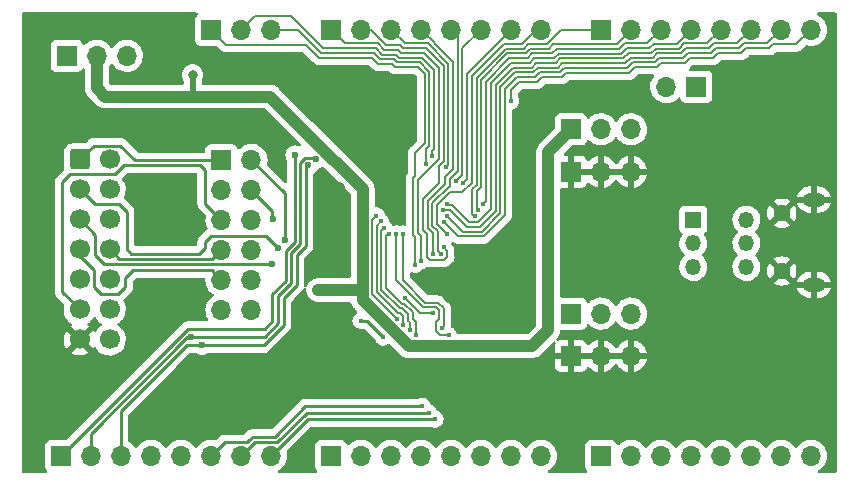
<source format=gbl>
G04 #@! TF.GenerationSoftware,KiCad,Pcbnew,(6.0.7)*
G04 #@! TF.CreationDate,2022-09-17T20:40:59+02:00*
G04 #@! TF.ProjectId,FR2476,46523234-3736-42e6-9b69-6361645f7063,rev?*
G04 #@! TF.SameCoordinates,Original*
G04 #@! TF.FileFunction,Copper,L2,Bot*
G04 #@! TF.FilePolarity,Positive*
%FSLAX46Y46*%
G04 Gerber Fmt 4.6, Leading zero omitted, Abs format (unit mm)*
G04 Created by KiCad (PCBNEW (6.0.7)) date 2022-09-17 20:40:59*
%MOMM*%
%LPD*%
G01*
G04 APERTURE LIST*
G04 Aperture macros list*
%AMRoundRect*
0 Rectangle with rounded corners*
0 $1 Rounding radius*
0 $2 $3 $4 $5 $6 $7 $8 $9 X,Y pos of 4 corners*
0 Add a 4 corners polygon primitive as box body*
4,1,4,$2,$3,$4,$5,$6,$7,$8,$9,$2,$3,0*
0 Add four circle primitives for the rounded corners*
1,1,$1+$1,$2,$3*
1,1,$1+$1,$4,$5*
1,1,$1+$1,$6,$7*
1,1,$1+$1,$8,$9*
0 Add four rect primitives between the rounded corners*
20,1,$1+$1,$2,$3,$4,$5,0*
20,1,$1+$1,$4,$5,$6,$7,0*
20,1,$1+$1,$6,$7,$8,$9,0*
20,1,$1+$1,$8,$9,$2,$3,0*%
G04 Aperture macros list end*
G04 #@! TA.AperFunction,ComponentPad*
%ADD10RoundRect,0.250000X-0.600000X-0.600000X0.600000X-0.600000X0.600000X0.600000X-0.600000X0.600000X0*%
G04 #@! TD*
G04 #@! TA.AperFunction,ComponentPad*
%ADD11C,1.700000*%
G04 #@! TD*
G04 #@! TA.AperFunction,ComponentPad*
%ADD12R,1.700000X1.700000*%
G04 #@! TD*
G04 #@! TA.AperFunction,ComponentPad*
%ADD13O,1.700000X1.700000*%
G04 #@! TD*
G04 #@! TA.AperFunction,ComponentPad*
%ADD14C,1.450000*%
G04 #@! TD*
G04 #@! TA.AperFunction,ComponentPad*
%ADD15O,1.900000X1.200000*%
G04 #@! TD*
G04 #@! TA.AperFunction,ComponentPad*
%ADD16R,1.350000X1.350000*%
G04 #@! TD*
G04 #@! TA.AperFunction,ComponentPad*
%ADD17O,1.350000X1.350000*%
G04 #@! TD*
G04 #@! TA.AperFunction,ViaPad*
%ADD18C,0.800000*%
G04 #@! TD*
G04 #@! TA.AperFunction,ViaPad*
%ADD19C,0.400000*%
G04 #@! TD*
G04 #@! TA.AperFunction,ViaPad*
%ADD20C,0.600000*%
G04 #@! TD*
G04 #@! TA.AperFunction,ViaPad*
%ADD21C,1.000000*%
G04 #@! TD*
G04 #@! TA.AperFunction,Conductor*
%ADD22C,1.000000*%
G04 #@! TD*
G04 #@! TA.AperFunction,Conductor*
%ADD23C,0.508000*%
G04 #@! TD*
G04 #@! TA.AperFunction,Conductor*
%ADD24C,0.200000*%
G04 #@! TD*
G04 #@! TA.AperFunction,Conductor*
%ADD25C,0.254000*%
G04 #@! TD*
G04 APERTURE END LIST*
D10*
X113400000Y-95950000D03*
D11*
X115940000Y-95950000D03*
X113400000Y-98490000D03*
X115940000Y-98490000D03*
X113400000Y-101030000D03*
X115940000Y-101030000D03*
X113400000Y-103570000D03*
X115940000Y-103570000D03*
X113400000Y-106110000D03*
X115940000Y-106110000D03*
X113400000Y-108650000D03*
X115940000Y-108650000D03*
X113400000Y-111190000D03*
X115940000Y-111190000D03*
D12*
X134670000Y-121053000D03*
D13*
X137210000Y-121053000D03*
X139750000Y-121053000D03*
X142290000Y-121053000D03*
X144830000Y-121053000D03*
X147370000Y-121053000D03*
X149910000Y-121053000D03*
X152450000Y-121053000D03*
D12*
X134670000Y-84985000D03*
D13*
X137210000Y-84985000D03*
X139750000Y-84985000D03*
X142290000Y-84985000D03*
X144830000Y-84985000D03*
X147370000Y-84985000D03*
X149910000Y-84985000D03*
X152450000Y-84985000D03*
D12*
X157530000Y-84985000D03*
D13*
X160070000Y-84985000D03*
X162610000Y-84985000D03*
X165150000Y-84985000D03*
X167690000Y-84985000D03*
X170230000Y-84985000D03*
X172770000Y-84985000D03*
X175310000Y-84985000D03*
D12*
X111810000Y-121053000D03*
D13*
X114350000Y-121053000D03*
X116890000Y-121053000D03*
X119430000Y-121053000D03*
X121970000Y-121053000D03*
X124510000Y-121053000D03*
X127050000Y-121053000D03*
X129590000Y-121053000D03*
D12*
X165600000Y-89800000D03*
D13*
X163060000Y-89800000D03*
D12*
X157530000Y-121053000D03*
D13*
X160070000Y-121053000D03*
X162610000Y-121053000D03*
X165150000Y-121053000D03*
X167690000Y-121053000D03*
X170230000Y-121053000D03*
X172770000Y-121053000D03*
X175310000Y-121053000D03*
D12*
X155000000Y-93400000D03*
D13*
X157540000Y-93400000D03*
X160080000Y-93400000D03*
D12*
X155000000Y-97000000D03*
D13*
X157540000Y-97000000D03*
X160080000Y-97000000D03*
D12*
X155000000Y-112600000D03*
D13*
X157540000Y-112600000D03*
X160080000Y-112600000D03*
D12*
X155000000Y-109000000D03*
D13*
X157540000Y-109000000D03*
X160080000Y-109000000D03*
D14*
X172847500Y-100500000D03*
D15*
X175547500Y-99350000D03*
X175547500Y-106550000D03*
D14*
X172847500Y-105400000D03*
D12*
X112300000Y-87180000D03*
D13*
X114840000Y-87180000D03*
X117380000Y-87180000D03*
D16*
X165350000Y-101050000D03*
D17*
X165350000Y-103050000D03*
X165350000Y-105050000D03*
X169850000Y-101050000D03*
X169850000Y-103050000D03*
X169850000Y-105050000D03*
D12*
X125400000Y-96000000D03*
D13*
X127940000Y-96000000D03*
X125400000Y-98540000D03*
X127940000Y-98540000D03*
X125400000Y-101080000D03*
X127940000Y-101080000D03*
X125400000Y-103620000D03*
X127940000Y-103620000D03*
X125400000Y-106160000D03*
X127940000Y-106160000D03*
X125400000Y-108700000D03*
X127940000Y-108700000D03*
D12*
X124510000Y-84985000D03*
D13*
X127050000Y-84985000D03*
X129590000Y-84985000D03*
D18*
X120954000Y-94303000D03*
X136800000Y-115300000D03*
D19*
X138740000Y-99340000D03*
D20*
X120319000Y-98621000D03*
D18*
X131650000Y-88550000D03*
D20*
X137850000Y-91150000D03*
D18*
X135400000Y-98300000D03*
X122859000Y-108654000D03*
X123140000Y-114970000D03*
D19*
X140680000Y-99440000D03*
D20*
X148400000Y-103700000D03*
D18*
X122950000Y-88800000D03*
D21*
X133600000Y-107000000D03*
D20*
X137350000Y-98450000D03*
D21*
X153050000Y-105900000D03*
D19*
X149904142Y-91025000D03*
X144200000Y-101225000D03*
X144500000Y-100700000D03*
X144150000Y-100200000D03*
X144500000Y-99700000D03*
X147530000Y-99750000D03*
X147130000Y-100230000D03*
X146860000Y-100770000D03*
X144515406Y-102270505D03*
X145811144Y-97977154D03*
X145240812Y-97790812D03*
X144021315Y-103971811D03*
X143319335Y-103976939D03*
X144430279Y-96588536D03*
X144219345Y-103396950D03*
X142290000Y-104530000D03*
X140900000Y-107650000D03*
X143325000Y-108975000D03*
X144050000Y-110250000D03*
X140750000Y-102250000D03*
X144650000Y-110850001D03*
X140150000Y-102250000D03*
D20*
X130750000Y-102750000D03*
D19*
X141858000Y-110850000D03*
X139550000Y-102250000D03*
X138525000Y-100725000D03*
D20*
X129750000Y-101000000D03*
D19*
X140277000Y-109450000D03*
X137200000Y-109600000D03*
X139115392Y-111007608D03*
X143500000Y-117950000D03*
X142950000Y-117400000D03*
X142400000Y-116850000D03*
D20*
X131622000Y-95573000D03*
D19*
X142700000Y-96300000D03*
X143204005Y-95654002D03*
X141775000Y-104850000D03*
D20*
X122813934Y-110985066D03*
X133400000Y-95954000D03*
X123748000Y-111702000D03*
X132765000Y-96462000D03*
D19*
X141331000Y-110400000D03*
D20*
X130225000Y-103447000D03*
D19*
X139175000Y-101750000D03*
X138900000Y-101200000D03*
X140804000Y-109950000D03*
D20*
X129717000Y-104844000D03*
D22*
X132490000Y-93590000D02*
X137350000Y-98450000D01*
X137350000Y-106950000D02*
X137350000Y-107828002D01*
X153050000Y-105900000D02*
X153050000Y-95350000D01*
X133600000Y-107000000D02*
X137300000Y-107000000D01*
X114840000Y-89890000D02*
X115575000Y-90625000D01*
X115575000Y-90625000D02*
X122925000Y-90625000D01*
X129515000Y-90625000D02*
X132480000Y-93590000D01*
D23*
X122950000Y-88800000D02*
X122950000Y-90600000D01*
X122950000Y-90600000D02*
X122925000Y-90625000D01*
D22*
X137350000Y-107828002D02*
X141271999Y-111750001D01*
X153050000Y-110400000D02*
X153050000Y-105900000D01*
X132480000Y-93590000D02*
X132490000Y-93590000D01*
X137300000Y-107000000D02*
X137350000Y-106950000D01*
X137350000Y-98450000D02*
X137350000Y-106950000D01*
X122925000Y-90625000D02*
X129515000Y-90625000D01*
X114840000Y-87180000D02*
X114840000Y-89890000D01*
X151699999Y-111750001D02*
X153050000Y-110400000D01*
X141271999Y-111750001D02*
X151699999Y-111750001D01*
X153050000Y-95350000D02*
X155000000Y-93400000D01*
D24*
X154228425Y-88975070D02*
X152550522Y-88975070D01*
X162288444Y-88135051D02*
X160396347Y-88135051D01*
X169411377Y-86935021D02*
X167437076Y-86935021D01*
X150611210Y-89375080D02*
X149904142Y-90082148D01*
X162648457Y-87775038D02*
X162288444Y-88135051D01*
X154600735Y-88602760D02*
X154228425Y-88975070D01*
X175310000Y-84985000D02*
X174084651Y-86210349D01*
X164622756Y-87775038D02*
X162648457Y-87775038D01*
X172110349Y-86210349D02*
X171785688Y-86535011D01*
X152150512Y-89375080D02*
X150611210Y-89375080D01*
X149904142Y-90082148D02*
X149904142Y-91025000D01*
X174084651Y-86210349D02*
X172110349Y-86210349D01*
X171785688Y-86535011D02*
X169811387Y-86535011D01*
X159928638Y-88602760D02*
X154600735Y-88602760D01*
X160396347Y-88135051D02*
X159928638Y-88602760D01*
X152550522Y-88975070D02*
X152150512Y-89375080D01*
X169811387Y-86535011D02*
X169411377Y-86935021D01*
X165062764Y-87335031D02*
X164622756Y-87775038D01*
X167037066Y-87335031D02*
X165062764Y-87335031D01*
X167437076Y-86935021D02*
X167037066Y-87335031D01*
X172770000Y-84985000D02*
X171619999Y-86135001D01*
X149404142Y-100676177D02*
X147605288Y-102475031D01*
X149404142Y-90016449D02*
X149404142Y-100676177D01*
X164897075Y-86935021D02*
X164457067Y-87375028D01*
X171619999Y-86135001D02*
X169735001Y-86135001D01*
X169700000Y-86100000D02*
X169680698Y-86100000D01*
X154062736Y-88575060D02*
X152384832Y-88575060D01*
X162482767Y-87375028D02*
X162122755Y-87735041D01*
X167271386Y-86535011D02*
X166871377Y-86935021D01*
X164457067Y-87375028D02*
X162482767Y-87375028D01*
X145450031Y-102475031D02*
X144200000Y-101225000D01*
X154435045Y-88202750D02*
X154062736Y-88575060D01*
X160230657Y-87735041D02*
X159762949Y-88202750D01*
X162122755Y-87735041D02*
X160230657Y-87735041D01*
X169245688Y-86535011D02*
X167271386Y-86535011D01*
X159762949Y-88202750D02*
X154435045Y-88202750D01*
X151984823Y-88975070D02*
X150445521Y-88975070D01*
X169735001Y-86135001D02*
X169700000Y-86100000D01*
X150445521Y-88975070D02*
X149404142Y-90016449D01*
X166871377Y-86935021D02*
X164897075Y-86935021D01*
X147605288Y-102475031D02*
X145450031Y-102475031D01*
X169680698Y-86100000D02*
X169245688Y-86535011D01*
X152384832Y-88575060D02*
X151984823Y-88975070D01*
X169079999Y-86135001D02*
X167105698Y-86135001D01*
X147439599Y-102075021D02*
X147078621Y-102075021D01*
X164731387Y-86535011D02*
X164291379Y-86975019D01*
X164291379Y-86975019D02*
X162317077Y-86975020D01*
X154269357Y-87802740D02*
X153897047Y-88175050D01*
X147078621Y-102075021D02*
X147078600Y-102075000D01*
X161957066Y-87335031D02*
X160064969Y-87335031D01*
X152219144Y-88175050D02*
X151819134Y-88575060D01*
X150279832Y-88575060D02*
X149004132Y-89850760D01*
X160064969Y-87335031D02*
X159597260Y-87802740D01*
X145875000Y-102075000D02*
X144500000Y-100700000D01*
X151819134Y-88575060D02*
X150279832Y-88575060D01*
X170230000Y-84985000D02*
X169079999Y-86135001D01*
X159597260Y-87802740D02*
X154269357Y-87802740D01*
X149004132Y-89850760D02*
X149004132Y-100510488D01*
X162317077Y-86975020D02*
X161957066Y-87335031D01*
X166705688Y-86535011D02*
X164731387Y-86535011D01*
X167105698Y-86135001D02*
X166705688Y-86535011D01*
X147078600Y-102075000D02*
X145875000Y-102075000D01*
X149004132Y-100510488D02*
X147439599Y-102075021D01*
X153897047Y-88175050D02*
X152219144Y-88175050D01*
X164581849Y-86118851D02*
X164125689Y-86575010D01*
X159428668Y-87402730D02*
X154103668Y-87402730D01*
X146214992Y-101674990D02*
X144740001Y-100199999D01*
X162151388Y-86575010D02*
X161791377Y-86935021D01*
X144740001Y-100199999D02*
X144150000Y-100200000D01*
X148604122Y-89685071D02*
X148604122Y-100344799D01*
X147273931Y-101674990D02*
X146214992Y-101674990D01*
X154103668Y-87402730D02*
X153731358Y-87775040D01*
X167690000Y-84985000D02*
X166539999Y-86135001D01*
X152053455Y-87775040D02*
X151653445Y-88175050D01*
X164125689Y-86575010D02*
X162151388Y-86575010D01*
X166539999Y-86135001D02*
X164597999Y-86135001D01*
X161791377Y-86935021D02*
X159896377Y-86935021D01*
X148604122Y-100344799D02*
X147273931Y-101674990D01*
X159896377Y-86935021D02*
X159428668Y-87402730D01*
X150114143Y-88175050D02*
X148604122Y-89685071D01*
X151653445Y-88175050D02*
X150114143Y-88175050D01*
X164597999Y-86135001D02*
X164581849Y-86118851D01*
X153731358Y-87775040D02*
X152053455Y-87775040D01*
X151487756Y-87775040D02*
X149948454Y-87775040D01*
X161625688Y-86535011D02*
X159730688Y-86535011D01*
X147108242Y-101274980D02*
X146380680Y-101274980D01*
X153565669Y-87375030D02*
X151887766Y-87375030D01*
X149948454Y-87775040D02*
X148204112Y-89519382D01*
X146380680Y-101274980D02*
X144905691Y-99799991D01*
X161985699Y-86175000D02*
X161625688Y-86535011D01*
X148204112Y-89519382D02*
X148204112Y-100179110D01*
X159262979Y-87002720D02*
X153937979Y-87002720D01*
X148204112Y-100179110D02*
X147108242Y-101274980D01*
X165150000Y-84985000D02*
X163960000Y-86175000D01*
X163960000Y-86175000D02*
X161985699Y-86175000D01*
X144599991Y-99799991D02*
X144500000Y-99700000D01*
X159730688Y-86535011D02*
X159262979Y-87002720D01*
X153937979Y-87002720D02*
X153565669Y-87375030D01*
X144905691Y-99799991D02*
X144599991Y-99799991D01*
X151887766Y-87375030D02*
X151487756Y-87775040D01*
X159564999Y-86135001D02*
X161459999Y-86135001D01*
X161459999Y-86135001D02*
X162610000Y-84985000D01*
X153772290Y-86602710D02*
X159097290Y-86602710D01*
X147804102Y-89353693D02*
X149782765Y-87375030D01*
X151322067Y-87375030D02*
X151722077Y-86975020D01*
X147800010Y-98425387D02*
X147804102Y-98421295D01*
X159097290Y-86602710D02*
X159564999Y-86135001D01*
X147530000Y-99750000D02*
X147800010Y-99479990D01*
X147804102Y-98421295D02*
X147804102Y-89353693D01*
X153399980Y-86975020D02*
X153772290Y-86602710D01*
X147800010Y-99479990D02*
X147800010Y-98425387D01*
X151722077Y-86975020D02*
X153399980Y-86975020D01*
X149782765Y-87375030D02*
X151322067Y-87375030D01*
X158852300Y-86202700D02*
X153500000Y-86202700D01*
X153127691Y-86575010D02*
X151556388Y-86575010D01*
X147029999Y-98629699D02*
X147029999Y-100129999D01*
X147404092Y-89188004D02*
X147404092Y-98255606D01*
X151156378Y-86975020D02*
X149617076Y-86975020D01*
X160070000Y-84985000D02*
X158852300Y-86202700D01*
X151556388Y-86575010D02*
X151156378Y-86975020D01*
X147404092Y-98255606D02*
X147029999Y-98629699D01*
X149617076Y-86975020D02*
X147404092Y-89188004D01*
X153500000Y-86202700D02*
X153127691Y-86575010D01*
X147029999Y-100129999D02*
X147130000Y-100230000D01*
X147004082Y-98089917D02*
X147004082Y-89022316D01*
X150990689Y-86575010D02*
X151390698Y-86175000D01*
X154152002Y-84985000D02*
X157530000Y-84985000D01*
X151390698Y-86175000D02*
X152962002Y-86175000D01*
X152962002Y-86175000D02*
X154152002Y-84985000D01*
X147004082Y-98089917D02*
X146629989Y-98464010D01*
X147004082Y-89022316D02*
X149451388Y-86575010D01*
X146629989Y-98464010D02*
X146629989Y-100539989D01*
X149451388Y-86575010D02*
X150990689Y-86575010D01*
X146629989Y-100539989D02*
X146860000Y-100770000D01*
X149142850Y-86317850D02*
X146604072Y-88856628D01*
X152450000Y-84985000D02*
X152015000Y-84985000D01*
X144734997Y-98725001D02*
X143649999Y-99809999D01*
X150825000Y-86175000D02*
X149285699Y-86175000D01*
X145803299Y-98725001D02*
X144734997Y-98725001D01*
X146604072Y-88856628D02*
X146604072Y-97924228D01*
X143649999Y-101405098D02*
X144515406Y-102270505D01*
X152015000Y-84985000D02*
X150825000Y-86175000D01*
X149285699Y-86175000D02*
X149142850Y-86317850D01*
X146604072Y-97924228D02*
X145803299Y-98725001D01*
X143649999Y-99809999D02*
X143649999Y-101405098D01*
X146204062Y-97584236D02*
X145811144Y-97977154D01*
X149910000Y-84985000D02*
X146204062Y-88690939D01*
X146204062Y-88690939D02*
X146204062Y-97584236D01*
X145804054Y-97227570D02*
X145804053Y-94345947D01*
X145804053Y-94345947D02*
X145804053Y-86550947D01*
X145240812Y-97790812D02*
X145804054Y-97227570D01*
X145804053Y-86550947D02*
X147370000Y-84985000D01*
X143719345Y-103669841D02*
X143719345Y-102040142D01*
X145404045Y-94366248D02*
X145404045Y-85559045D01*
X144021315Y-103971811D02*
X143719345Y-103669841D01*
X145404046Y-96920470D02*
X145404045Y-94366248D01*
X143719345Y-102040142D02*
X143249989Y-101570787D01*
X144712258Y-98182042D02*
X144712258Y-97612258D01*
X145404045Y-85559045D02*
X144830000Y-84985000D01*
X143249989Y-99644311D02*
X144712258Y-98182042D01*
X144712258Y-97612258D02*
X145404046Y-96920470D01*
X143249989Y-101570787D02*
X143249989Y-99644311D01*
X142849979Y-101736476D02*
X142849979Y-99478623D01*
X144312248Y-98016354D02*
X144312248Y-97446570D01*
X143440001Y-86149302D02*
X143440001Y-86135001D01*
X143319335Y-103976939D02*
X143319335Y-102205832D01*
X143440001Y-86135001D02*
X142290000Y-84985000D01*
X145004036Y-96754781D02*
X145004036Y-87713337D01*
X143319335Y-102205832D02*
X142849979Y-101736476D01*
X144312248Y-97446570D02*
X145004036Y-96754781D01*
X145004036Y-87713337D02*
X143440001Y-86149302D01*
X142849979Y-99478623D02*
X144312248Y-98016354D01*
X144430279Y-96588536D02*
X144604026Y-96414789D01*
X140900001Y-86135001D02*
X139750000Y-84985000D01*
X142842001Y-86135001D02*
X140900001Y-86135001D01*
X144604026Y-96414789D02*
X144604026Y-87879026D01*
X144604026Y-87879026D02*
X142851001Y-86126001D01*
X142851001Y-86126001D02*
X142842001Y-86135001D01*
X142449969Y-99311739D02*
X143818354Y-97943354D01*
X142790001Y-104187607D02*
X142790001Y-102242196D01*
X144256188Y-104476940D02*
X143079334Y-104476940D01*
X142449969Y-101902165D02*
X142449969Y-99311739D01*
X144521316Y-103698921D02*
X144521316Y-104211812D01*
X144204016Y-96107692D02*
X144204016Y-88044715D01*
X143079334Y-104476940D02*
X142790001Y-104187607D01*
X142790001Y-102242196D02*
X142449969Y-101902165D01*
X138047998Y-84985000D02*
X137210000Y-84985000D01*
X140734312Y-86535011D02*
X140475000Y-86275698D01*
X139338696Y-86275698D02*
X138047998Y-84985000D01*
X140475000Y-86275698D02*
X139338696Y-86275698D01*
X143818354Y-97943354D02*
X143818354Y-96493354D01*
X144204016Y-88044715D02*
X142694312Y-86535011D01*
X143818354Y-96493354D02*
X144204016Y-96107692D01*
X144219345Y-103396950D02*
X144521316Y-103698921D01*
X142694312Y-86535011D02*
X140734312Y-86535011D01*
X144521316Y-104211812D02*
X144256188Y-104476940D01*
X140568621Y-86935020D02*
X140309309Y-86675708D01*
X139173007Y-86675708D02*
X138632301Y-86135001D01*
X138632301Y-86135001D02*
X135820001Y-86135001D01*
X140309309Y-86675708D02*
X139173007Y-86675708D01*
X135820001Y-86135001D02*
X134670000Y-84985000D01*
X142290000Y-104530000D02*
X142290000Y-102449302D01*
X143804006Y-95942003D02*
X142049959Y-97696055D01*
X142528623Y-86935021D02*
X140568621Y-86935020D01*
X142049959Y-102209261D02*
X142290000Y-102449302D01*
X142049959Y-97696055D02*
X142049959Y-102209261D01*
X143804006Y-95942003D02*
X143804006Y-88210404D01*
X143804006Y-88210404D02*
X142528623Y-86935021D01*
X140914097Y-107650000D02*
X142239097Y-108975000D01*
X140900000Y-107650000D02*
X140914097Y-107650000D01*
X142239097Y-108975000D02*
X143325000Y-108975000D01*
X142630689Y-108074989D02*
X143730690Y-108074989D01*
X140750000Y-102250000D02*
X140750000Y-106194300D01*
X144225011Y-110074989D02*
X144050000Y-110250000D01*
X143730690Y-108074989D02*
X144225011Y-108569310D01*
X140750000Y-106194300D02*
X142630689Y-108074989D01*
X144225011Y-108569310D02*
X144225011Y-110074989D01*
X143549999Y-110490001D02*
X143549999Y-109750001D01*
X143549999Y-109750001D02*
X143825001Y-109474999D01*
X143825001Y-109474999D02*
X143825001Y-108734999D01*
X143565001Y-108474999D02*
X142465001Y-108474999D01*
X142465001Y-108474999D02*
X140150000Y-106159998D01*
X140150000Y-106159998D02*
X140150000Y-102250000D01*
X143825001Y-108734999D02*
X143565001Y-108474999D01*
X144650000Y-110850001D02*
X143909999Y-110850001D01*
X143909999Y-110850001D02*
X143549999Y-110490001D01*
D25*
X127940000Y-96000000D02*
X130750000Y-98810000D01*
D24*
X139525040Y-102250000D02*
X139350040Y-102425000D01*
X140674077Y-108149983D02*
X140848381Y-108149983D01*
X139550000Y-102250000D02*
X139525040Y-102250000D01*
X139350040Y-106825946D02*
X140674077Y-108149983D01*
X141604020Y-109463321D02*
X141858000Y-109717301D01*
X139350040Y-102425000D02*
X139350040Y-106825946D01*
D25*
X130750000Y-98810000D02*
X130750000Y-102750000D01*
D24*
X141604020Y-108905621D02*
X141604020Y-109463321D01*
X140848381Y-108149983D02*
X141604020Y-108905621D01*
X141858000Y-109717301D02*
X141858000Y-110850000D01*
D25*
X129700000Y-100950000D02*
X129750000Y-101000000D01*
X129700000Y-100300000D02*
X129700000Y-100950000D01*
D24*
X138150010Y-107323010D02*
X140277000Y-109450000D01*
D25*
X127940000Y-98540000D02*
X129700000Y-100300000D01*
D24*
X138150010Y-101099990D02*
X138150010Y-107323010D01*
X138525000Y-100725000D02*
X138150010Y-101099990D01*
D25*
X137600000Y-109600000D02*
X137200000Y-109600000D01*
X137707784Y-109600000D02*
X137600000Y-109600000D01*
X139115392Y-111007608D02*
X137707784Y-109600000D01*
X143500000Y-117950000D02*
X132693000Y-117950000D01*
X132693000Y-117950000D02*
X129590000Y-121053000D01*
X132600934Y-117400000D02*
X130124935Y-119875999D01*
X142950000Y-117400000D02*
X132600934Y-117400000D01*
X130124935Y-119875999D02*
X128227001Y-119875999D01*
X128227001Y-119875999D02*
X127050000Y-121053000D01*
X142400000Y-116850000D02*
X132508868Y-116850000D01*
X127574001Y-119875999D02*
X125687001Y-119875999D01*
X128038944Y-119421989D02*
X127772991Y-119687942D01*
X132508868Y-116850000D02*
X129936879Y-119421989D01*
X129936879Y-119421989D02*
X128038944Y-119421989D01*
X127772991Y-119687942D02*
X127762058Y-119687942D01*
X127762058Y-119687942D02*
X127574001Y-119875999D01*
X125687001Y-119875999D02*
X124510000Y-121053000D01*
X130831001Y-103729999D02*
X130831001Y-106269999D01*
X130831001Y-106269999D02*
X129717000Y-107384000D01*
X129717000Y-109670000D02*
X129082000Y-110305000D01*
X122558000Y-110305000D02*
X111810000Y-121053000D01*
X129717000Y-107384000D02*
X129717000Y-109670000D01*
X131622000Y-95573000D02*
X131622000Y-102939000D01*
X131622000Y-102939000D02*
X130831001Y-103729999D01*
X129082000Y-110305000D02*
X122558000Y-110305000D01*
D24*
X143003986Y-94775000D02*
X143003986Y-88541781D01*
X143003986Y-94775000D02*
X142700000Y-95078986D01*
X142197244Y-87735039D02*
X140237241Y-87735036D01*
X139977933Y-87475728D02*
X138841629Y-87475728D01*
X138300922Y-86935021D02*
X133814320Y-86935021D01*
X138841629Y-87475728D02*
X138300922Y-86935021D01*
X143003986Y-88541781D02*
X142197244Y-87735039D01*
X133814320Y-86935021D02*
X131864300Y-84985000D01*
X131864300Y-84985000D02*
X129590000Y-84985000D01*
X142700000Y-95078986D02*
X142700000Y-96300000D01*
X140237241Y-87735036D02*
X139977933Y-87475728D01*
X143403996Y-88376093D02*
X142362933Y-87335030D01*
X143204005Y-95229738D02*
X143403996Y-95029747D01*
X143204005Y-95654002D02*
X143204005Y-95229738D01*
X133980009Y-86535011D02*
X131279997Y-83834999D01*
X140143621Y-87075718D02*
X139007318Y-87075718D01*
X142362933Y-87335030D02*
X140402931Y-87335028D01*
X138466611Y-86535011D02*
X133980009Y-86535011D01*
X131279997Y-83834999D02*
X128200001Y-83834999D01*
X143403996Y-95029747D02*
X143403996Y-88376093D01*
X140402931Y-87335028D02*
X140143621Y-87075718D01*
X128200001Y-83834999D02*
X127050000Y-84985000D01*
X139007318Y-87075718D02*
X138466611Y-86535011D01*
X141775000Y-102500000D02*
X141775000Y-104850000D01*
X124510000Y-84985000D02*
X125800000Y-86275000D01*
X139812245Y-87875738D02*
X140071551Y-88135044D01*
X125800000Y-86275000D02*
X132588601Y-86275000D01*
X140071551Y-88135044D02*
X142031555Y-88135048D01*
X141649949Y-102374949D02*
X141775000Y-102500000D01*
X142603976Y-88707469D02*
X142603976Y-94566026D01*
X133648631Y-87335031D02*
X138135233Y-87335031D01*
X141804001Y-97376314D02*
X141649949Y-97530366D01*
X138675940Y-87875738D02*
X139812245Y-87875738D01*
X138135233Y-87335031D02*
X138675940Y-87875738D01*
X141649949Y-97530366D02*
X141649949Y-102374949D01*
X142031555Y-88135048D02*
X142603976Y-88707469D01*
X141804001Y-95366001D02*
X141804001Y-97376314D01*
X142603976Y-94566026D02*
X141804001Y-95366001D01*
X132588601Y-86275000D02*
X133648631Y-87335031D01*
D25*
X132505288Y-95835000D02*
X132076000Y-96264288D01*
X133400000Y-95954000D02*
X133281000Y-95835000D01*
X131308026Y-106435027D02*
X130228526Y-107514526D01*
X122813934Y-110985066D02*
X122520000Y-110985066D01*
X132076000Y-103127052D02*
X131308026Y-103895026D01*
X122814434Y-110984566D02*
X122813934Y-110985066D01*
X129044487Y-110984566D02*
X122814434Y-110984566D01*
X130228526Y-109800527D02*
X129044487Y-110984566D01*
X130228526Y-107514526D02*
X130228526Y-109800527D01*
X131308026Y-103895026D02*
X131308026Y-106435027D01*
X114350000Y-119155066D02*
X114350000Y-121053000D01*
X133281000Y-95835000D02*
X132505288Y-95835000D01*
X132076000Y-96264288D02*
X132076000Y-103127052D01*
X122520000Y-110985066D02*
X114350000Y-119155066D01*
X116890000Y-117257132D02*
X122445132Y-111702000D01*
X122445132Y-111702000D02*
X123748000Y-111702000D01*
X130682526Y-109988580D02*
X128969106Y-111702000D01*
X132530000Y-96697000D02*
X132530000Y-103315104D01*
X131762026Y-104083078D02*
X131762026Y-106623081D01*
X132765000Y-96462000D02*
X132530000Y-96697000D01*
X131762026Y-106623081D02*
X130682526Y-107702578D01*
X132530000Y-103315104D02*
X131762026Y-104083078D01*
X130682526Y-107702578D02*
X130682526Y-109988580D01*
X128969106Y-111702000D02*
X123748000Y-111702000D01*
X116890000Y-121053000D02*
X116890000Y-117257132D01*
X124630000Y-104390000D02*
X125400000Y-103620000D01*
X115940000Y-103570000D02*
X116760000Y-104390000D01*
X116760000Y-104390000D02*
X124630000Y-104390000D01*
X124002000Y-99682000D02*
X125400000Y-101080000D01*
X116382000Y-97224000D02*
X117152000Y-96454000D01*
X111937000Y-107187000D02*
X111937000Y-97859000D01*
X113400000Y-108650000D02*
X111937000Y-107187000D01*
X124002000Y-96843000D02*
X124002000Y-99682000D01*
X117152000Y-96454000D02*
X123613000Y-96454000D01*
X111937000Y-97859000D02*
X112572000Y-97224000D01*
X112572000Y-97224000D02*
X116382000Y-97224000D01*
X123613000Y-96454000D02*
X124002000Y-96843000D01*
X116636000Y-107384000D02*
X117271000Y-106749000D01*
X117906000Y-105352000D02*
X124592000Y-105352000D01*
X114604000Y-106749000D02*
X115239000Y-107384000D01*
X117271000Y-106749000D02*
X117271000Y-105987000D01*
X115239000Y-107384000D02*
X116636000Y-107384000D01*
X113400000Y-104148000D02*
X114604000Y-105352000D01*
X114604000Y-105352000D02*
X114604000Y-106749000D01*
X124592000Y-105352000D02*
X125400000Y-106160000D01*
X117271000Y-105987000D02*
X117906000Y-105352000D01*
X113400000Y-103570000D02*
X113400000Y-104148000D01*
X114577000Y-94773000D02*
X113400000Y-95950000D01*
X125400000Y-96000000D02*
X118079000Y-96000000D01*
X116852000Y-94773000D02*
X114577000Y-94773000D01*
X118079000Y-96000000D02*
X116852000Y-94773000D01*
X124002000Y-102939000D02*
X124002000Y-103454052D01*
D24*
X138950030Y-101974970D02*
X138950030Y-106991634D01*
D25*
X130225000Y-103447000D02*
X129209000Y-102431000D01*
X117398000Y-100399000D02*
X116760450Y-99761450D01*
X129209000Y-102431000D02*
X124510000Y-102431000D01*
X124510000Y-102431000D02*
X124002000Y-102939000D01*
D24*
X141204010Y-109071310D02*
X141204010Y-109629010D01*
D25*
X116760450Y-99761450D02*
X114671450Y-99761450D01*
D24*
X139175000Y-101750000D02*
X138950030Y-101974970D01*
D25*
X117398000Y-103574000D02*
X117398000Y-100399000D01*
D24*
X141204010Y-109629010D02*
X141331000Y-109756000D01*
X140682691Y-108549991D02*
X141204010Y-109071310D01*
D25*
X117760000Y-103936000D02*
X117398000Y-103574000D01*
D24*
X140508387Y-108549991D02*
X140682691Y-108549991D01*
D25*
X123520052Y-103936000D02*
X117760000Y-103936000D01*
X124002000Y-103454052D02*
X123520052Y-103936000D01*
D24*
X141331000Y-109756000D02*
X141331000Y-110400000D01*
D25*
X114671450Y-99761450D02*
X113400000Y-98490000D01*
D24*
X138950030Y-106991634D02*
X140508387Y-108549991D01*
D25*
X114731000Y-104082000D02*
X115493000Y-104844000D01*
D24*
X138900000Y-101200000D02*
X138550020Y-101549980D01*
D25*
X116509000Y-104844000D02*
X129717000Y-104844000D01*
X115493000Y-104844000D02*
X116509000Y-104844000D01*
D24*
X138550020Y-101549980D02*
X138550020Y-107157322D01*
X140804000Y-109236998D02*
X140804000Y-109950000D01*
X138550020Y-107157322D02*
X140342697Y-108949999D01*
X140517001Y-108949999D02*
X140804000Y-109236998D01*
D25*
X113400000Y-101030000D02*
X114731000Y-102361000D01*
D24*
X140342697Y-108949999D02*
X140517001Y-108949999D01*
D25*
X114731000Y-102361000D02*
X114731000Y-104082000D01*
G04 #@! TA.AperFunction,Conductor*
G36*
X177433621Y-83528502D02*
G01*
X177480114Y-83582158D01*
X177491500Y-83634500D01*
X177491500Y-122365500D01*
X177471498Y-122433621D01*
X177417842Y-122480114D01*
X177365500Y-122491500D01*
X176005346Y-122491500D01*
X175937225Y-122471498D01*
X175890732Y-122417842D01*
X175880628Y-122347568D01*
X175910122Y-122282988D01*
X175949910Y-122252351D01*
X176007994Y-122223896D01*
X176189860Y-122094173D01*
X176348096Y-121936489D01*
X176478453Y-121755077D01*
X176499320Y-121712857D01*
X176575136Y-121559453D01*
X176575137Y-121559451D01*
X176577430Y-121554811D01*
X176642370Y-121341069D01*
X176671529Y-121119590D01*
X176673156Y-121053000D01*
X176654852Y-120830361D01*
X176600431Y-120613702D01*
X176511354Y-120408840D01*
X176390014Y-120221277D01*
X176239670Y-120056051D01*
X176235619Y-120052852D01*
X176235615Y-120052848D01*
X176068414Y-119920800D01*
X176068410Y-119920798D01*
X176064359Y-119917598D01*
X176059831Y-119915098D01*
X176009829Y-119887496D01*
X175868789Y-119809638D01*
X175863920Y-119807914D01*
X175863916Y-119807912D01*
X175663087Y-119736795D01*
X175663083Y-119736794D01*
X175658212Y-119735069D01*
X175653119Y-119734162D01*
X175653116Y-119734161D01*
X175443373Y-119696800D01*
X175443367Y-119696799D01*
X175438284Y-119695894D01*
X175364452Y-119694992D01*
X175220081Y-119693228D01*
X175220079Y-119693228D01*
X175214911Y-119693165D01*
X174994091Y-119726955D01*
X174781756Y-119796357D01*
X174583607Y-119899507D01*
X174579474Y-119902610D01*
X174579471Y-119902612D01*
X174409100Y-120030530D01*
X174404965Y-120033635D01*
X174401393Y-120037373D01*
X174293729Y-120150037D01*
X174250629Y-120195138D01*
X174143201Y-120352621D01*
X174088293Y-120397621D01*
X174017768Y-120405792D01*
X173954021Y-120374538D01*
X173933324Y-120350054D01*
X173852822Y-120225617D01*
X173852820Y-120225614D01*
X173850014Y-120221277D01*
X173699670Y-120056051D01*
X173695619Y-120052852D01*
X173695615Y-120052848D01*
X173528414Y-119920800D01*
X173528410Y-119920798D01*
X173524359Y-119917598D01*
X173519831Y-119915098D01*
X173469829Y-119887496D01*
X173328789Y-119809638D01*
X173323920Y-119807914D01*
X173323916Y-119807912D01*
X173123087Y-119736795D01*
X173123083Y-119736794D01*
X173118212Y-119735069D01*
X173113119Y-119734162D01*
X173113116Y-119734161D01*
X172903373Y-119696800D01*
X172903367Y-119696799D01*
X172898284Y-119695894D01*
X172824452Y-119694992D01*
X172680081Y-119693228D01*
X172680079Y-119693228D01*
X172674911Y-119693165D01*
X172454091Y-119726955D01*
X172241756Y-119796357D01*
X172043607Y-119899507D01*
X172039474Y-119902610D01*
X172039471Y-119902612D01*
X171869100Y-120030530D01*
X171864965Y-120033635D01*
X171861393Y-120037373D01*
X171753729Y-120150037D01*
X171710629Y-120195138D01*
X171603201Y-120352621D01*
X171548293Y-120397621D01*
X171477768Y-120405792D01*
X171414021Y-120374538D01*
X171393324Y-120350054D01*
X171312822Y-120225617D01*
X171312820Y-120225614D01*
X171310014Y-120221277D01*
X171159670Y-120056051D01*
X171155619Y-120052852D01*
X171155615Y-120052848D01*
X170988414Y-119920800D01*
X170988410Y-119920798D01*
X170984359Y-119917598D01*
X170979831Y-119915098D01*
X170929829Y-119887496D01*
X170788789Y-119809638D01*
X170783920Y-119807914D01*
X170783916Y-119807912D01*
X170583087Y-119736795D01*
X170583083Y-119736794D01*
X170578212Y-119735069D01*
X170573119Y-119734162D01*
X170573116Y-119734161D01*
X170363373Y-119696800D01*
X170363367Y-119696799D01*
X170358284Y-119695894D01*
X170284452Y-119694992D01*
X170140081Y-119693228D01*
X170140079Y-119693228D01*
X170134911Y-119693165D01*
X169914091Y-119726955D01*
X169701756Y-119796357D01*
X169503607Y-119899507D01*
X169499474Y-119902610D01*
X169499471Y-119902612D01*
X169329100Y-120030530D01*
X169324965Y-120033635D01*
X169321393Y-120037373D01*
X169213729Y-120150037D01*
X169170629Y-120195138D01*
X169063201Y-120352621D01*
X169008293Y-120397621D01*
X168937768Y-120405792D01*
X168874021Y-120374538D01*
X168853324Y-120350054D01*
X168772822Y-120225617D01*
X168772820Y-120225614D01*
X168770014Y-120221277D01*
X168619670Y-120056051D01*
X168615619Y-120052852D01*
X168615615Y-120052848D01*
X168448414Y-119920800D01*
X168448410Y-119920798D01*
X168444359Y-119917598D01*
X168439831Y-119915098D01*
X168389829Y-119887496D01*
X168248789Y-119809638D01*
X168243920Y-119807914D01*
X168243916Y-119807912D01*
X168043087Y-119736795D01*
X168043083Y-119736794D01*
X168038212Y-119735069D01*
X168033119Y-119734162D01*
X168033116Y-119734161D01*
X167823373Y-119696800D01*
X167823367Y-119696799D01*
X167818284Y-119695894D01*
X167744452Y-119694992D01*
X167600081Y-119693228D01*
X167600079Y-119693228D01*
X167594911Y-119693165D01*
X167374091Y-119726955D01*
X167161756Y-119796357D01*
X166963607Y-119899507D01*
X166959474Y-119902610D01*
X166959471Y-119902612D01*
X166789100Y-120030530D01*
X166784965Y-120033635D01*
X166781393Y-120037373D01*
X166673729Y-120150037D01*
X166630629Y-120195138D01*
X166523201Y-120352621D01*
X166468293Y-120397621D01*
X166397768Y-120405792D01*
X166334021Y-120374538D01*
X166313324Y-120350054D01*
X166232822Y-120225617D01*
X166232820Y-120225614D01*
X166230014Y-120221277D01*
X166079670Y-120056051D01*
X166075619Y-120052852D01*
X166075615Y-120052848D01*
X165908414Y-119920800D01*
X165908410Y-119920798D01*
X165904359Y-119917598D01*
X165899831Y-119915098D01*
X165849829Y-119887496D01*
X165708789Y-119809638D01*
X165703920Y-119807914D01*
X165703916Y-119807912D01*
X165503087Y-119736795D01*
X165503083Y-119736794D01*
X165498212Y-119735069D01*
X165493119Y-119734162D01*
X165493116Y-119734161D01*
X165283373Y-119696800D01*
X165283367Y-119696799D01*
X165278284Y-119695894D01*
X165204452Y-119694992D01*
X165060081Y-119693228D01*
X165060079Y-119693228D01*
X165054911Y-119693165D01*
X164834091Y-119726955D01*
X164621756Y-119796357D01*
X164423607Y-119899507D01*
X164419474Y-119902610D01*
X164419471Y-119902612D01*
X164249100Y-120030530D01*
X164244965Y-120033635D01*
X164241393Y-120037373D01*
X164133729Y-120150037D01*
X164090629Y-120195138D01*
X163983201Y-120352621D01*
X163928293Y-120397621D01*
X163857768Y-120405792D01*
X163794021Y-120374538D01*
X163773324Y-120350054D01*
X163692822Y-120225617D01*
X163692820Y-120225614D01*
X163690014Y-120221277D01*
X163539670Y-120056051D01*
X163535619Y-120052852D01*
X163535615Y-120052848D01*
X163368414Y-119920800D01*
X163368410Y-119920798D01*
X163364359Y-119917598D01*
X163359831Y-119915098D01*
X163309829Y-119887496D01*
X163168789Y-119809638D01*
X163163920Y-119807914D01*
X163163916Y-119807912D01*
X162963087Y-119736795D01*
X162963083Y-119736794D01*
X162958212Y-119735069D01*
X162953119Y-119734162D01*
X162953116Y-119734161D01*
X162743373Y-119696800D01*
X162743367Y-119696799D01*
X162738284Y-119695894D01*
X162664452Y-119694992D01*
X162520081Y-119693228D01*
X162520079Y-119693228D01*
X162514911Y-119693165D01*
X162294091Y-119726955D01*
X162081756Y-119796357D01*
X161883607Y-119899507D01*
X161879474Y-119902610D01*
X161879471Y-119902612D01*
X161709100Y-120030530D01*
X161704965Y-120033635D01*
X161701393Y-120037373D01*
X161593729Y-120150037D01*
X161550629Y-120195138D01*
X161443201Y-120352621D01*
X161388293Y-120397621D01*
X161317768Y-120405792D01*
X161254021Y-120374538D01*
X161233324Y-120350054D01*
X161152822Y-120225617D01*
X161152820Y-120225614D01*
X161150014Y-120221277D01*
X160999670Y-120056051D01*
X160995619Y-120052852D01*
X160995615Y-120052848D01*
X160828414Y-119920800D01*
X160828410Y-119920798D01*
X160824359Y-119917598D01*
X160819831Y-119915098D01*
X160769829Y-119887496D01*
X160628789Y-119809638D01*
X160623920Y-119807914D01*
X160623916Y-119807912D01*
X160423087Y-119736795D01*
X160423083Y-119736794D01*
X160418212Y-119735069D01*
X160413119Y-119734162D01*
X160413116Y-119734161D01*
X160203373Y-119696800D01*
X160203367Y-119696799D01*
X160198284Y-119695894D01*
X160124452Y-119694992D01*
X159980081Y-119693228D01*
X159980079Y-119693228D01*
X159974911Y-119693165D01*
X159754091Y-119726955D01*
X159541756Y-119796357D01*
X159343607Y-119899507D01*
X159339474Y-119902610D01*
X159339471Y-119902612D01*
X159169100Y-120030530D01*
X159164965Y-120033635D01*
X159108537Y-120092684D01*
X159084283Y-120118064D01*
X159022759Y-120153494D01*
X158951846Y-120150037D01*
X158894060Y-120108791D01*
X158875207Y-120075243D01*
X158833767Y-119964703D01*
X158830615Y-119956295D01*
X158743261Y-119839739D01*
X158626705Y-119752385D01*
X158490316Y-119701255D01*
X158428134Y-119694500D01*
X156631866Y-119694500D01*
X156569684Y-119701255D01*
X156433295Y-119752385D01*
X156316739Y-119839739D01*
X156229385Y-119956295D01*
X156178255Y-120092684D01*
X156171500Y-120154866D01*
X156171500Y-121951134D01*
X156178255Y-122013316D01*
X156229385Y-122149705D01*
X156316739Y-122266261D01*
X156323919Y-122271642D01*
X156328682Y-122276405D01*
X156362708Y-122338717D01*
X156357643Y-122409532D01*
X156315096Y-122466368D01*
X156248576Y-122491179D01*
X156239587Y-122491500D01*
X153145346Y-122491500D01*
X153077225Y-122471498D01*
X153030732Y-122417842D01*
X153020628Y-122347568D01*
X153050122Y-122282988D01*
X153089910Y-122252351D01*
X153147994Y-122223896D01*
X153329860Y-122094173D01*
X153488096Y-121936489D01*
X153618453Y-121755077D01*
X153639320Y-121712857D01*
X153715136Y-121559453D01*
X153715137Y-121559451D01*
X153717430Y-121554811D01*
X153782370Y-121341069D01*
X153811529Y-121119590D01*
X153813156Y-121053000D01*
X153794852Y-120830361D01*
X153740431Y-120613702D01*
X153651354Y-120408840D01*
X153530014Y-120221277D01*
X153379670Y-120056051D01*
X153375619Y-120052852D01*
X153375615Y-120052848D01*
X153208414Y-119920800D01*
X153208410Y-119920798D01*
X153204359Y-119917598D01*
X153199831Y-119915098D01*
X153149829Y-119887496D01*
X153008789Y-119809638D01*
X153003920Y-119807914D01*
X153003916Y-119807912D01*
X152803087Y-119736795D01*
X152803083Y-119736794D01*
X152798212Y-119735069D01*
X152793119Y-119734162D01*
X152793116Y-119734161D01*
X152583373Y-119696800D01*
X152583367Y-119696799D01*
X152578284Y-119695894D01*
X152504452Y-119694992D01*
X152360081Y-119693228D01*
X152360079Y-119693228D01*
X152354911Y-119693165D01*
X152134091Y-119726955D01*
X151921756Y-119796357D01*
X151723607Y-119899507D01*
X151719474Y-119902610D01*
X151719471Y-119902612D01*
X151549100Y-120030530D01*
X151544965Y-120033635D01*
X151541393Y-120037373D01*
X151433729Y-120150037D01*
X151390629Y-120195138D01*
X151283201Y-120352621D01*
X151228293Y-120397621D01*
X151157768Y-120405792D01*
X151094021Y-120374538D01*
X151073324Y-120350054D01*
X150992822Y-120225617D01*
X150992820Y-120225614D01*
X150990014Y-120221277D01*
X150839670Y-120056051D01*
X150835619Y-120052852D01*
X150835615Y-120052848D01*
X150668414Y-119920800D01*
X150668410Y-119920798D01*
X150664359Y-119917598D01*
X150659831Y-119915098D01*
X150609829Y-119887496D01*
X150468789Y-119809638D01*
X150463920Y-119807914D01*
X150463916Y-119807912D01*
X150263087Y-119736795D01*
X150263083Y-119736794D01*
X150258212Y-119735069D01*
X150253119Y-119734162D01*
X150253116Y-119734161D01*
X150043373Y-119696800D01*
X150043367Y-119696799D01*
X150038284Y-119695894D01*
X149964452Y-119694992D01*
X149820081Y-119693228D01*
X149820079Y-119693228D01*
X149814911Y-119693165D01*
X149594091Y-119726955D01*
X149381756Y-119796357D01*
X149183607Y-119899507D01*
X149179474Y-119902610D01*
X149179471Y-119902612D01*
X149009100Y-120030530D01*
X149004965Y-120033635D01*
X149001393Y-120037373D01*
X148893729Y-120150037D01*
X148850629Y-120195138D01*
X148743201Y-120352621D01*
X148688293Y-120397621D01*
X148617768Y-120405792D01*
X148554021Y-120374538D01*
X148533324Y-120350054D01*
X148452822Y-120225617D01*
X148452820Y-120225614D01*
X148450014Y-120221277D01*
X148299670Y-120056051D01*
X148295619Y-120052852D01*
X148295615Y-120052848D01*
X148128414Y-119920800D01*
X148128410Y-119920798D01*
X148124359Y-119917598D01*
X148119831Y-119915098D01*
X148069829Y-119887496D01*
X147928789Y-119809638D01*
X147923920Y-119807914D01*
X147923916Y-119807912D01*
X147723087Y-119736795D01*
X147723083Y-119736794D01*
X147718212Y-119735069D01*
X147713119Y-119734162D01*
X147713116Y-119734161D01*
X147503373Y-119696800D01*
X147503367Y-119696799D01*
X147498284Y-119695894D01*
X147424452Y-119694992D01*
X147280081Y-119693228D01*
X147280079Y-119693228D01*
X147274911Y-119693165D01*
X147054091Y-119726955D01*
X146841756Y-119796357D01*
X146643607Y-119899507D01*
X146639474Y-119902610D01*
X146639471Y-119902612D01*
X146469100Y-120030530D01*
X146464965Y-120033635D01*
X146461393Y-120037373D01*
X146353729Y-120150037D01*
X146310629Y-120195138D01*
X146203201Y-120352621D01*
X146148293Y-120397621D01*
X146077768Y-120405792D01*
X146014021Y-120374538D01*
X145993324Y-120350054D01*
X145912822Y-120225617D01*
X145912820Y-120225614D01*
X145910014Y-120221277D01*
X145759670Y-120056051D01*
X145755619Y-120052852D01*
X145755615Y-120052848D01*
X145588414Y-119920800D01*
X145588410Y-119920798D01*
X145584359Y-119917598D01*
X145579831Y-119915098D01*
X145529829Y-119887496D01*
X145388789Y-119809638D01*
X145383920Y-119807914D01*
X145383916Y-119807912D01*
X145183087Y-119736795D01*
X145183083Y-119736794D01*
X145178212Y-119735069D01*
X145173119Y-119734162D01*
X145173116Y-119734161D01*
X144963373Y-119696800D01*
X144963367Y-119696799D01*
X144958284Y-119695894D01*
X144884452Y-119694992D01*
X144740081Y-119693228D01*
X144740079Y-119693228D01*
X144734911Y-119693165D01*
X144514091Y-119726955D01*
X144301756Y-119796357D01*
X144103607Y-119899507D01*
X144099474Y-119902610D01*
X144099471Y-119902612D01*
X143929100Y-120030530D01*
X143924965Y-120033635D01*
X143921393Y-120037373D01*
X143813729Y-120150037D01*
X143770629Y-120195138D01*
X143663201Y-120352621D01*
X143608293Y-120397621D01*
X143537768Y-120405792D01*
X143474021Y-120374538D01*
X143453324Y-120350054D01*
X143372822Y-120225617D01*
X143372820Y-120225614D01*
X143370014Y-120221277D01*
X143219670Y-120056051D01*
X143215619Y-120052852D01*
X143215615Y-120052848D01*
X143048414Y-119920800D01*
X143048410Y-119920798D01*
X143044359Y-119917598D01*
X143039831Y-119915098D01*
X142989829Y-119887496D01*
X142848789Y-119809638D01*
X142843920Y-119807914D01*
X142843916Y-119807912D01*
X142643087Y-119736795D01*
X142643083Y-119736794D01*
X142638212Y-119735069D01*
X142633119Y-119734162D01*
X142633116Y-119734161D01*
X142423373Y-119696800D01*
X142423367Y-119696799D01*
X142418284Y-119695894D01*
X142344452Y-119694992D01*
X142200081Y-119693228D01*
X142200079Y-119693228D01*
X142194911Y-119693165D01*
X141974091Y-119726955D01*
X141761756Y-119796357D01*
X141563607Y-119899507D01*
X141559474Y-119902610D01*
X141559471Y-119902612D01*
X141389100Y-120030530D01*
X141384965Y-120033635D01*
X141381393Y-120037373D01*
X141273729Y-120150037D01*
X141230629Y-120195138D01*
X141123201Y-120352621D01*
X141068293Y-120397621D01*
X140997768Y-120405792D01*
X140934021Y-120374538D01*
X140913324Y-120350054D01*
X140832822Y-120225617D01*
X140832820Y-120225614D01*
X140830014Y-120221277D01*
X140679670Y-120056051D01*
X140675619Y-120052852D01*
X140675615Y-120052848D01*
X140508414Y-119920800D01*
X140508410Y-119920798D01*
X140504359Y-119917598D01*
X140499831Y-119915098D01*
X140449829Y-119887496D01*
X140308789Y-119809638D01*
X140303920Y-119807914D01*
X140303916Y-119807912D01*
X140103087Y-119736795D01*
X140103083Y-119736794D01*
X140098212Y-119735069D01*
X140093119Y-119734162D01*
X140093116Y-119734161D01*
X139883373Y-119696800D01*
X139883367Y-119696799D01*
X139878284Y-119695894D01*
X139804452Y-119694992D01*
X139660081Y-119693228D01*
X139660079Y-119693228D01*
X139654911Y-119693165D01*
X139434091Y-119726955D01*
X139221756Y-119796357D01*
X139023607Y-119899507D01*
X139019474Y-119902610D01*
X139019471Y-119902612D01*
X138849100Y-120030530D01*
X138844965Y-120033635D01*
X138841393Y-120037373D01*
X138733729Y-120150037D01*
X138690629Y-120195138D01*
X138583201Y-120352621D01*
X138528293Y-120397621D01*
X138457768Y-120405792D01*
X138394021Y-120374538D01*
X138373324Y-120350054D01*
X138292822Y-120225617D01*
X138292820Y-120225614D01*
X138290014Y-120221277D01*
X138139670Y-120056051D01*
X138135619Y-120052852D01*
X138135615Y-120052848D01*
X137968414Y-119920800D01*
X137968410Y-119920798D01*
X137964359Y-119917598D01*
X137959831Y-119915098D01*
X137909829Y-119887496D01*
X137768789Y-119809638D01*
X137763920Y-119807914D01*
X137763916Y-119807912D01*
X137563087Y-119736795D01*
X137563083Y-119736794D01*
X137558212Y-119735069D01*
X137553119Y-119734162D01*
X137553116Y-119734161D01*
X137343373Y-119696800D01*
X137343367Y-119696799D01*
X137338284Y-119695894D01*
X137264452Y-119694992D01*
X137120081Y-119693228D01*
X137120079Y-119693228D01*
X137114911Y-119693165D01*
X136894091Y-119726955D01*
X136681756Y-119796357D01*
X136483607Y-119899507D01*
X136479474Y-119902610D01*
X136479471Y-119902612D01*
X136309100Y-120030530D01*
X136304965Y-120033635D01*
X136248537Y-120092684D01*
X136224283Y-120118064D01*
X136162759Y-120153494D01*
X136091846Y-120150037D01*
X136034060Y-120108791D01*
X136015207Y-120075243D01*
X135973767Y-119964703D01*
X135970615Y-119956295D01*
X135883261Y-119839739D01*
X135766705Y-119752385D01*
X135630316Y-119701255D01*
X135568134Y-119694500D01*
X133771866Y-119694500D01*
X133709684Y-119701255D01*
X133573295Y-119752385D01*
X133456739Y-119839739D01*
X133369385Y-119956295D01*
X133318255Y-120092684D01*
X133311500Y-120154866D01*
X133311500Y-121951134D01*
X133318255Y-122013316D01*
X133369385Y-122149705D01*
X133456739Y-122266261D01*
X133463919Y-122271642D01*
X133468682Y-122276405D01*
X133502708Y-122338717D01*
X133497643Y-122409532D01*
X133455096Y-122466368D01*
X133388576Y-122491179D01*
X133379587Y-122491500D01*
X130285346Y-122491500D01*
X130217225Y-122471498D01*
X130170732Y-122417842D01*
X130160628Y-122347568D01*
X130190122Y-122282988D01*
X130229910Y-122252351D01*
X130287994Y-122223896D01*
X130469860Y-122094173D01*
X130628096Y-121936489D01*
X130758453Y-121755077D01*
X130779320Y-121712857D01*
X130855136Y-121559453D01*
X130855137Y-121559451D01*
X130857430Y-121554811D01*
X130922370Y-121341069D01*
X130951529Y-121119590D01*
X130953156Y-121053000D01*
X130934852Y-120830361D01*
X130907389Y-120721024D01*
X130910194Y-120650083D01*
X130940498Y-120601234D01*
X132919328Y-118622405D01*
X132981640Y-118588379D01*
X133008423Y-118585500D01*
X143153542Y-118585500D01*
X143213664Y-118600769D01*
X143237268Y-118613585D01*
X143403139Y-118657101D01*
X143490586Y-118658474D01*
X143567003Y-118659675D01*
X143567006Y-118659675D01*
X143574602Y-118659794D01*
X143582006Y-118658098D01*
X143582008Y-118658098D01*
X143644846Y-118643706D01*
X143741759Y-118621510D01*
X143894958Y-118544459D01*
X143900729Y-118539530D01*
X143900732Y-118539528D01*
X144019578Y-118438023D01*
X144025355Y-118433089D01*
X144125424Y-118293830D01*
X144189385Y-118134720D01*
X144213547Y-117964947D01*
X144213704Y-117950000D01*
X144193102Y-117779758D01*
X144132487Y-117619344D01*
X144035357Y-117478019D01*
X144029686Y-117472966D01*
X143912993Y-117368996D01*
X143912990Y-117368994D01*
X143907321Y-117363943D01*
X143755769Y-117283700D01*
X143717693Y-117274136D01*
X143656498Y-117238140D01*
X143630524Y-117196470D01*
X143585171Y-117076447D01*
X143582487Y-117069344D01*
X143485357Y-116928019D01*
X143479686Y-116922966D01*
X143362993Y-116818996D01*
X143362990Y-116818994D01*
X143357321Y-116813943D01*
X143205769Y-116733700D01*
X143167693Y-116724136D01*
X143106498Y-116688140D01*
X143080524Y-116646470D01*
X143035171Y-116526447D01*
X143032487Y-116519344D01*
X143028186Y-116513086D01*
X142939659Y-116384278D01*
X142939658Y-116384276D01*
X142935357Y-116378019D01*
X142929686Y-116372966D01*
X142812993Y-116268996D01*
X142812990Y-116268994D01*
X142807321Y-116263943D01*
X142655769Y-116183700D01*
X142638196Y-116179286D01*
X142496822Y-116143775D01*
X142496818Y-116143775D01*
X142489451Y-116141924D01*
X142481852Y-116141884D01*
X142481850Y-116141884D01*
X142410394Y-116141510D01*
X142317969Y-116141026D01*
X142310589Y-116142798D01*
X142310587Y-116142798D01*
X142158602Y-116179286D01*
X142158598Y-116179287D01*
X142151223Y-116181058D01*
X142139219Y-116187254D01*
X142113621Y-116200466D01*
X142055831Y-116214500D01*
X132587900Y-116214500D01*
X132576661Y-116213970D01*
X132569149Y-116212291D01*
X132561224Y-116212540D01*
X132561223Y-116212540D01*
X132500838Y-116214438D01*
X132496880Y-116214500D01*
X132468885Y-116214500D01*
X132464951Y-116214997D01*
X132464949Y-116214997D01*
X132464862Y-116215008D01*
X132453028Y-116215940D01*
X132408663Y-116217335D01*
X132401050Y-116219547D01*
X132401049Y-116219547D01*
X132389120Y-116223013D01*
X132369756Y-116227023D01*
X132357428Y-116228580D01*
X132357426Y-116228580D01*
X132349569Y-116229573D01*
X132342205Y-116232489D01*
X132342200Y-116232490D01*
X132308312Y-116245907D01*
X132297083Y-116249752D01*
X132280403Y-116254598D01*
X132254475Y-116262131D01*
X132247648Y-116266169D01*
X132247645Y-116266170D01*
X132236962Y-116272488D01*
X132219204Y-116281188D01*
X132207653Y-116285761D01*
X132207647Y-116285765D01*
X132200280Y-116288681D01*
X132193869Y-116293339D01*
X132193867Y-116293340D01*
X132164380Y-116314764D01*
X132154458Y-116321281D01*
X132123100Y-116339826D01*
X132123096Y-116339829D01*
X132116270Y-116343866D01*
X132101886Y-116358250D01*
X132086852Y-116371091D01*
X132070381Y-116383058D01*
X132065328Y-116389166D01*
X132042091Y-116417255D01*
X132034101Y-116426035D01*
X129710551Y-118749584D01*
X129648239Y-118783610D01*
X129621456Y-118786489D01*
X128117964Y-118786489D01*
X128106735Y-118785960D01*
X128099225Y-118784281D01*
X128091299Y-118784530D01*
X128091298Y-118784530D01*
X128030946Y-118786427D01*
X128026988Y-118786489D01*
X127998961Y-118786489D01*
X127994915Y-118787000D01*
X127983087Y-118787931D01*
X127938739Y-118789325D01*
X127931121Y-118791538D01*
X127931122Y-118791538D01*
X127919198Y-118795002D01*
X127899838Y-118799011D01*
X127887510Y-118800568D01*
X127887507Y-118800569D01*
X127879645Y-118801562D01*
X127872279Y-118804479D01*
X127872273Y-118804480D01*
X127838383Y-118817898D01*
X127827156Y-118821742D01*
X127784551Y-118834120D01*
X127777732Y-118838153D01*
X127777727Y-118838155D01*
X127767035Y-118844479D01*
X127749285Y-118853176D01*
X127730356Y-118860670D01*
X127723940Y-118865331D01*
X127723939Y-118865332D01*
X127694463Y-118886748D01*
X127684539Y-118893267D01*
X127653168Y-118911819D01*
X127653163Y-118911823D01*
X127646345Y-118915855D01*
X127631958Y-118930242D01*
X127616924Y-118943083D01*
X127600457Y-118955047D01*
X127595404Y-118961155D01*
X127572172Y-118989238D01*
X127564182Y-118998018D01*
X127407472Y-119154728D01*
X127382517Y-119174086D01*
X127376287Y-119177770D01*
X127376284Y-119177772D01*
X127369460Y-119181808D01*
X127355076Y-119196192D01*
X127340042Y-119209033D01*
X127329854Y-119216435D01*
X127255793Y-119240499D01*
X125766033Y-119240499D01*
X125754794Y-119239969D01*
X125747282Y-119238290D01*
X125739357Y-119238539D01*
X125739356Y-119238539D01*
X125678971Y-119240437D01*
X125675013Y-119240499D01*
X125647018Y-119240499D01*
X125643084Y-119240996D01*
X125643082Y-119240996D01*
X125642995Y-119241007D01*
X125631161Y-119241939D01*
X125586796Y-119243334D01*
X125579183Y-119245546D01*
X125579182Y-119245546D01*
X125567253Y-119249012D01*
X125547889Y-119253022D01*
X125535561Y-119254579D01*
X125535559Y-119254579D01*
X125527702Y-119255572D01*
X125520338Y-119258488D01*
X125520333Y-119258489D01*
X125486445Y-119271906D01*
X125475216Y-119275751D01*
X125458536Y-119280597D01*
X125432608Y-119288130D01*
X125425781Y-119292168D01*
X125425778Y-119292169D01*
X125415095Y-119298487D01*
X125397337Y-119307187D01*
X125385786Y-119311760D01*
X125385780Y-119311764D01*
X125378413Y-119314680D01*
X125372002Y-119319338D01*
X125372000Y-119319339D01*
X125342513Y-119340763D01*
X125332591Y-119347280D01*
X125301233Y-119365825D01*
X125301229Y-119365828D01*
X125294403Y-119369865D01*
X125280019Y-119384249D01*
X125264985Y-119397090D01*
X125248514Y-119409057D01*
X125243461Y-119415165D01*
X125220224Y-119443254D01*
X125212234Y-119452034D01*
X124964945Y-119699323D01*
X124902633Y-119733349D01*
X124853754Y-119734275D01*
X124643373Y-119696800D01*
X124643367Y-119696799D01*
X124638284Y-119695894D01*
X124564452Y-119694992D01*
X124420081Y-119693228D01*
X124420079Y-119693228D01*
X124414911Y-119693165D01*
X124194091Y-119726955D01*
X123981756Y-119796357D01*
X123783607Y-119899507D01*
X123779474Y-119902610D01*
X123779471Y-119902612D01*
X123609100Y-120030530D01*
X123604965Y-120033635D01*
X123601393Y-120037373D01*
X123493729Y-120150037D01*
X123450629Y-120195138D01*
X123343201Y-120352621D01*
X123288293Y-120397621D01*
X123217768Y-120405792D01*
X123154021Y-120374538D01*
X123133324Y-120350054D01*
X123052822Y-120225617D01*
X123052820Y-120225614D01*
X123050014Y-120221277D01*
X122899670Y-120056051D01*
X122895619Y-120052852D01*
X122895615Y-120052848D01*
X122728414Y-119920800D01*
X122728410Y-119920798D01*
X122724359Y-119917598D01*
X122719831Y-119915098D01*
X122669829Y-119887496D01*
X122528789Y-119809638D01*
X122523920Y-119807914D01*
X122523916Y-119807912D01*
X122323087Y-119736795D01*
X122323083Y-119736794D01*
X122318212Y-119735069D01*
X122313119Y-119734162D01*
X122313116Y-119734161D01*
X122103373Y-119696800D01*
X122103367Y-119696799D01*
X122098284Y-119695894D01*
X122024452Y-119694992D01*
X121880081Y-119693228D01*
X121880079Y-119693228D01*
X121874911Y-119693165D01*
X121654091Y-119726955D01*
X121441756Y-119796357D01*
X121243607Y-119899507D01*
X121239474Y-119902610D01*
X121239471Y-119902612D01*
X121069100Y-120030530D01*
X121064965Y-120033635D01*
X121061393Y-120037373D01*
X120953729Y-120150037D01*
X120910629Y-120195138D01*
X120803201Y-120352621D01*
X120748293Y-120397621D01*
X120677768Y-120405792D01*
X120614021Y-120374538D01*
X120593324Y-120350054D01*
X120512822Y-120225617D01*
X120512820Y-120225614D01*
X120510014Y-120221277D01*
X120359670Y-120056051D01*
X120355619Y-120052852D01*
X120355615Y-120052848D01*
X120188414Y-119920800D01*
X120188410Y-119920798D01*
X120184359Y-119917598D01*
X120179831Y-119915098D01*
X120129829Y-119887496D01*
X119988789Y-119809638D01*
X119983920Y-119807914D01*
X119983916Y-119807912D01*
X119783087Y-119736795D01*
X119783083Y-119736794D01*
X119778212Y-119735069D01*
X119773119Y-119734162D01*
X119773116Y-119734161D01*
X119563373Y-119696800D01*
X119563367Y-119696799D01*
X119558284Y-119695894D01*
X119484452Y-119694992D01*
X119340081Y-119693228D01*
X119340079Y-119693228D01*
X119334911Y-119693165D01*
X119114091Y-119726955D01*
X118901756Y-119796357D01*
X118703607Y-119899507D01*
X118699474Y-119902610D01*
X118699471Y-119902612D01*
X118529100Y-120030530D01*
X118524965Y-120033635D01*
X118521393Y-120037373D01*
X118413729Y-120150037D01*
X118370629Y-120195138D01*
X118263201Y-120352621D01*
X118208293Y-120397621D01*
X118137768Y-120405792D01*
X118074021Y-120374538D01*
X118053324Y-120350054D01*
X117972822Y-120225617D01*
X117972820Y-120225614D01*
X117970014Y-120221277D01*
X117819670Y-120056051D01*
X117815619Y-120052852D01*
X117815615Y-120052848D01*
X117648414Y-119920800D01*
X117648410Y-119920798D01*
X117644359Y-119917598D01*
X117639835Y-119915101D01*
X117639831Y-119915098D01*
X117590608Y-119887926D01*
X117540636Y-119837494D01*
X117525500Y-119777617D01*
X117525500Y-117572554D01*
X117545502Y-117504433D01*
X117562405Y-117483459D01*
X121551196Y-113494669D01*
X153642001Y-113494669D01*
X153642371Y-113501490D01*
X153647895Y-113552352D01*
X153651521Y-113567604D01*
X153696676Y-113688054D01*
X153705214Y-113703649D01*
X153781715Y-113805724D01*
X153794276Y-113818285D01*
X153896351Y-113894786D01*
X153911946Y-113903324D01*
X154032394Y-113948478D01*
X154047649Y-113952105D01*
X154098514Y-113957631D01*
X154105328Y-113958000D01*
X154727885Y-113958000D01*
X154743124Y-113953525D01*
X154744329Y-113952135D01*
X154746000Y-113944452D01*
X154746000Y-113939884D01*
X155254000Y-113939884D01*
X155258475Y-113955123D01*
X155259865Y-113956328D01*
X155267548Y-113957999D01*
X155894669Y-113957999D01*
X155901490Y-113957629D01*
X155952352Y-113952105D01*
X155967604Y-113948479D01*
X156088054Y-113903324D01*
X156103649Y-113894786D01*
X156205724Y-113818285D01*
X156218285Y-113805724D01*
X156294786Y-113703649D01*
X156303325Y-113688052D01*
X156344425Y-113578418D01*
X156387066Y-113521653D01*
X156453628Y-113496953D01*
X156522977Y-113512160D01*
X156557645Y-113540150D01*
X156583219Y-113569674D01*
X156590580Y-113576883D01*
X156754434Y-113712916D01*
X156762881Y-113718831D01*
X156946756Y-113826279D01*
X156956042Y-113830729D01*
X157155001Y-113906703D01*
X157164899Y-113909579D01*
X157268250Y-113930606D01*
X157282299Y-113929410D01*
X157286000Y-113919065D01*
X157286000Y-113918517D01*
X157794000Y-113918517D01*
X157798064Y-113932359D01*
X157811478Y-113934393D01*
X157818184Y-113933534D01*
X157828262Y-113931392D01*
X158032255Y-113870191D01*
X158041842Y-113866433D01*
X158233095Y-113772739D01*
X158241945Y-113767464D01*
X158415328Y-113643792D01*
X158423200Y-113637139D01*
X158574052Y-113486812D01*
X158580730Y-113478965D01*
X158708022Y-113301819D01*
X158709147Y-113302627D01*
X158756669Y-113258876D01*
X158826607Y-113246661D01*
X158892046Y-113274197D01*
X158919870Y-113306028D01*
X158977690Y-113400383D01*
X158983777Y-113408699D01*
X159123213Y-113569667D01*
X159130580Y-113576883D01*
X159294434Y-113712916D01*
X159302881Y-113718831D01*
X159486756Y-113826279D01*
X159496042Y-113830729D01*
X159695001Y-113906703D01*
X159704899Y-113909579D01*
X159808250Y-113930606D01*
X159822299Y-113929410D01*
X159826000Y-113919065D01*
X159826000Y-113918517D01*
X160334000Y-113918517D01*
X160338064Y-113932359D01*
X160351478Y-113934393D01*
X160358184Y-113933534D01*
X160368262Y-113931392D01*
X160572255Y-113870191D01*
X160581842Y-113866433D01*
X160773095Y-113772739D01*
X160781945Y-113767464D01*
X160955328Y-113643792D01*
X160963200Y-113637139D01*
X161114052Y-113486812D01*
X161120730Y-113478965D01*
X161245003Y-113306020D01*
X161250313Y-113297183D01*
X161344670Y-113106267D01*
X161348469Y-113096672D01*
X161410377Y-112892910D01*
X161412555Y-112882837D01*
X161413986Y-112871962D01*
X161411775Y-112857778D01*
X161398617Y-112854000D01*
X160352115Y-112854000D01*
X160336876Y-112858475D01*
X160335671Y-112859865D01*
X160334000Y-112867548D01*
X160334000Y-113918517D01*
X159826000Y-113918517D01*
X159826000Y-112872115D01*
X159821525Y-112856876D01*
X159820135Y-112855671D01*
X159812452Y-112854000D01*
X157812115Y-112854000D01*
X157796876Y-112858475D01*
X157795671Y-112859865D01*
X157794000Y-112867548D01*
X157794000Y-113918517D01*
X157286000Y-113918517D01*
X157286000Y-112872115D01*
X157281525Y-112856876D01*
X157280135Y-112855671D01*
X157272452Y-112854000D01*
X155272115Y-112854000D01*
X155256876Y-112858475D01*
X155255671Y-112859865D01*
X155254000Y-112867548D01*
X155254000Y-113939884D01*
X154746000Y-113939884D01*
X154746000Y-112872115D01*
X154741525Y-112856876D01*
X154740135Y-112855671D01*
X154732452Y-112854000D01*
X153660116Y-112854000D01*
X153644877Y-112858475D01*
X153643672Y-112859865D01*
X153642001Y-112867548D01*
X153642001Y-113494669D01*
X121551196Y-113494669D01*
X122671460Y-112374405D01*
X122733772Y-112340379D01*
X122760555Y-112337500D01*
X123204959Y-112337500D01*
X123273952Y-112358068D01*
X123375030Y-112424211D01*
X123381159Y-112428222D01*
X123387763Y-112430678D01*
X123387765Y-112430679D01*
X123544558Y-112488990D01*
X123544560Y-112488990D01*
X123551168Y-112491448D01*
X123634995Y-112502633D01*
X123723980Y-112514507D01*
X123723984Y-112514507D01*
X123730961Y-112515438D01*
X123737972Y-112514800D01*
X123737976Y-112514800D01*
X123880459Y-112501832D01*
X123911600Y-112498998D01*
X123918302Y-112496820D01*
X123918304Y-112496820D01*
X124077409Y-112445124D01*
X124077412Y-112445123D01*
X124084108Y-112442947D01*
X124226789Y-112357892D01*
X124231186Y-112355271D01*
X124295703Y-112337500D01*
X128890086Y-112337500D01*
X128901320Y-112338030D01*
X128908825Y-112339708D01*
X128977118Y-112337562D01*
X128981075Y-112337500D01*
X129009089Y-112337500D01*
X129013014Y-112337004D01*
X129013015Y-112337004D01*
X129013110Y-112336992D01*
X129024955Y-112336059D01*
X129054776Y-112335122D01*
X129061388Y-112334914D01*
X129061389Y-112334914D01*
X129069311Y-112334665D01*
X129088855Y-112328987D01*
X129108218Y-112324977D01*
X129120546Y-112323420D01*
X129120548Y-112323420D01*
X129128405Y-112322427D01*
X129135769Y-112319511D01*
X129135774Y-112319510D01*
X129169662Y-112306093D01*
X129180891Y-112302248D01*
X129197571Y-112297402D01*
X129223499Y-112289869D01*
X129230326Y-112285831D01*
X129230329Y-112285830D01*
X129241012Y-112279512D01*
X129258770Y-112270812D01*
X129270321Y-112266239D01*
X129270327Y-112266235D01*
X129277694Y-112263319D01*
X129313597Y-112237234D01*
X129323516Y-112230719D01*
X129354874Y-112212174D01*
X129354878Y-112212171D01*
X129361704Y-112208134D01*
X129376088Y-112193750D01*
X129391122Y-112180909D01*
X129401179Y-112173602D01*
X129407593Y-112168942D01*
X129435884Y-112134744D01*
X129443873Y-112125965D01*
X131076009Y-110493830D01*
X131084335Y-110486254D01*
X131090829Y-110482133D01*
X131137612Y-110432314D01*
X131140366Y-110429473D01*
X131160165Y-110409674D01*
X131162589Y-110406549D01*
X131162597Y-110406540D01*
X131162663Y-110406454D01*
X131170371Y-110397429D01*
X131195316Y-110370865D01*
X131200743Y-110365086D01*
X131210549Y-110347249D01*
X131221399Y-110330733D01*
X131233876Y-110314647D01*
X131251502Y-110273914D01*
X131256719Y-110263266D01*
X131274275Y-110231331D01*
X131278095Y-110224383D01*
X131280066Y-110216708D01*
X131280068Y-110216702D01*
X131283157Y-110204669D01*
X131289560Y-110185967D01*
X131297643Y-110167288D01*
X131304586Y-110123453D01*
X131306993Y-110111831D01*
X131310877Y-110096705D01*
X131318026Y-110068862D01*
X131318026Y-110048515D01*
X131319577Y-110028804D01*
X131321521Y-110016530D01*
X131322761Y-110008701D01*
X131320177Y-109981364D01*
X131318585Y-109964524D01*
X131318026Y-109952666D01*
X131318026Y-108018003D01*
X131338028Y-107949882D01*
X131354931Y-107928907D01*
X131538092Y-107745747D01*
X132155509Y-107128331D01*
X132163831Y-107120758D01*
X132170329Y-107116634D01*
X132217113Y-107066814D01*
X132219867Y-107063973D01*
X132239664Y-107044176D01*
X132242083Y-107041057D01*
X132242089Y-107041051D01*
X132242168Y-107040949D01*
X132249870Y-107031933D01*
X132274814Y-107005369D01*
X132274816Y-107005367D01*
X132280243Y-106999587D01*
X132284059Y-106992645D01*
X132284063Y-106992640D01*
X132290051Y-106981748D01*
X132300903Y-106965228D01*
X132302872Y-106962689D01*
X132313375Y-106949149D01*
X132331004Y-106908410D01*
X132336220Y-106897766D01*
X132356781Y-106860366D01*
X132407126Y-106810307D01*
X132476543Y-106795414D01*
X132542992Y-106820415D01*
X132585376Y-106877372D01*
X132592410Y-106935112D01*
X132589048Y-106965088D01*
X132586719Y-106985851D01*
X132587016Y-106989392D01*
X132586645Y-106992925D01*
X132595254Y-107087518D01*
X132595310Y-107088159D01*
X132603268Y-107182934D01*
X132604248Y-107186353D01*
X132604570Y-107189888D01*
X132630880Y-107279282D01*
X132631364Y-107280928D01*
X132631577Y-107281660D01*
X132645695Y-107330896D01*
X132647859Y-107338440D01*
X132657783Y-107373050D01*
X132659406Y-107376208D01*
X132660410Y-107379619D01*
X132686301Y-107429144D01*
X132704410Y-107463783D01*
X132704814Y-107464563D01*
X132744309Y-107541410D01*
X132748187Y-107548956D01*
X132750393Y-107551739D01*
X132752040Y-107554890D01*
X132803645Y-107619073D01*
X132811466Y-107628800D01*
X132812015Y-107629488D01*
X132853690Y-107682069D01*
X132871035Y-107703953D01*
X132873743Y-107706258D01*
X132875968Y-107709025D01*
X132948781Y-107770123D01*
X132949247Y-107770516D01*
X133021650Y-107832136D01*
X133024751Y-107833869D01*
X133027474Y-107836154D01*
X133032869Y-107839120D01*
X133032872Y-107839122D01*
X133110718Y-107881919D01*
X133111485Y-107882344D01*
X133194294Y-107928624D01*
X133197677Y-107929723D01*
X133200787Y-107931433D01*
X133206668Y-107933298D01*
X133206669Y-107933299D01*
X133291233Y-107960124D01*
X133292071Y-107960393D01*
X133354370Y-107980635D01*
X133382392Y-107989740D01*
X133385919Y-107990161D01*
X133389306Y-107991235D01*
X133395427Y-107991922D01*
X133395429Y-107991922D01*
X133483594Y-108001811D01*
X133484468Y-108001912D01*
X133578777Y-108013158D01*
X133584912Y-108012686D01*
X133584914Y-108012686D01*
X133634489Y-108008871D01*
X133644156Y-108008500D01*
X136257412Y-108008500D01*
X136325533Y-108028502D01*
X136372026Y-108082158D01*
X136378033Y-108098079D01*
X136381885Y-108110835D01*
X136382751Y-108113704D01*
X136383126Y-108114969D01*
X136398315Y-108167246D01*
X136409091Y-108204338D01*
X136411544Y-108209070D01*
X136413084Y-108214171D01*
X136415978Y-108219614D01*
X136456731Y-108296262D01*
X136457343Y-108297428D01*
X136469651Y-108321172D01*
X136500108Y-108379928D01*
X136503431Y-108384091D01*
X136505934Y-108388798D01*
X136564755Y-108460920D01*
X136565446Y-108461776D01*
X136596738Y-108500975D01*
X136599242Y-108503479D01*
X136599884Y-108504197D01*
X136603585Y-108508530D01*
X136630935Y-108542064D01*
X136635682Y-108545991D01*
X136635684Y-108545993D01*
X136666262Y-108571289D01*
X136675042Y-108579279D01*
X136879128Y-108783365D01*
X136913154Y-108845677D01*
X136908089Y-108916492D01*
X136865542Y-108973328D01*
X136847824Y-108984425D01*
X136811130Y-109003365D01*
X136798839Y-109009709D01*
X136669615Y-109122439D01*
X136571010Y-109262739D01*
X136508718Y-109422509D01*
X136507726Y-109430042D01*
X136507726Y-109430043D01*
X136487525Y-109583489D01*
X136486335Y-109592526D01*
X136492418Y-109647625D01*
X136503721Y-109750001D01*
X136505153Y-109762975D01*
X136564085Y-109924015D01*
X136568322Y-109930321D01*
X136568324Y-109930324D01*
X136595007Y-109970032D01*
X136659730Y-110066349D01*
X136671876Y-110077401D01*
X136774626Y-110170896D01*
X136786565Y-110181760D01*
X136937268Y-110263585D01*
X137103139Y-110307101D01*
X137190586Y-110308474D01*
X137267003Y-110309675D01*
X137267006Y-110309675D01*
X137274602Y-110309794D01*
X137405392Y-110279839D01*
X137476258Y-110284128D01*
X137522616Y-110313564D01*
X138424484Y-111215432D01*
X138453715Y-111261225D01*
X138479477Y-111331623D01*
X138483714Y-111337929D01*
X138483716Y-111337932D01*
X138515141Y-111384697D01*
X138575122Y-111473957D01*
X138701957Y-111589368D01*
X138852660Y-111671193D01*
X139018531Y-111714709D01*
X139105978Y-111716082D01*
X139182395Y-111717283D01*
X139182398Y-111717283D01*
X139189994Y-111717402D01*
X139197398Y-111715706D01*
X139197400Y-111715706D01*
X139301730Y-111691811D01*
X139357151Y-111679118D01*
X139510350Y-111602067D01*
X139522905Y-111591344D01*
X139587694Y-111562315D01*
X139657894Y-111572922D01*
X139693827Y-111598063D01*
X140515144Y-112419380D01*
X140524246Y-112429523D01*
X140547967Y-112459026D01*
X140552695Y-112462993D01*
X140586420Y-112491292D01*
X140590068Y-112494473D01*
X140591880Y-112496116D01*
X140594074Y-112498310D01*
X140627348Y-112525643D01*
X140628146Y-112526305D01*
X140699473Y-112586155D01*
X140704143Y-112588723D01*
X140708260Y-112592104D01*
X140728078Y-112602730D01*
X140790085Y-112635978D01*
X140791244Y-112636607D01*
X140867380Y-112678463D01*
X140867388Y-112678466D01*
X140872786Y-112681434D01*
X140877868Y-112683046D01*
X140882562Y-112685563D01*
X140971530Y-112712763D01*
X140972558Y-112713083D01*
X141061305Y-112741236D01*
X141066601Y-112741830D01*
X141071697Y-112743388D01*
X141164256Y-112752791D01*
X141165392Y-112752912D01*
X141199007Y-112756682D01*
X141211729Y-112758109D01*
X141211733Y-112758109D01*
X141215226Y-112758501D01*
X141218753Y-112758501D01*
X141219738Y-112758556D01*
X141225418Y-112759003D01*
X141254824Y-112761990D01*
X141262336Y-112762753D01*
X141262338Y-112762753D01*
X141268461Y-112763375D01*
X141314107Y-112759060D01*
X141325966Y-112758501D01*
X151638156Y-112758501D01*
X151651763Y-112759238D01*
X151683261Y-112762660D01*
X151683266Y-112762660D01*
X151689387Y-112763325D01*
X151715637Y-112761028D01*
X151739387Y-112758951D01*
X151744213Y-112758622D01*
X151746685Y-112758501D01*
X151749768Y-112758501D01*
X151761737Y-112757327D01*
X151792505Y-112754311D01*
X151793818Y-112754189D01*
X151838083Y-112750316D01*
X151886412Y-112746088D01*
X151891531Y-112744601D01*
X151896832Y-112744081D01*
X151985833Y-112717210D01*
X151986966Y-112716875D01*
X152070413Y-112692631D01*
X152070417Y-112692629D01*
X152076335Y-112690910D01*
X152081067Y-112688457D01*
X152086168Y-112686917D01*
X152093172Y-112683193D01*
X152168259Y-112643270D01*
X152169425Y-112642658D01*
X152246452Y-112602730D01*
X152251925Y-112599893D01*
X152256088Y-112596570D01*
X152260795Y-112594067D01*
X152332917Y-112535246D01*
X152333773Y-112534555D01*
X152372972Y-112503263D01*
X152375476Y-112500759D01*
X152376194Y-112500117D01*
X152380527Y-112496416D01*
X152414061Y-112469066D01*
X152422245Y-112459174D01*
X152443286Y-112433739D01*
X152451276Y-112424959D01*
X152953794Y-111922441D01*
X153484793Y-111391441D01*
X153547105Y-111357416D01*
X153617920Y-111362480D01*
X153674756Y-111405027D01*
X153699567Y-111471547D01*
X153691870Y-111524766D01*
X153651522Y-111632394D01*
X153647895Y-111647649D01*
X153642369Y-111698514D01*
X153642000Y-111705328D01*
X153642000Y-112327885D01*
X153646475Y-112343124D01*
X153647865Y-112344329D01*
X153655548Y-112346000D01*
X154727885Y-112346000D01*
X154743124Y-112341525D01*
X154744329Y-112340135D01*
X154746000Y-112332452D01*
X154746000Y-112327885D01*
X155254000Y-112327885D01*
X155258475Y-112343124D01*
X155259865Y-112344329D01*
X155267548Y-112346000D01*
X157267885Y-112346000D01*
X157283124Y-112341525D01*
X157284329Y-112340135D01*
X157286000Y-112332452D01*
X157286000Y-112327885D01*
X157794000Y-112327885D01*
X157798475Y-112343124D01*
X157799865Y-112344329D01*
X157807548Y-112346000D01*
X159807885Y-112346000D01*
X159823124Y-112341525D01*
X159824329Y-112340135D01*
X159826000Y-112332452D01*
X159826000Y-112327885D01*
X160334000Y-112327885D01*
X160338475Y-112343124D01*
X160339865Y-112344329D01*
X160347548Y-112346000D01*
X161398344Y-112346000D01*
X161411875Y-112342027D01*
X161413180Y-112332947D01*
X161371214Y-112165875D01*
X161367894Y-112156124D01*
X161282972Y-111960814D01*
X161278105Y-111951739D01*
X161162426Y-111772926D01*
X161156136Y-111764757D01*
X161012806Y-111607240D01*
X161005273Y-111600215D01*
X160838139Y-111468222D01*
X160829552Y-111462517D01*
X160643117Y-111359599D01*
X160633705Y-111355369D01*
X160432959Y-111284280D01*
X160422988Y-111281646D01*
X160351837Y-111268972D01*
X160338540Y-111270432D01*
X160334000Y-111284989D01*
X160334000Y-112327885D01*
X159826000Y-112327885D01*
X159826000Y-111283102D01*
X159822082Y-111269758D01*
X159807806Y-111267771D01*
X159769324Y-111273660D01*
X159759288Y-111276051D01*
X159556868Y-111342212D01*
X159547359Y-111346209D01*
X159358463Y-111444542D01*
X159349738Y-111450036D01*
X159179433Y-111577905D01*
X159171726Y-111584748D01*
X159024590Y-111738717D01*
X159018104Y-111746727D01*
X158913193Y-111900521D01*
X158858282Y-111945524D01*
X158787757Y-111953695D01*
X158724010Y-111922441D01*
X158703313Y-111897957D01*
X158622427Y-111772926D01*
X158616136Y-111764757D01*
X158472806Y-111607240D01*
X158465273Y-111600215D01*
X158298139Y-111468222D01*
X158289552Y-111462517D01*
X158103117Y-111359599D01*
X158093705Y-111355369D01*
X157892959Y-111284280D01*
X157882988Y-111281646D01*
X157811837Y-111268972D01*
X157798540Y-111270432D01*
X157794000Y-111284989D01*
X157794000Y-112327885D01*
X157286000Y-112327885D01*
X157286000Y-111283102D01*
X157282082Y-111269758D01*
X157267806Y-111267771D01*
X157229324Y-111273660D01*
X157219288Y-111276051D01*
X157016868Y-111342212D01*
X157007359Y-111346209D01*
X156818463Y-111444542D01*
X156809738Y-111450036D01*
X156639433Y-111577905D01*
X156631726Y-111584748D01*
X156554094Y-111665985D01*
X156492570Y-111701415D01*
X156421657Y-111697958D01*
X156363871Y-111656712D01*
X156345018Y-111623164D01*
X156303324Y-111511946D01*
X156294786Y-111496351D01*
X156218285Y-111394276D01*
X156205724Y-111381715D01*
X156103649Y-111305214D01*
X156088054Y-111296676D01*
X155967606Y-111251522D01*
X155952351Y-111247895D01*
X155901486Y-111242369D01*
X155894672Y-111242000D01*
X155272115Y-111242000D01*
X155256876Y-111246475D01*
X155255671Y-111247865D01*
X155254000Y-111255548D01*
X155254000Y-112327885D01*
X154746000Y-112327885D01*
X154746000Y-111260116D01*
X154741525Y-111244877D01*
X154740135Y-111243672D01*
X154732452Y-111242001D01*
X154105331Y-111242001D01*
X154098510Y-111242371D01*
X154047648Y-111247895D01*
X154032397Y-111251521D01*
X153926423Y-111291249D01*
X153855616Y-111296432D01*
X153793247Y-111262511D01*
X153759117Y-111200256D01*
X153764064Y-111129432D01*
X153785668Y-111092280D01*
X153791305Y-111085563D01*
X153794472Y-111081931D01*
X153796115Y-111080119D01*
X153798309Y-111077925D01*
X153825642Y-111044651D01*
X153826348Y-111043800D01*
X153882195Y-110977244D01*
X153886154Y-110972526D01*
X153888722Y-110967856D01*
X153892103Y-110963739D01*
X153936015Y-110881842D01*
X153936624Y-110880720D01*
X153978466Y-110804611D01*
X153978468Y-110804606D01*
X153981433Y-110799213D01*
X153983044Y-110794135D01*
X153985563Y-110789437D01*
X154012753Y-110700502D01*
X154013136Y-110699272D01*
X154039371Y-110616570D01*
X154041235Y-110610694D01*
X154041828Y-110605403D01*
X154043388Y-110600302D01*
X154052795Y-110507689D01*
X154052915Y-110506569D01*
X154056966Y-110470454D01*
X154084436Y-110404989D01*
X154142939Y-110364766D01*
X154182180Y-110358500D01*
X155898134Y-110358500D01*
X155960316Y-110351745D01*
X156096705Y-110300615D01*
X156213261Y-110213261D01*
X156300615Y-110096705D01*
X156316170Y-110055213D01*
X156344598Y-109979382D01*
X156387240Y-109922618D01*
X156453802Y-109897918D01*
X156523150Y-109913126D01*
X156557817Y-109941114D01*
X156586250Y-109973938D01*
X156758126Y-110116632D01*
X156951000Y-110229338D01*
X157159692Y-110309030D01*
X157164760Y-110310061D01*
X157164763Y-110310062D01*
X157254903Y-110328401D01*
X157378597Y-110353567D01*
X157383772Y-110353757D01*
X157383774Y-110353757D01*
X157596673Y-110361564D01*
X157596677Y-110361564D01*
X157601837Y-110361753D01*
X157606957Y-110361097D01*
X157606959Y-110361097D01*
X157818288Y-110334025D01*
X157818289Y-110334025D01*
X157823416Y-110333368D01*
X157889426Y-110313564D01*
X158032429Y-110270661D01*
X158032434Y-110270659D01*
X158037384Y-110269174D01*
X158237994Y-110170896D01*
X158419860Y-110041173D01*
X158424543Y-110036507D01*
X158574435Y-109887137D01*
X158578096Y-109883489D01*
X158628566Y-109813253D01*
X158708453Y-109702077D01*
X158709776Y-109703028D01*
X158756645Y-109659857D01*
X158826580Y-109647625D01*
X158892026Y-109675144D01*
X158919875Y-109706994D01*
X158979987Y-109805088D01*
X159126250Y-109973938D01*
X159298126Y-110116632D01*
X159491000Y-110229338D01*
X159699692Y-110309030D01*
X159704760Y-110310061D01*
X159704763Y-110310062D01*
X159794903Y-110328401D01*
X159918597Y-110353567D01*
X159923772Y-110353757D01*
X159923774Y-110353757D01*
X160136673Y-110361564D01*
X160136677Y-110361564D01*
X160141837Y-110361753D01*
X160146957Y-110361097D01*
X160146959Y-110361097D01*
X160358288Y-110334025D01*
X160358289Y-110334025D01*
X160363416Y-110333368D01*
X160429426Y-110313564D01*
X160572429Y-110270661D01*
X160572434Y-110270659D01*
X160577384Y-110269174D01*
X160777994Y-110170896D01*
X160959860Y-110041173D01*
X160964543Y-110036507D01*
X161114435Y-109887137D01*
X161118096Y-109883489D01*
X161171280Y-109809476D01*
X161245435Y-109706277D01*
X161248453Y-109702077D01*
X161252361Y-109694171D01*
X161345136Y-109506453D01*
X161345137Y-109506451D01*
X161347430Y-109501811D01*
X161412370Y-109288069D01*
X161441529Y-109066590D01*
X161443156Y-109000000D01*
X161424852Y-108777361D01*
X161370431Y-108560702D01*
X161281354Y-108355840D01*
X161199495Y-108229305D01*
X161162822Y-108172617D01*
X161162820Y-108172614D01*
X161160014Y-108168277D01*
X161009670Y-108003051D01*
X161005619Y-107999852D01*
X161005615Y-107999848D01*
X160838414Y-107867800D01*
X160838410Y-107867798D01*
X160834359Y-107864598D01*
X160638789Y-107756638D01*
X160633920Y-107754914D01*
X160633916Y-107754912D01*
X160433087Y-107683795D01*
X160433083Y-107683794D01*
X160428212Y-107682069D01*
X160423119Y-107681162D01*
X160423116Y-107681161D01*
X160213373Y-107643800D01*
X160213367Y-107643799D01*
X160208284Y-107642894D01*
X160134452Y-107641992D01*
X159990081Y-107640228D01*
X159990079Y-107640228D01*
X159984911Y-107640165D01*
X159764091Y-107673955D01*
X159551756Y-107743357D01*
X159521443Y-107759137D01*
X159387628Y-107828797D01*
X159353607Y-107846507D01*
X159349474Y-107849610D01*
X159349471Y-107849612D01*
X159179100Y-107977530D01*
X159174965Y-107980635D01*
X159109346Y-108049301D01*
X159027142Y-108135323D01*
X159020629Y-108142138D01*
X158913201Y-108299621D01*
X158858293Y-108344621D01*
X158787768Y-108352792D01*
X158724021Y-108321538D01*
X158703324Y-108297054D01*
X158622822Y-108172617D01*
X158622820Y-108172614D01*
X158620014Y-108168277D01*
X158469670Y-108003051D01*
X158465619Y-107999852D01*
X158465615Y-107999848D01*
X158298414Y-107867800D01*
X158298410Y-107867798D01*
X158294359Y-107864598D01*
X158098789Y-107756638D01*
X158093920Y-107754914D01*
X158093916Y-107754912D01*
X157893087Y-107683795D01*
X157893083Y-107683794D01*
X157888212Y-107682069D01*
X157883119Y-107681162D01*
X157883116Y-107681161D01*
X157673373Y-107643800D01*
X157673367Y-107643799D01*
X157668284Y-107642894D01*
X157594452Y-107641992D01*
X157450081Y-107640228D01*
X157450079Y-107640228D01*
X157444911Y-107640165D01*
X157224091Y-107673955D01*
X157011756Y-107743357D01*
X156981443Y-107759137D01*
X156847628Y-107828797D01*
X156813607Y-107846507D01*
X156809474Y-107849610D01*
X156809471Y-107849612D01*
X156639100Y-107977530D01*
X156634965Y-107980635D01*
X156563098Y-108055840D01*
X156554283Y-108065064D01*
X156492759Y-108100494D01*
X156421846Y-108097037D01*
X156364060Y-108055791D01*
X156345207Y-108022243D01*
X156303767Y-107911703D01*
X156300615Y-107903295D01*
X156213261Y-107786739D01*
X156096705Y-107699385D01*
X155960316Y-107648255D01*
X155898134Y-107641500D01*
X154184500Y-107641500D01*
X154116379Y-107621498D01*
X154069886Y-107567842D01*
X154058500Y-107515500D01*
X154058500Y-106817399D01*
X174122212Y-106817399D01*
X174143694Y-106906537D01*
X174147583Y-106917832D01*
X174230129Y-107099382D01*
X174236076Y-107109724D01*
X174351468Y-107272397D01*
X174359261Y-107281425D01*
X174503331Y-107419342D01*
X174512696Y-107426738D01*
X174680241Y-107534921D01*
X174690845Y-107540417D01*
X174875812Y-107614961D01*
X174887270Y-107618355D01*
X175084428Y-107656857D01*
X175093291Y-107657934D01*
X175096000Y-107658000D01*
X175275385Y-107658000D01*
X175290624Y-107653525D01*
X175291829Y-107652135D01*
X175293500Y-107644452D01*
X175293500Y-107639885D01*
X175801500Y-107639885D01*
X175805975Y-107655124D01*
X175807365Y-107656329D01*
X175815048Y-107658000D01*
X175947332Y-107658000D01*
X175953308Y-107657715D01*
X176101994Y-107643529D01*
X176113728Y-107641270D01*
X176305099Y-107585128D01*
X176316175Y-107580698D01*
X176493478Y-107489381D01*
X176503524Y-107482931D01*
X176660357Y-107359738D01*
X176669006Y-107351501D01*
X176799712Y-107200877D01*
X176806647Y-107191153D01*
X176906510Y-107018533D01*
X176911484Y-107007669D01*
X176976907Y-106819273D01*
X176977148Y-106818284D01*
X176975680Y-106807992D01*
X176962115Y-106804000D01*
X175819615Y-106804000D01*
X175804376Y-106808475D01*
X175803171Y-106809865D01*
X175801500Y-106817548D01*
X175801500Y-107639885D01*
X175293500Y-107639885D01*
X175293500Y-106822115D01*
X175289025Y-106806876D01*
X175287635Y-106805671D01*
X175279952Y-106804000D01*
X174137098Y-106804000D01*
X174123567Y-106807973D01*
X174122212Y-106817399D01*
X154058500Y-106817399D01*
X154058500Y-106432211D01*
X172179844Y-106432211D01*
X172189140Y-106444226D01*
X172224137Y-106468731D01*
X172233632Y-106474214D01*
X172419196Y-106560744D01*
X172429488Y-106564490D01*
X172627259Y-106617482D01*
X172638054Y-106619385D01*
X172842025Y-106637231D01*
X172852975Y-106637231D01*
X173056946Y-106619385D01*
X173067741Y-106617482D01*
X173265512Y-106564490D01*
X173275804Y-106560744D01*
X173461368Y-106474214D01*
X173470863Y-106468731D01*
X173506697Y-106443640D01*
X173515073Y-106433161D01*
X173508005Y-106419715D01*
X173370006Y-106281716D01*
X174117852Y-106281716D01*
X174119320Y-106292008D01*
X174132885Y-106296000D01*
X175275385Y-106296000D01*
X175290624Y-106291525D01*
X175291829Y-106290135D01*
X175293500Y-106282452D01*
X175293500Y-106277885D01*
X175801500Y-106277885D01*
X175805975Y-106293124D01*
X175807365Y-106294329D01*
X175815048Y-106296000D01*
X176957902Y-106296000D01*
X176971433Y-106292027D01*
X176972788Y-106282601D01*
X176951306Y-106193463D01*
X176947417Y-106182168D01*
X176864871Y-106000618D01*
X176858924Y-105990276D01*
X176743532Y-105827603D01*
X176735739Y-105818575D01*
X176591669Y-105680658D01*
X176582304Y-105673262D01*
X176414759Y-105565079D01*
X176404155Y-105559583D01*
X176219188Y-105485039D01*
X176207730Y-105481645D01*
X176010572Y-105443143D01*
X176001709Y-105442066D01*
X175999000Y-105442000D01*
X175819615Y-105442000D01*
X175804376Y-105446475D01*
X175803171Y-105447865D01*
X175801500Y-105455548D01*
X175801500Y-106277885D01*
X175293500Y-106277885D01*
X175293500Y-105460115D01*
X175289025Y-105444876D01*
X175287635Y-105443671D01*
X175279952Y-105442000D01*
X175147668Y-105442000D01*
X175141692Y-105442285D01*
X174993006Y-105456471D01*
X174981272Y-105458730D01*
X174789901Y-105514872D01*
X174778825Y-105519302D01*
X174601522Y-105610619D01*
X174591476Y-105617069D01*
X174434643Y-105740262D01*
X174425994Y-105748499D01*
X174295288Y-105899123D01*
X174288353Y-105908847D01*
X174188490Y-106081467D01*
X174183516Y-106092331D01*
X174118093Y-106280727D01*
X174117852Y-106281716D01*
X173370006Y-106281716D01*
X172860312Y-105772022D01*
X172846368Y-105764408D01*
X172844535Y-105764539D01*
X172837920Y-105768790D01*
X172186274Y-106420436D01*
X172179844Y-106432211D01*
X154058500Y-106432211D01*
X154058500Y-105971722D01*
X154059492Y-105955944D01*
X154062985Y-105928295D01*
X154063188Y-105913753D01*
X154063331Y-105903523D01*
X154063331Y-105903520D01*
X154063380Y-105900000D01*
X154059101Y-105856360D01*
X154058500Y-105844064D01*
X154058500Y-105018887D01*
X164161837Y-105018887D01*
X164176063Y-105235933D01*
X164177484Y-105241529D01*
X164177485Y-105241534D01*
X164218484Y-105402965D01*
X164229605Y-105446753D01*
X164232022Y-105451996D01*
X164234085Y-105456471D01*
X164320668Y-105644285D01*
X164324001Y-105649001D01*
X164408660Y-105768790D01*
X164446204Y-105821914D01*
X164450346Y-105825949D01*
X164543653Y-105916844D01*
X164602009Y-105973692D01*
X164606813Y-105976902D01*
X164642306Y-106000618D01*
X164782863Y-106094536D01*
X164788171Y-106096817D01*
X164788172Y-106096817D01*
X164977409Y-106178119D01*
X164977412Y-106178120D01*
X164982712Y-106180397D01*
X164988342Y-106181671D01*
X165172048Y-106223240D01*
X165194860Y-106228402D01*
X165200631Y-106228629D01*
X165200633Y-106228629D01*
X165273620Y-106231496D01*
X165412205Y-106236941D01*
X165627466Y-106205730D01*
X165632930Y-106203875D01*
X165632935Y-106203874D01*
X165827963Y-106137671D01*
X165827968Y-106137669D01*
X165833435Y-106135813D01*
X165840512Y-106131850D01*
X165907140Y-106094536D01*
X166023213Y-106029532D01*
X166190446Y-105890446D01*
X166329532Y-105723213D01*
X166416208Y-105568443D01*
X166432989Y-105538478D01*
X166432990Y-105538476D01*
X166435813Y-105533435D01*
X166437669Y-105527968D01*
X166437671Y-105527963D01*
X166503874Y-105332935D01*
X166503875Y-105332930D01*
X166505730Y-105327466D01*
X166536941Y-105112205D01*
X166538570Y-105050000D01*
X166535711Y-105018887D01*
X168661837Y-105018887D01*
X168676063Y-105235933D01*
X168677484Y-105241529D01*
X168677485Y-105241534D01*
X168718484Y-105402965D01*
X168729605Y-105446753D01*
X168732022Y-105451996D01*
X168734085Y-105456471D01*
X168820668Y-105644285D01*
X168824001Y-105649001D01*
X168908660Y-105768790D01*
X168946204Y-105821914D01*
X168950346Y-105825949D01*
X169043653Y-105916844D01*
X169102009Y-105973692D01*
X169106813Y-105976902D01*
X169142306Y-106000618D01*
X169282863Y-106094536D01*
X169288171Y-106096817D01*
X169288172Y-106096817D01*
X169477409Y-106178119D01*
X169477412Y-106178120D01*
X169482712Y-106180397D01*
X169488342Y-106181671D01*
X169672048Y-106223240D01*
X169694860Y-106228402D01*
X169700631Y-106228629D01*
X169700633Y-106228629D01*
X169773620Y-106231496D01*
X169912205Y-106236941D01*
X170127466Y-106205730D01*
X170132930Y-106203875D01*
X170132935Y-106203874D01*
X170327963Y-106137671D01*
X170327968Y-106137669D01*
X170333435Y-106135813D01*
X170340512Y-106131850D01*
X170407140Y-106094536D01*
X170523213Y-106029532D01*
X170690446Y-105890446D01*
X170829532Y-105723213D01*
X170916208Y-105568443D01*
X170932989Y-105538478D01*
X170932990Y-105538476D01*
X170935813Y-105533435D01*
X170937669Y-105527968D01*
X170937671Y-105527963D01*
X170979250Y-105405475D01*
X171610269Y-105405475D01*
X171628115Y-105609446D01*
X171630018Y-105620241D01*
X171683010Y-105818012D01*
X171686756Y-105828304D01*
X171773286Y-106013868D01*
X171778769Y-106023363D01*
X171803860Y-106059197D01*
X171814339Y-106067573D01*
X171827785Y-106060505D01*
X172475478Y-105412812D01*
X172481856Y-105401132D01*
X173211908Y-105401132D01*
X173212039Y-105402965D01*
X173216290Y-105409580D01*
X173867936Y-106061226D01*
X173879711Y-106067656D01*
X173891726Y-106058360D01*
X173916231Y-106023363D01*
X173921714Y-106013868D01*
X174008244Y-105828304D01*
X174011990Y-105818012D01*
X174064982Y-105620241D01*
X174066885Y-105609446D01*
X174084731Y-105405475D01*
X174084731Y-105394525D01*
X174066885Y-105190554D01*
X174064982Y-105179759D01*
X174011990Y-104981988D01*
X174008244Y-104971696D01*
X173921714Y-104786132D01*
X173916231Y-104776637D01*
X173891140Y-104740803D01*
X173880661Y-104732427D01*
X173867215Y-104739495D01*
X173219522Y-105387188D01*
X173211908Y-105401132D01*
X172481856Y-105401132D01*
X172483092Y-105398868D01*
X172482961Y-105397035D01*
X172478710Y-105390420D01*
X171827064Y-104738774D01*
X171815289Y-104732344D01*
X171803274Y-104741640D01*
X171778769Y-104776637D01*
X171773286Y-104786132D01*
X171686756Y-104971696D01*
X171683010Y-104981988D01*
X171630018Y-105179759D01*
X171628115Y-105190554D01*
X171610269Y-105394525D01*
X171610269Y-105405475D01*
X170979250Y-105405475D01*
X171003874Y-105332935D01*
X171003875Y-105332930D01*
X171005730Y-105327466D01*
X171036941Y-105112205D01*
X171038570Y-105050000D01*
X171018667Y-104833400D01*
X170959626Y-104624055D01*
X170863423Y-104428974D01*
X170817025Y-104366839D01*
X172179927Y-104366839D01*
X172186995Y-104380285D01*
X172834688Y-105027978D01*
X172848632Y-105035592D01*
X172850465Y-105035461D01*
X172857080Y-105031210D01*
X173508726Y-104379564D01*
X173515156Y-104367789D01*
X173505860Y-104355774D01*
X173470863Y-104331269D01*
X173461368Y-104325786D01*
X173275804Y-104239256D01*
X173265512Y-104235510D01*
X173067741Y-104182518D01*
X173056946Y-104180615D01*
X172852975Y-104162769D01*
X172842025Y-104162769D01*
X172638054Y-104180615D01*
X172627259Y-104182518D01*
X172429488Y-104235510D01*
X172419196Y-104239256D01*
X172233632Y-104325786D01*
X172224137Y-104331269D01*
X172188303Y-104356360D01*
X172179927Y-104366839D01*
X170817025Y-104366839D01*
X170733280Y-104254691D01*
X170716583Y-104239256D01*
X170611078Y-104141729D01*
X170574633Y-104080800D01*
X170576914Y-104009840D01*
X170616038Y-103952330D01*
X170626747Y-103943424D01*
X170690446Y-103890446D01*
X170829532Y-103723213D01*
X170935813Y-103533435D01*
X170937669Y-103527968D01*
X170937671Y-103527963D01*
X171003874Y-103332935D01*
X171003875Y-103332930D01*
X171005730Y-103327466D01*
X171036941Y-103112205D01*
X171038570Y-103050000D01*
X171018667Y-102833400D01*
X170959626Y-102624055D01*
X170863423Y-102428974D01*
X170854114Y-102416507D01*
X170736733Y-102259315D01*
X170736732Y-102259314D01*
X170733280Y-102254691D01*
X170726249Y-102248191D01*
X170611078Y-102141729D01*
X170574633Y-102080800D01*
X170576914Y-102009840D01*
X170616038Y-101952330D01*
X170653916Y-101920828D01*
X170690446Y-101890446D01*
X170829532Y-101723213D01*
X170921630Y-101558761D01*
X170932989Y-101538478D01*
X170932990Y-101538476D01*
X170935813Y-101533435D01*
X170936229Y-101532211D01*
X172179844Y-101532211D01*
X172189140Y-101544226D01*
X172224137Y-101568731D01*
X172233632Y-101574214D01*
X172419196Y-101660744D01*
X172429488Y-101664490D01*
X172627259Y-101717482D01*
X172638054Y-101719385D01*
X172842025Y-101737231D01*
X172852975Y-101737231D01*
X173056946Y-101719385D01*
X173067741Y-101717482D01*
X173265512Y-101664490D01*
X173275804Y-101660744D01*
X173461368Y-101574214D01*
X173470863Y-101568731D01*
X173506697Y-101543640D01*
X173515073Y-101533161D01*
X173508005Y-101519715D01*
X172860312Y-100872022D01*
X172846368Y-100864408D01*
X172844535Y-100864539D01*
X172837920Y-100868790D01*
X172186274Y-101520436D01*
X172179844Y-101532211D01*
X170936229Y-101532211D01*
X170937669Y-101527968D01*
X170937671Y-101527963D01*
X171003874Y-101332935D01*
X171003875Y-101332930D01*
X171005730Y-101327466D01*
X171036941Y-101112205D01*
X171038570Y-101050000D01*
X171018667Y-100833400D01*
X170995334Y-100750665D01*
X170972016Y-100667988D01*
X170959626Y-100624055D01*
X170901149Y-100505475D01*
X171610269Y-100505475D01*
X171628115Y-100709446D01*
X171630018Y-100720241D01*
X171683010Y-100918012D01*
X171686756Y-100928304D01*
X171773286Y-101113868D01*
X171778769Y-101123363D01*
X171803860Y-101159197D01*
X171814339Y-101167573D01*
X171827785Y-101160505D01*
X172475478Y-100512812D01*
X172481856Y-100501132D01*
X173211908Y-100501132D01*
X173212039Y-100502965D01*
X173216290Y-100509580D01*
X173867936Y-101161226D01*
X173879711Y-101167656D01*
X173891726Y-101158360D01*
X173916231Y-101123363D01*
X173921714Y-101113868D01*
X174008244Y-100928304D01*
X174011990Y-100918012D01*
X174064982Y-100720241D01*
X174066885Y-100709446D01*
X174084731Y-100505475D01*
X174084731Y-100494525D01*
X174066885Y-100290554D01*
X174064982Y-100279759D01*
X174011990Y-100081988D01*
X174008244Y-100071696D01*
X173921714Y-99886132D01*
X173916231Y-99876637D01*
X173891140Y-99840803D01*
X173880661Y-99832427D01*
X173867215Y-99839495D01*
X173219522Y-100487188D01*
X173211908Y-100501132D01*
X172481856Y-100501132D01*
X172483092Y-100498868D01*
X172482961Y-100497035D01*
X172478710Y-100490420D01*
X171827064Y-99838774D01*
X171815289Y-99832344D01*
X171803274Y-99841640D01*
X171778769Y-99876637D01*
X171773286Y-99886132D01*
X171686756Y-100071696D01*
X171683010Y-100081988D01*
X171630018Y-100279759D01*
X171628115Y-100290554D01*
X171610269Y-100494525D01*
X171610269Y-100505475D01*
X170901149Y-100505475D01*
X170863423Y-100428974D01*
X170855494Y-100418355D01*
X170736733Y-100259315D01*
X170736732Y-100259314D01*
X170733280Y-100254691D01*
X170729044Y-100250775D01*
X170577796Y-100110963D01*
X170577793Y-100110961D01*
X170573556Y-100107044D01*
X170389599Y-99990976D01*
X170187572Y-99910376D01*
X169996666Y-99872402D01*
X169979905Y-99869068D01*
X169979904Y-99869068D01*
X169974239Y-99867941D01*
X169968464Y-99867865D01*
X169968460Y-99867865D01*
X169859419Y-99866438D01*
X169756746Y-99865094D01*
X169751049Y-99866073D01*
X169751048Y-99866073D01*
X169548065Y-99900952D01*
X169548062Y-99900953D01*
X169542375Y-99901930D01*
X169338307Y-99977214D01*
X169151376Y-100088427D01*
X168987842Y-100231842D01*
X168984270Y-100236373D01*
X168863951Y-100388997D01*
X168853181Y-100402658D01*
X168850493Y-100407767D01*
X168819765Y-100466172D01*
X168751905Y-100595154D01*
X168750192Y-100600671D01*
X168690984Y-100791350D01*
X168687403Y-100802882D01*
X168661837Y-101018887D01*
X168676063Y-101235933D01*
X168677484Y-101241529D01*
X168677485Y-101241534D01*
X168722644Y-101419344D01*
X168729605Y-101446753D01*
X168732022Y-101451996D01*
X168798054Y-101595231D01*
X168820668Y-101644285D01*
X168824001Y-101649001D01*
X168941942Y-101815883D01*
X168946204Y-101821914D01*
X168950346Y-101825949D01*
X169089741Y-101961741D01*
X169124579Y-102023602D01*
X169120442Y-102094478D01*
X169084899Y-102146726D01*
X168987842Y-102231842D01*
X168984270Y-102236373D01*
X168885516Y-102361642D01*
X168853181Y-102402658D01*
X168850493Y-102407767D01*
X168808064Y-102488413D01*
X168751905Y-102595154D01*
X168746384Y-102612933D01*
X168700628Y-102760292D01*
X168687403Y-102802882D01*
X168661837Y-103018887D01*
X168676063Y-103235933D01*
X168677484Y-103241529D01*
X168677485Y-103241534D01*
X168711392Y-103375039D01*
X168729605Y-103446753D01*
X168732022Y-103451996D01*
X168815878Y-103633894D01*
X168820668Y-103644285D01*
X168831093Y-103659036D01*
X168940670Y-103814083D01*
X168946204Y-103821914D01*
X168950346Y-103825949D01*
X169089741Y-103961741D01*
X169124579Y-104023602D01*
X169120442Y-104094478D01*
X169084899Y-104146726D01*
X168987842Y-104231842D01*
X168984270Y-104236373D01*
X168870819Y-104380285D01*
X168853181Y-104402658D01*
X168751905Y-104595154D01*
X168687403Y-104802882D01*
X168661837Y-105018887D01*
X166535711Y-105018887D01*
X166518667Y-104833400D01*
X166459626Y-104624055D01*
X166363423Y-104428974D01*
X166233280Y-104254691D01*
X166216583Y-104239256D01*
X166111078Y-104141729D01*
X166074633Y-104080800D01*
X166076914Y-104009840D01*
X166116038Y-103952330D01*
X166126747Y-103943424D01*
X166190446Y-103890446D01*
X166329532Y-103723213D01*
X166435813Y-103533435D01*
X166437669Y-103527968D01*
X166437671Y-103527963D01*
X166503874Y-103332935D01*
X166503875Y-103332930D01*
X166505730Y-103327466D01*
X166536941Y-103112205D01*
X166538570Y-103050000D01*
X166518667Y-102833400D01*
X166459626Y-102624055D01*
X166363423Y-102428974D01*
X166354114Y-102416507D01*
X166284465Y-102323236D01*
X166259733Y-102256686D01*
X166274907Y-102187330D01*
X166309858Y-102147021D01*
X166381080Y-102093643D01*
X166381081Y-102093642D01*
X166388261Y-102088261D01*
X166475615Y-101971705D01*
X166526745Y-101835316D01*
X166533500Y-101773134D01*
X166533500Y-100326866D01*
X166526745Y-100264684D01*
X166475615Y-100128295D01*
X166388261Y-100011739D01*
X166271705Y-99924385D01*
X166135316Y-99873255D01*
X166073134Y-99866500D01*
X164626866Y-99866500D01*
X164564684Y-99873255D01*
X164428295Y-99924385D01*
X164311739Y-100011739D01*
X164224385Y-100128295D01*
X164173255Y-100264684D01*
X164166500Y-100326866D01*
X164166500Y-101773134D01*
X164173255Y-101835316D01*
X164224385Y-101971705D01*
X164311739Y-102088261D01*
X164343530Y-102112087D01*
X164390269Y-102147116D01*
X164432784Y-102203975D01*
X164437810Y-102274794D01*
X164413654Y-102325948D01*
X164356755Y-102398124D01*
X164353181Y-102402658D01*
X164350493Y-102407767D01*
X164308064Y-102488413D01*
X164251905Y-102595154D01*
X164246384Y-102612933D01*
X164200628Y-102760292D01*
X164187403Y-102802882D01*
X164161837Y-103018887D01*
X164176063Y-103235933D01*
X164177484Y-103241529D01*
X164177485Y-103241534D01*
X164211392Y-103375039D01*
X164229605Y-103446753D01*
X164232022Y-103451996D01*
X164315878Y-103633894D01*
X164320668Y-103644285D01*
X164331093Y-103659036D01*
X164440670Y-103814083D01*
X164446204Y-103821914D01*
X164450346Y-103825949D01*
X164589741Y-103961741D01*
X164624579Y-104023602D01*
X164620442Y-104094478D01*
X164584899Y-104146726D01*
X164487842Y-104231842D01*
X164484270Y-104236373D01*
X164370819Y-104380285D01*
X164353181Y-104402658D01*
X164251905Y-104595154D01*
X164187403Y-104802882D01*
X164161837Y-105018887D01*
X154058500Y-105018887D01*
X154058500Y-99466839D01*
X172179927Y-99466839D01*
X172186995Y-99480285D01*
X172834688Y-100127978D01*
X172848632Y-100135592D01*
X172850465Y-100135461D01*
X172857080Y-100131210D01*
X173370891Y-99617399D01*
X174122212Y-99617399D01*
X174143694Y-99706537D01*
X174147583Y-99717832D01*
X174230129Y-99899382D01*
X174236076Y-99909724D01*
X174351468Y-100072397D01*
X174359261Y-100081425D01*
X174503331Y-100219342D01*
X174512696Y-100226738D01*
X174680241Y-100334921D01*
X174690845Y-100340417D01*
X174875812Y-100414961D01*
X174887270Y-100418355D01*
X175084428Y-100456857D01*
X175093291Y-100457934D01*
X175096000Y-100458000D01*
X175275385Y-100458000D01*
X175290624Y-100453525D01*
X175291829Y-100452135D01*
X175293500Y-100444452D01*
X175293500Y-100439885D01*
X175801500Y-100439885D01*
X175805975Y-100455124D01*
X175807365Y-100456329D01*
X175815048Y-100458000D01*
X175947332Y-100458000D01*
X175953308Y-100457715D01*
X176101994Y-100443529D01*
X176113728Y-100441270D01*
X176305099Y-100385128D01*
X176316175Y-100380698D01*
X176493478Y-100289381D01*
X176503524Y-100282931D01*
X176660357Y-100159738D01*
X176669006Y-100151501D01*
X176799712Y-100000877D01*
X176806647Y-99991153D01*
X176906510Y-99818533D01*
X176911484Y-99807669D01*
X176976907Y-99619273D01*
X176977148Y-99618284D01*
X176975680Y-99607992D01*
X176962115Y-99604000D01*
X175819615Y-99604000D01*
X175804376Y-99608475D01*
X175803171Y-99609865D01*
X175801500Y-99617548D01*
X175801500Y-100439885D01*
X175293500Y-100439885D01*
X175293500Y-99622115D01*
X175289025Y-99606876D01*
X175287635Y-99605671D01*
X175279952Y-99604000D01*
X174137098Y-99604000D01*
X174123567Y-99607973D01*
X174122212Y-99617399D01*
X173370891Y-99617399D01*
X173508726Y-99479564D01*
X173515156Y-99467789D01*
X173505860Y-99455774D01*
X173470863Y-99431269D01*
X173461368Y-99425786D01*
X173275804Y-99339256D01*
X173265512Y-99335510D01*
X173067741Y-99282518D01*
X173056946Y-99280615D01*
X172852975Y-99262769D01*
X172842025Y-99262769D01*
X172638054Y-99280615D01*
X172627259Y-99282518D01*
X172429488Y-99335510D01*
X172419196Y-99339256D01*
X172233632Y-99425786D01*
X172224137Y-99431269D01*
X172188303Y-99456360D01*
X172179927Y-99466839D01*
X154058500Y-99466839D01*
X154058500Y-99081716D01*
X174117852Y-99081716D01*
X174119320Y-99092008D01*
X174132885Y-99096000D01*
X175275385Y-99096000D01*
X175290624Y-99091525D01*
X175291829Y-99090135D01*
X175293500Y-99082452D01*
X175293500Y-99077885D01*
X175801500Y-99077885D01*
X175805975Y-99093124D01*
X175807365Y-99094329D01*
X175815048Y-99096000D01*
X176957902Y-99096000D01*
X176971433Y-99092027D01*
X176972788Y-99082601D01*
X176951306Y-98993463D01*
X176947417Y-98982168D01*
X176864871Y-98800618D01*
X176858924Y-98790276D01*
X176743532Y-98627603D01*
X176735739Y-98618575D01*
X176591669Y-98480658D01*
X176582304Y-98473262D01*
X176414759Y-98365079D01*
X176404155Y-98359583D01*
X176219188Y-98285039D01*
X176207730Y-98281645D01*
X176010572Y-98243143D01*
X176001709Y-98242066D01*
X175999000Y-98242000D01*
X175819615Y-98242000D01*
X175804376Y-98246475D01*
X175803171Y-98247865D01*
X175801500Y-98255548D01*
X175801500Y-99077885D01*
X175293500Y-99077885D01*
X175293500Y-98260115D01*
X175289025Y-98244876D01*
X175287635Y-98243671D01*
X175279952Y-98242000D01*
X175147668Y-98242000D01*
X175141692Y-98242285D01*
X174993006Y-98256471D01*
X174981272Y-98258730D01*
X174789901Y-98314872D01*
X174778825Y-98319302D01*
X174601522Y-98410619D01*
X174591476Y-98417069D01*
X174434643Y-98540262D01*
X174425994Y-98548499D01*
X174295288Y-98699123D01*
X174288353Y-98708847D01*
X174188490Y-98881467D01*
X174183516Y-98892331D01*
X174118093Y-99080727D01*
X174117852Y-99081716D01*
X154058500Y-99081716D01*
X154058500Y-98484000D01*
X154078502Y-98415879D01*
X154132158Y-98369386D01*
X154184500Y-98358000D01*
X154727885Y-98358000D01*
X154743124Y-98353525D01*
X154744329Y-98352135D01*
X154746000Y-98344452D01*
X154746000Y-98339884D01*
X155254000Y-98339884D01*
X155258475Y-98355123D01*
X155259865Y-98356328D01*
X155267548Y-98357999D01*
X155894669Y-98357999D01*
X155901490Y-98357629D01*
X155952352Y-98352105D01*
X155967604Y-98348479D01*
X156088054Y-98303324D01*
X156103649Y-98294786D01*
X156205724Y-98218285D01*
X156218285Y-98205724D01*
X156294786Y-98103649D01*
X156303325Y-98088052D01*
X156344425Y-97978418D01*
X156387066Y-97921653D01*
X156453628Y-97896953D01*
X156522977Y-97912160D01*
X156557645Y-97940150D01*
X156583219Y-97969674D01*
X156590580Y-97976883D01*
X156754434Y-98112916D01*
X156762881Y-98118831D01*
X156946756Y-98226279D01*
X156956042Y-98230729D01*
X157155001Y-98306703D01*
X157164899Y-98309579D01*
X157268250Y-98330606D01*
X157282299Y-98329410D01*
X157286000Y-98319065D01*
X157286000Y-98318517D01*
X157794000Y-98318517D01*
X157798064Y-98332359D01*
X157811478Y-98334393D01*
X157818184Y-98333534D01*
X157828262Y-98331392D01*
X158032255Y-98270191D01*
X158041842Y-98266433D01*
X158233095Y-98172739D01*
X158241945Y-98167464D01*
X158415328Y-98043792D01*
X158423200Y-98037139D01*
X158574052Y-97886812D01*
X158580730Y-97878965D01*
X158708022Y-97701819D01*
X158709147Y-97702627D01*
X158756669Y-97658876D01*
X158826607Y-97646661D01*
X158892046Y-97674197D01*
X158919870Y-97706028D01*
X158977690Y-97800383D01*
X158983777Y-97808699D01*
X159123213Y-97969667D01*
X159130580Y-97976883D01*
X159294434Y-98112916D01*
X159302881Y-98118831D01*
X159486756Y-98226279D01*
X159496042Y-98230729D01*
X159695001Y-98306703D01*
X159704899Y-98309579D01*
X159808250Y-98330606D01*
X159822299Y-98329410D01*
X159826000Y-98319065D01*
X159826000Y-98318517D01*
X160334000Y-98318517D01*
X160338064Y-98332359D01*
X160351478Y-98334393D01*
X160358184Y-98333534D01*
X160368262Y-98331392D01*
X160572255Y-98270191D01*
X160581842Y-98266433D01*
X160773095Y-98172739D01*
X160781945Y-98167464D01*
X160955328Y-98043792D01*
X160963200Y-98037139D01*
X161114052Y-97886812D01*
X161120730Y-97878965D01*
X161245003Y-97706020D01*
X161250313Y-97697183D01*
X161344670Y-97506267D01*
X161348469Y-97496672D01*
X161410377Y-97292910D01*
X161412555Y-97282837D01*
X161413986Y-97271962D01*
X161411775Y-97257778D01*
X161398617Y-97254000D01*
X160352115Y-97254000D01*
X160336876Y-97258475D01*
X160335671Y-97259865D01*
X160334000Y-97267548D01*
X160334000Y-98318517D01*
X159826000Y-98318517D01*
X159826000Y-97272115D01*
X159821525Y-97256876D01*
X159820135Y-97255671D01*
X159812452Y-97254000D01*
X157812115Y-97254000D01*
X157796876Y-97258475D01*
X157795671Y-97259865D01*
X157794000Y-97267548D01*
X157794000Y-98318517D01*
X157286000Y-98318517D01*
X157286000Y-97272115D01*
X157281525Y-97256876D01*
X157280135Y-97255671D01*
X157272452Y-97254000D01*
X155272115Y-97254000D01*
X155256876Y-97258475D01*
X155255671Y-97259865D01*
X155254000Y-97267548D01*
X155254000Y-98339884D01*
X154746000Y-98339884D01*
X154746000Y-96727885D01*
X155254000Y-96727885D01*
X155258475Y-96743124D01*
X155259865Y-96744329D01*
X155267548Y-96746000D01*
X157267885Y-96746000D01*
X157283124Y-96741525D01*
X157284329Y-96740135D01*
X157286000Y-96732452D01*
X157286000Y-96727885D01*
X157794000Y-96727885D01*
X157798475Y-96743124D01*
X157799865Y-96744329D01*
X157807548Y-96746000D01*
X159807885Y-96746000D01*
X159823124Y-96741525D01*
X159824329Y-96740135D01*
X159826000Y-96732452D01*
X159826000Y-96727885D01*
X160334000Y-96727885D01*
X160338475Y-96743124D01*
X160339865Y-96744329D01*
X160347548Y-96746000D01*
X161398344Y-96746000D01*
X161411875Y-96742027D01*
X161413180Y-96732947D01*
X161371214Y-96565875D01*
X161367894Y-96556124D01*
X161282972Y-96360814D01*
X161278105Y-96351739D01*
X161162426Y-96172926D01*
X161156136Y-96164757D01*
X161012806Y-96007240D01*
X161005273Y-96000215D01*
X160838139Y-95868222D01*
X160829552Y-95862517D01*
X160643117Y-95759599D01*
X160633705Y-95755369D01*
X160432959Y-95684280D01*
X160422988Y-95681646D01*
X160351837Y-95668972D01*
X160338540Y-95670432D01*
X160334000Y-95684989D01*
X160334000Y-96727885D01*
X159826000Y-96727885D01*
X159826000Y-95683102D01*
X159822082Y-95669758D01*
X159807806Y-95667771D01*
X159769324Y-95673660D01*
X159759288Y-95676051D01*
X159556868Y-95742212D01*
X159547359Y-95746209D01*
X159358463Y-95844542D01*
X159349738Y-95850036D01*
X159179433Y-95977905D01*
X159171726Y-95984748D01*
X159024590Y-96138717D01*
X159018104Y-96146727D01*
X158913193Y-96300521D01*
X158858282Y-96345524D01*
X158787757Y-96353695D01*
X158724010Y-96322441D01*
X158703313Y-96297957D01*
X158622427Y-96172926D01*
X158616136Y-96164757D01*
X158472806Y-96007240D01*
X158465273Y-96000215D01*
X158298139Y-95868222D01*
X158289552Y-95862517D01*
X158103117Y-95759599D01*
X158093705Y-95755369D01*
X157892959Y-95684280D01*
X157882988Y-95681646D01*
X157811837Y-95668972D01*
X157798540Y-95670432D01*
X157794000Y-95684989D01*
X157794000Y-96727885D01*
X157286000Y-96727885D01*
X157286000Y-95683102D01*
X157282082Y-95669758D01*
X157267806Y-95667771D01*
X157229324Y-95673660D01*
X157219288Y-95676051D01*
X157016868Y-95742212D01*
X157007359Y-95746209D01*
X156818463Y-95844542D01*
X156809738Y-95850036D01*
X156639433Y-95977905D01*
X156631726Y-95984748D01*
X156554094Y-96065985D01*
X156492570Y-96101415D01*
X156421657Y-96097958D01*
X156363871Y-96056712D01*
X156345018Y-96023164D01*
X156303324Y-95911946D01*
X156294786Y-95896351D01*
X156218285Y-95794276D01*
X156205724Y-95781715D01*
X156103649Y-95705214D01*
X156088054Y-95696676D01*
X155967606Y-95651522D01*
X155952351Y-95647895D01*
X155901486Y-95642369D01*
X155894672Y-95642000D01*
X155272115Y-95642000D01*
X155256876Y-95646475D01*
X155255671Y-95647865D01*
X155254000Y-95655548D01*
X155254000Y-96727885D01*
X154746000Y-96727885D01*
X154746000Y-95660116D01*
X154741525Y-95644877D01*
X154740135Y-95643672D01*
X154732452Y-95642001D01*
X154488424Y-95642001D01*
X154420303Y-95621999D01*
X154373810Y-95568343D01*
X154363706Y-95498069D01*
X154393200Y-95433489D01*
X154399329Y-95426906D01*
X155030830Y-94795405D01*
X155093142Y-94761379D01*
X155119925Y-94758500D01*
X155898134Y-94758500D01*
X155960316Y-94751745D01*
X156096705Y-94700615D01*
X156213261Y-94613261D01*
X156300615Y-94496705D01*
X156344547Y-94379517D01*
X156344598Y-94379382D01*
X156387240Y-94322618D01*
X156453802Y-94297918D01*
X156523150Y-94313126D01*
X156557817Y-94341114D01*
X156586250Y-94373938D01*
X156758126Y-94516632D01*
X156951000Y-94629338D01*
X156955825Y-94631180D01*
X156955826Y-94631181D01*
X157007803Y-94651029D01*
X157159692Y-94709030D01*
X157164760Y-94710061D01*
X157164763Y-94710062D01*
X157272017Y-94731883D01*
X157378597Y-94753567D01*
X157383772Y-94753757D01*
X157383774Y-94753757D01*
X157596673Y-94761564D01*
X157596677Y-94761564D01*
X157601837Y-94761753D01*
X157606957Y-94761097D01*
X157606959Y-94761097D01*
X157818288Y-94734025D01*
X157818289Y-94734025D01*
X157823416Y-94733368D01*
X157828366Y-94731883D01*
X158032429Y-94670661D01*
X158032434Y-94670659D01*
X158037384Y-94669174D01*
X158237994Y-94570896D01*
X158419860Y-94441173D01*
X158578096Y-94283489D01*
X158586013Y-94272472D01*
X158708453Y-94102077D01*
X158709776Y-94103028D01*
X158756645Y-94059857D01*
X158826580Y-94047625D01*
X158892026Y-94075144D01*
X158919875Y-94106994D01*
X158979987Y-94205088D01*
X159126250Y-94373938D01*
X159298126Y-94516632D01*
X159491000Y-94629338D01*
X159495825Y-94631180D01*
X159495826Y-94631181D01*
X159547803Y-94651029D01*
X159699692Y-94709030D01*
X159704760Y-94710061D01*
X159704763Y-94710062D01*
X159812017Y-94731883D01*
X159918597Y-94753567D01*
X159923772Y-94753757D01*
X159923774Y-94753757D01*
X160136673Y-94761564D01*
X160136677Y-94761564D01*
X160141837Y-94761753D01*
X160146957Y-94761097D01*
X160146959Y-94761097D01*
X160358288Y-94734025D01*
X160358289Y-94734025D01*
X160363416Y-94733368D01*
X160368366Y-94731883D01*
X160572429Y-94670661D01*
X160572434Y-94670659D01*
X160577384Y-94669174D01*
X160777994Y-94570896D01*
X160959860Y-94441173D01*
X161118096Y-94283489D01*
X161126013Y-94272472D01*
X161245435Y-94106277D01*
X161248453Y-94102077D01*
X161269320Y-94059857D01*
X161345136Y-93906453D01*
X161345137Y-93906451D01*
X161347430Y-93901811D01*
X161412370Y-93688069D01*
X161441529Y-93466590D01*
X161443156Y-93400000D01*
X161424852Y-93177361D01*
X161370431Y-92960702D01*
X161281354Y-92755840D01*
X161160014Y-92568277D01*
X161009670Y-92403051D01*
X161005619Y-92399852D01*
X161005615Y-92399848D01*
X160838414Y-92267800D01*
X160838410Y-92267798D01*
X160834359Y-92264598D01*
X160638789Y-92156638D01*
X160633920Y-92154914D01*
X160633916Y-92154912D01*
X160433087Y-92083795D01*
X160433083Y-92083794D01*
X160428212Y-92082069D01*
X160423119Y-92081162D01*
X160423116Y-92081161D01*
X160213373Y-92043800D01*
X160213367Y-92043799D01*
X160208284Y-92042894D01*
X160134452Y-92041992D01*
X159990081Y-92040228D01*
X159990079Y-92040228D01*
X159984911Y-92040165D01*
X159764091Y-92073955D01*
X159551756Y-92143357D01*
X159353607Y-92246507D01*
X159349474Y-92249610D01*
X159349471Y-92249612D01*
X159179100Y-92377530D01*
X159174965Y-92380635D01*
X159171393Y-92384373D01*
X159063729Y-92497037D01*
X159020629Y-92542138D01*
X158913201Y-92699621D01*
X158858293Y-92744621D01*
X158787768Y-92752792D01*
X158724021Y-92721538D01*
X158703324Y-92697054D01*
X158622822Y-92572617D01*
X158622820Y-92572614D01*
X158620014Y-92568277D01*
X158469670Y-92403051D01*
X158465619Y-92399852D01*
X158465615Y-92399848D01*
X158298414Y-92267800D01*
X158298410Y-92267798D01*
X158294359Y-92264598D01*
X158098789Y-92156638D01*
X158093920Y-92154914D01*
X158093916Y-92154912D01*
X157893087Y-92083795D01*
X157893083Y-92083794D01*
X157888212Y-92082069D01*
X157883119Y-92081162D01*
X157883116Y-92081161D01*
X157673373Y-92043800D01*
X157673367Y-92043799D01*
X157668284Y-92042894D01*
X157594452Y-92041992D01*
X157450081Y-92040228D01*
X157450079Y-92040228D01*
X157444911Y-92040165D01*
X157224091Y-92073955D01*
X157011756Y-92143357D01*
X156813607Y-92246507D01*
X156809474Y-92249610D01*
X156809471Y-92249612D01*
X156639100Y-92377530D01*
X156634965Y-92380635D01*
X156578537Y-92439684D01*
X156554283Y-92465064D01*
X156492759Y-92500494D01*
X156421846Y-92497037D01*
X156364060Y-92455791D01*
X156345207Y-92422243D01*
X156303767Y-92311703D01*
X156300615Y-92303295D01*
X156213261Y-92186739D01*
X156096705Y-92099385D01*
X155960316Y-92048255D01*
X155898134Y-92041500D01*
X154101866Y-92041500D01*
X154039684Y-92048255D01*
X153903295Y-92099385D01*
X153786739Y-92186739D01*
X153699385Y-92303295D01*
X153648255Y-92439684D01*
X153641500Y-92501866D01*
X153641500Y-93280076D01*
X153621498Y-93348197D01*
X153604595Y-93369171D01*
X152380621Y-94593145D01*
X152370478Y-94602247D01*
X152340975Y-94625968D01*
X152326012Y-94643800D01*
X152308709Y-94664421D01*
X152305528Y-94668069D01*
X152303885Y-94669881D01*
X152301691Y-94672075D01*
X152274358Y-94705349D01*
X152273696Y-94706147D01*
X152213846Y-94777474D01*
X152211278Y-94782144D01*
X152207897Y-94786261D01*
X152188408Y-94822608D01*
X152164023Y-94868086D01*
X152163394Y-94869245D01*
X152121538Y-94945381D01*
X152121535Y-94945389D01*
X152118567Y-94950787D01*
X152116955Y-94955869D01*
X152114438Y-94960563D01*
X152087238Y-95049531D01*
X152086918Y-95050559D01*
X152058765Y-95139306D01*
X152058171Y-95144602D01*
X152056613Y-95149698D01*
X152047593Y-95238500D01*
X152047218Y-95242187D01*
X152047089Y-95243393D01*
X152041500Y-95293227D01*
X152041500Y-95296754D01*
X152041445Y-95297739D01*
X152040998Y-95303419D01*
X152036626Y-95346462D01*
X152037206Y-95352593D01*
X152040941Y-95392109D01*
X152041500Y-95403967D01*
X152041500Y-105836181D01*
X152040715Y-105850225D01*
X152036719Y-105885851D01*
X152039987Y-105924771D01*
X152041058Y-105937524D01*
X152041500Y-105948067D01*
X152041500Y-109930076D01*
X152021498Y-109998197D01*
X152004595Y-110019171D01*
X151319170Y-110704596D01*
X151256858Y-110738622D01*
X151230075Y-110741501D01*
X145453516Y-110741501D01*
X145385395Y-110721499D01*
X145338902Y-110667843D01*
X145335650Y-110660038D01*
X145285172Y-110526450D01*
X145285170Y-110526446D01*
X145282487Y-110519345D01*
X145274537Y-110507777D01*
X145189659Y-110384279D01*
X145189658Y-110384277D01*
X145185357Y-110378020D01*
X145179686Y-110372967D01*
X145062993Y-110268997D01*
X145062990Y-110268995D01*
X145057321Y-110263944D01*
X145049801Y-110259962D01*
X144905769Y-110183701D01*
X144907228Y-110180945D01*
X144862109Y-110146503D01*
X144838078Y-110080175D01*
X144838761Y-110074989D01*
X144834589Y-110043296D01*
X144833511Y-110026853D01*
X144833511Y-108617446D01*
X144834589Y-108601000D01*
X144837683Y-108577498D01*
X144838761Y-108569310D01*
X144833511Y-108529432D01*
X144833511Y-108529425D01*
X144830190Y-108504197D01*
X144818927Y-108418648D01*
X144817849Y-108410460D01*
X144756535Y-108262435D01*
X144716839Y-108210702D01*
X144683488Y-108167238D01*
X144683485Y-108167235D01*
X144658998Y-108135323D01*
X144652443Y-108130293D01*
X144633632Y-108115858D01*
X144621241Y-108104991D01*
X144195005Y-107678755D01*
X144184138Y-107666364D01*
X144169703Y-107647552D01*
X144164677Y-107641002D01*
X144132765Y-107616515D01*
X144132762Y-107616512D01*
X144103401Y-107593982D01*
X144044119Y-107548493D01*
X144044117Y-107548492D01*
X144037566Y-107543465D01*
X143889541Y-107482151D01*
X143881354Y-107481073D01*
X143881353Y-107481073D01*
X143858040Y-107478004D01*
X143770583Y-107466490D01*
X143770581Y-107466490D01*
X143770575Y-107466489D01*
X143770573Y-107466489D01*
X143770564Y-107466488D01*
X143738879Y-107462317D01*
X143730690Y-107461239D01*
X143698997Y-107465411D01*
X143682554Y-107466489D01*
X142934928Y-107466489D01*
X142866807Y-107446487D01*
X142845833Y-107429584D01*
X141395405Y-105979156D01*
X141361379Y-105916844D01*
X141358500Y-105890061D01*
X141358500Y-105636564D01*
X141378502Y-105568443D01*
X141432158Y-105521950D01*
X141502432Y-105511846D01*
X141516467Y-105514687D01*
X141678139Y-105557101D01*
X141765586Y-105558474D01*
X141842003Y-105559675D01*
X141842006Y-105559675D01*
X141849602Y-105559794D01*
X141857006Y-105558098D01*
X141857008Y-105558098D01*
X141919846Y-105543706D01*
X142016759Y-105521510D01*
X142169958Y-105444459D01*
X142175729Y-105439530D01*
X142175732Y-105439528D01*
X142294577Y-105338024D01*
X142300355Y-105333089D01*
X142340163Y-105277691D01*
X142396155Y-105234045D01*
X142414354Y-105228399D01*
X142531759Y-105201510D01*
X142684958Y-105124459D01*
X142690731Y-105119528D01*
X142690736Y-105119525D01*
X142746280Y-105072086D01*
X142811069Y-105043055D01*
X142876329Y-105051489D01*
X142912850Y-105066617D01*
X142912855Y-105066618D01*
X142920483Y-105069778D01*
X143079334Y-105090691D01*
X143111033Y-105086518D01*
X143127478Y-105085440D01*
X144208052Y-105085440D01*
X144224495Y-105086518D01*
X144256188Y-105090690D01*
X144264377Y-105089612D01*
X144296062Y-105085441D01*
X144296072Y-105085440D01*
X144296073Y-105085440D01*
X144395645Y-105072331D01*
X144406852Y-105070856D01*
X144406854Y-105070855D01*
X144415039Y-105069778D01*
X144563064Y-105008464D01*
X144658260Y-104935417D01*
X144658263Y-104935414D01*
X144690175Y-104910927D01*
X144695205Y-104904372D01*
X144709640Y-104885561D01*
X144720507Y-104873170D01*
X144917550Y-104676127D01*
X144929941Y-104665260D01*
X144948753Y-104650825D01*
X144955303Y-104645799D01*
X144979790Y-104613887D01*
X144979794Y-104613883D01*
X145052840Y-104518688D01*
X145114154Y-104370663D01*
X145135067Y-104211812D01*
X145130894Y-104180113D01*
X145129816Y-104163668D01*
X145129816Y-103747057D01*
X145130894Y-103730611D01*
X145133988Y-103707109D01*
X145135066Y-103698921D01*
X145129816Y-103659043D01*
X145129816Y-103659036D01*
X145114154Y-103540071D01*
X145052840Y-103392046D01*
X145018552Y-103347361D01*
X144979793Y-103296849D01*
X144979790Y-103296846D01*
X144955303Y-103264934D01*
X144948753Y-103259908D01*
X144948747Y-103259902D01*
X144943761Y-103256076D01*
X144902603Y-103200655D01*
X144858345Y-103083530D01*
X144857430Y-103081109D01*
X144852062Y-103010316D01*
X144885819Y-102947858D01*
X144947985Y-102913566D01*
X145018822Y-102918328D01*
X145052000Y-102936609D01*
X145143155Y-103006555D01*
X145291180Y-103067869D01*
X145299367Y-103068947D01*
X145299368Y-103068947D01*
X145310573Y-103070422D01*
X145341769Y-103074529D01*
X145410146Y-103083531D01*
X145410149Y-103083531D01*
X145410157Y-103083532D01*
X145441842Y-103087703D01*
X145450031Y-103088781D01*
X145481724Y-103084609D01*
X145498167Y-103083531D01*
X147557152Y-103083531D01*
X147573595Y-103084609D01*
X147605288Y-103088781D01*
X147613477Y-103087703D01*
X147645162Y-103083532D01*
X147645172Y-103083531D01*
X147645173Y-103083531D01*
X147645189Y-103083529D01*
X147744745Y-103070422D01*
X147755952Y-103068947D01*
X147755954Y-103068946D01*
X147764139Y-103067869D01*
X147912164Y-103006555D01*
X148007360Y-102933508D01*
X148007363Y-102933505D01*
X148039275Y-102909018D01*
X148054648Y-102888984D01*
X148058740Y-102883652D01*
X148069607Y-102871261D01*
X149800376Y-101140492D01*
X149812767Y-101129625D01*
X149831579Y-101115190D01*
X149838129Y-101110164D01*
X149862616Y-101078252D01*
X149862620Y-101078248D01*
X149935666Y-100983053D01*
X149996980Y-100835028D01*
X149999012Y-100819595D01*
X150002730Y-100791350D01*
X150002730Y-100791348D01*
X150012642Y-100716062D01*
X150012642Y-100716057D01*
X150016814Y-100684366D01*
X150017892Y-100676177D01*
X150013720Y-100644484D01*
X150012642Y-100628039D01*
X150012642Y-91827435D01*
X150032644Y-91759314D01*
X150086300Y-91712821D01*
X150110512Y-91704615D01*
X150138500Y-91698205D01*
X150145901Y-91696510D01*
X150299100Y-91619459D01*
X150304871Y-91614530D01*
X150304874Y-91614528D01*
X150423720Y-91513023D01*
X150429497Y-91508089D01*
X150529566Y-91368830D01*
X150593527Y-91209720D01*
X150613318Y-91070661D01*
X150617108Y-91044031D01*
X150617108Y-91044027D01*
X150617689Y-91039947D01*
X150617781Y-91031181D01*
X150617803Y-91029133D01*
X150617803Y-91029127D01*
X150617846Y-91025000D01*
X150603190Y-90903891D01*
X150598157Y-90862299D01*
X150598156Y-90862296D01*
X150597244Y-90854758D01*
X150536629Y-90694344D01*
X150532329Y-90688087D01*
X150528807Y-90681350D01*
X150531205Y-90680096D01*
X150512642Y-90620318D01*
X150512642Y-90386387D01*
X150532644Y-90318266D01*
X150549547Y-90297292D01*
X150826354Y-90020485D01*
X150888666Y-89986459D01*
X150915449Y-89983580D01*
X152102376Y-89983580D01*
X152118819Y-89984658D01*
X152150512Y-89988830D01*
X152158701Y-89987752D01*
X152190386Y-89983581D01*
X152190396Y-89983580D01*
X152190397Y-89983580D01*
X152193565Y-89983163D01*
X152289969Y-89970471D01*
X152301176Y-89968996D01*
X152301178Y-89968995D01*
X152309363Y-89967918D01*
X152457388Y-89906604D01*
X152492857Y-89879388D01*
X152552584Y-89833557D01*
X152552587Y-89833554D01*
X152577949Y-89814093D01*
X152584499Y-89809067D01*
X152603970Y-89783693D01*
X152614828Y-89771313D01*
X152765666Y-89620475D01*
X152827978Y-89586449D01*
X152854761Y-89583570D01*
X154180289Y-89583570D01*
X154196732Y-89584648D01*
X154228425Y-89588820D01*
X154236614Y-89587742D01*
X154268299Y-89583571D01*
X154268309Y-89583570D01*
X154268310Y-89583570D01*
X154298496Y-89579596D01*
X154367882Y-89570461D01*
X154379089Y-89568986D01*
X154379091Y-89568985D01*
X154387276Y-89567908D01*
X154535301Y-89506594D01*
X154630497Y-89433547D01*
X154630500Y-89433544D01*
X154662412Y-89409057D01*
X154681883Y-89383683D01*
X154692741Y-89371303D01*
X154815879Y-89248165D01*
X154878191Y-89214139D01*
X154904974Y-89211260D01*
X159880502Y-89211260D01*
X159896945Y-89212338D01*
X159928638Y-89216510D01*
X159936827Y-89215432D01*
X159968512Y-89211261D01*
X159968522Y-89211260D01*
X159968523Y-89211260D01*
X160068095Y-89198151D01*
X160079302Y-89196676D01*
X160079304Y-89196675D01*
X160087489Y-89195598D01*
X160235514Y-89134284D01*
X160251001Y-89122401D01*
X160330710Y-89061237D01*
X160330713Y-89061234D01*
X160356072Y-89041775D01*
X160362625Y-89036747D01*
X160367655Y-89030192D01*
X160382090Y-89011381D01*
X160392957Y-88998990D01*
X160611491Y-88780456D01*
X160673803Y-88746430D01*
X160700586Y-88743551D01*
X161897823Y-88743551D01*
X161965944Y-88763553D01*
X162012437Y-88817209D01*
X162022541Y-88887483D01*
X161999121Y-88941109D01*
X162000629Y-88942138D01*
X161874743Y-89126680D01*
X161827716Y-89227992D01*
X161796004Y-89296310D01*
X161780688Y-89329305D01*
X161720989Y-89544570D01*
X161697251Y-89766695D01*
X161697548Y-89771848D01*
X161697548Y-89771851D01*
X161705858Y-89915975D01*
X161710110Y-89989715D01*
X161711247Y-89994761D01*
X161711248Y-89994767D01*
X161729652Y-90076427D01*
X161759222Y-90207639D01*
X161843266Y-90414616D01*
X161880685Y-90475678D01*
X161956433Y-90599288D01*
X161959987Y-90605088D01*
X162106250Y-90773938D01*
X162278126Y-90916632D01*
X162471000Y-91029338D01*
X162679692Y-91109030D01*
X162684760Y-91110061D01*
X162684763Y-91110062D01*
X162792017Y-91131883D01*
X162898597Y-91153567D01*
X162903772Y-91153757D01*
X162903774Y-91153757D01*
X163116673Y-91161564D01*
X163116677Y-91161564D01*
X163121837Y-91161753D01*
X163126957Y-91161097D01*
X163126959Y-91161097D01*
X163338288Y-91134025D01*
X163338289Y-91134025D01*
X163343416Y-91133368D01*
X163348366Y-91131883D01*
X163552429Y-91070661D01*
X163552434Y-91070659D01*
X163557384Y-91069174D01*
X163757994Y-90970896D01*
X163939860Y-90841173D01*
X164048091Y-90733319D01*
X164110462Y-90699404D01*
X164181268Y-90704592D01*
X164238030Y-90747238D01*
X164255012Y-90778341D01*
X164283660Y-90854758D01*
X164299385Y-90896705D01*
X164386739Y-91013261D01*
X164503295Y-91100615D01*
X164639684Y-91151745D01*
X164701866Y-91158500D01*
X166498134Y-91158500D01*
X166560316Y-91151745D01*
X166696705Y-91100615D01*
X166813261Y-91013261D01*
X166900615Y-90896705D01*
X166951745Y-90760316D01*
X166958500Y-90698134D01*
X166958500Y-88901866D01*
X166951745Y-88839684D01*
X166900615Y-88703295D01*
X166813261Y-88586739D01*
X166696705Y-88499385D01*
X166560316Y-88448255D01*
X166498134Y-88441500D01*
X165124959Y-88441500D01*
X165056838Y-88421498D01*
X165010345Y-88367842D01*
X165000241Y-88297568D01*
X165029735Y-88232988D01*
X165048256Y-88215537D01*
X165050194Y-88214050D01*
X165056743Y-88209025D01*
X165076203Y-88183665D01*
X165087069Y-88171274D01*
X165277909Y-87980435D01*
X165340221Y-87946410D01*
X165367004Y-87943531D01*
X166988930Y-87943531D01*
X167005373Y-87944609D01*
X167037066Y-87948781D01*
X167045255Y-87947703D01*
X167076940Y-87943532D01*
X167076950Y-87943531D01*
X167076951Y-87943531D01*
X167176523Y-87930422D01*
X167187730Y-87928947D01*
X167187732Y-87928946D01*
X167195917Y-87927869D01*
X167343942Y-87866555D01*
X167358813Y-87855144D01*
X167439135Y-87793511D01*
X167439141Y-87793505D01*
X167464503Y-87774044D01*
X167471053Y-87769018D01*
X167490524Y-87743644D01*
X167501382Y-87731264D01*
X167652220Y-87580426D01*
X167714532Y-87546400D01*
X167741315Y-87543521D01*
X169363241Y-87543521D01*
X169379684Y-87544599D01*
X169411377Y-87548771D01*
X169419566Y-87547693D01*
X169451251Y-87543522D01*
X169451261Y-87543521D01*
X169451262Y-87543521D01*
X169550834Y-87530412D01*
X169562041Y-87528937D01*
X169562043Y-87528936D01*
X169570228Y-87527859D01*
X169718253Y-87466545D01*
X169813449Y-87393498D01*
X169813452Y-87393495D01*
X169845364Y-87369008D01*
X169864835Y-87343634D01*
X169875693Y-87331254D01*
X170026531Y-87180416D01*
X170088843Y-87146390D01*
X170115626Y-87143511D01*
X171737553Y-87143511D01*
X171753996Y-87144589D01*
X171785689Y-87148761D01*
X171793877Y-87147683D01*
X171793878Y-87147683D01*
X171825561Y-87143512D01*
X171825569Y-87143511D01*
X171825573Y-87143511D01*
X171944538Y-87127849D01*
X172092563Y-87066535D01*
X172092565Y-87066534D01*
X172187760Y-86993488D01*
X172187763Y-86993485D01*
X172219675Y-86968998D01*
X172239146Y-86943624D01*
X172250004Y-86931244D01*
X172325494Y-86855754D01*
X172387806Y-86821728D01*
X172414589Y-86818849D01*
X174036515Y-86818849D01*
X174052958Y-86819927D01*
X174084651Y-86824099D01*
X174092840Y-86823021D01*
X174124525Y-86818850D01*
X174124535Y-86818849D01*
X174124536Y-86818849D01*
X174224108Y-86805740D01*
X174235315Y-86804265D01*
X174235317Y-86804264D01*
X174243502Y-86803187D01*
X174391527Y-86741873D01*
X174457297Y-86691406D01*
X174486723Y-86668826D01*
X174486726Y-86668823D01*
X174512085Y-86649364D01*
X174518638Y-86644336D01*
X174523668Y-86637781D01*
X174538103Y-86618970D01*
X174548970Y-86606579D01*
X174825171Y-86330378D01*
X174887483Y-86296352D01*
X174939385Y-86296002D01*
X175148597Y-86338567D01*
X175153772Y-86338757D01*
X175153774Y-86338757D01*
X175366673Y-86346564D01*
X175366677Y-86346564D01*
X175371837Y-86346753D01*
X175376957Y-86346097D01*
X175376959Y-86346097D01*
X175588288Y-86319025D01*
X175588289Y-86319025D01*
X175593416Y-86318368D01*
X175666799Y-86296352D01*
X175802429Y-86255661D01*
X175802434Y-86255659D01*
X175807384Y-86254174D01*
X176007994Y-86155896D01*
X176189860Y-86026173D01*
X176348096Y-85868489D01*
X176380905Y-85822831D01*
X176475435Y-85691277D01*
X176478453Y-85687077D01*
X176524356Y-85594200D01*
X176575136Y-85491453D01*
X176575137Y-85491451D01*
X176577430Y-85486811D01*
X176642370Y-85273069D01*
X176671529Y-85051590D01*
X176673156Y-84985000D01*
X176654852Y-84762361D01*
X176600431Y-84545702D01*
X176511354Y-84340840D01*
X176390014Y-84153277D01*
X176239670Y-83988051D01*
X176235619Y-83984852D01*
X176235615Y-83984848D01*
X176068414Y-83852800D01*
X176068410Y-83852798D01*
X176064359Y-83849598D01*
X176027260Y-83829118D01*
X175874533Y-83744809D01*
X175824562Y-83694376D01*
X175809790Y-83624933D01*
X175834906Y-83558528D01*
X175891937Y-83516243D01*
X175935426Y-83508500D01*
X177365500Y-83508500D01*
X177433621Y-83528502D01*
G37*
G04 #@! TD.AperFunction*
G04 #@! TA.AperFunction,Conductor*
G36*
X123337881Y-83528502D02*
G01*
X123384374Y-83582158D01*
X123394478Y-83652432D01*
X123364984Y-83717012D01*
X123345326Y-83735325D01*
X123296739Y-83771739D01*
X123209385Y-83888295D01*
X123158255Y-84024684D01*
X123151500Y-84086866D01*
X123151500Y-85883134D01*
X123158255Y-85945316D01*
X123209385Y-86081705D01*
X123296739Y-86198261D01*
X123413295Y-86285615D01*
X123549684Y-86336745D01*
X123611866Y-86343500D01*
X124955761Y-86343500D01*
X125023882Y-86363502D01*
X125044856Y-86380405D01*
X125335685Y-86671234D01*
X125346552Y-86683625D01*
X125366013Y-86708987D01*
X125372563Y-86714013D01*
X125397921Y-86733471D01*
X125397928Y-86733477D01*
X125444017Y-86768842D01*
X125493125Y-86806524D01*
X125641150Y-86867838D01*
X125760115Y-86883500D01*
X125760120Y-86883500D01*
X125760129Y-86883501D01*
X125791812Y-86887672D01*
X125800000Y-86888750D01*
X125831693Y-86884578D01*
X125848136Y-86883500D01*
X132284362Y-86883500D01*
X132352483Y-86903502D01*
X132373457Y-86920405D01*
X133184310Y-87731258D01*
X133195179Y-87743650D01*
X133214644Y-87769018D01*
X133221194Y-87774044D01*
X133221197Y-87774047D01*
X133246552Y-87793502D01*
X133246568Y-87793516D01*
X133291021Y-87827625D01*
X133341755Y-87866555D01*
X133489780Y-87927869D01*
X133648631Y-87948782D01*
X133680330Y-87944609D01*
X133696775Y-87943531D01*
X137830994Y-87943531D01*
X137899115Y-87963533D01*
X137920089Y-87980436D01*
X138211625Y-88271972D01*
X138222492Y-88284363D01*
X138241953Y-88309725D01*
X138248503Y-88314751D01*
X138273865Y-88334212D01*
X138273868Y-88334215D01*
X138350818Y-88393261D01*
X138369064Y-88407262D01*
X138390667Y-88416210D01*
X138517090Y-88468576D01*
X138636055Y-88484238D01*
X138636060Y-88484238D01*
X138636069Y-88484239D01*
X138667752Y-88488410D01*
X138675940Y-88489488D01*
X138707633Y-88485316D01*
X138724076Y-88484238D01*
X139508006Y-88484238D01*
X139576127Y-88504240D01*
X139597101Y-88521143D01*
X139607235Y-88531277D01*
X139618102Y-88543668D01*
X139637563Y-88569030D01*
X139644113Y-88574056D01*
X139669471Y-88593514D01*
X139669487Y-88593528D01*
X139703787Y-88619847D01*
X139764675Y-88666568D01*
X139882665Y-88715441D01*
X139912700Y-88727882D01*
X139920888Y-88728960D01*
X140031654Y-88743543D01*
X140031663Y-88743544D01*
X140031666Y-88743544D01*
X140031678Y-88743545D01*
X140063362Y-88747716D01*
X140071551Y-88748794D01*
X140079739Y-88747716D01*
X140103241Y-88744622D01*
X140119687Y-88743544D01*
X140339310Y-88743544D01*
X141727315Y-88743547D01*
X141795436Y-88763549D01*
X141816410Y-88780452D01*
X141958571Y-88922613D01*
X141992597Y-88984925D01*
X141995476Y-89011708D01*
X141995476Y-94261787D01*
X141975474Y-94329908D01*
X141958571Y-94350882D01*
X141407767Y-94901686D01*
X141395376Y-94912553D01*
X141370014Y-94932014D01*
X141345527Y-94963926D01*
X141345524Y-94963929D01*
X141345518Y-94963937D01*
X141279440Y-95050051D01*
X141272477Y-95059125D01*
X141211163Y-95207150D01*
X141211163Y-95207151D01*
X141209415Y-95220427D01*
X141195501Y-95326116D01*
X141195501Y-95326121D01*
X141191948Y-95353114D01*
X141190251Y-95366001D01*
X141191329Y-95374189D01*
X141194423Y-95397691D01*
X141195501Y-95414137D01*
X141195501Y-97080272D01*
X141175499Y-97148393D01*
X141169471Y-97156966D01*
X141118425Y-97223490D01*
X141058909Y-97367175D01*
X141057111Y-97371516D01*
X141056034Y-97379700D01*
X141056033Y-97379702D01*
X141041449Y-97490481D01*
X141041449Y-97490486D01*
X141039372Y-97506267D01*
X141036199Y-97530366D01*
X141037277Y-97538554D01*
X141040371Y-97562056D01*
X141041449Y-97578502D01*
X141041449Y-101431099D01*
X141021447Y-101499220D01*
X140967791Y-101545713D01*
X140897517Y-101555817D01*
X140884754Y-101553303D01*
X140846822Y-101543775D01*
X140846818Y-101543775D01*
X140839451Y-101541924D01*
X140831852Y-101541884D01*
X140831850Y-101541884D01*
X140760394Y-101541510D01*
X140667969Y-101541026D01*
X140660589Y-101542798D01*
X140660587Y-101542798D01*
X140594097Y-101558761D01*
X140501223Y-101581058D01*
X140494470Y-101584543D01*
X140493866Y-101584768D01*
X140423046Y-101589766D01*
X140409658Y-101585759D01*
X140405769Y-101583700D01*
X140398399Y-101581849D01*
X140398397Y-101581848D01*
X140246822Y-101543775D01*
X140246818Y-101543775D01*
X140239451Y-101541924D01*
X140231852Y-101541884D01*
X140231850Y-101541884D01*
X140160394Y-101541510D01*
X140067969Y-101541026D01*
X140060589Y-101542798D01*
X140060587Y-101542798D01*
X139979322Y-101562308D01*
X139908414Y-101558761D01*
X139850680Y-101517441D01*
X139832042Y-101484327D01*
X139810171Y-101426447D01*
X139807487Y-101419344D01*
X139710357Y-101278019D01*
X139695237Y-101264547D01*
X139648154Y-101222598D01*
X139610598Y-101162348D01*
X139606886Y-101143660D01*
X139594015Y-101037299D01*
X139594014Y-101037296D01*
X139593102Y-101029758D01*
X139588995Y-101018887D01*
X139535171Y-100876447D01*
X139532487Y-100869344D01*
X139501715Y-100824570D01*
X139439659Y-100734278D01*
X139439658Y-100734276D01*
X139435357Y-100728019D01*
X139429686Y-100722966D01*
X139312993Y-100618996D01*
X139312990Y-100618994D01*
X139307321Y-100613943D01*
X139265821Y-100591970D01*
X139214980Y-100542419D01*
X139206916Y-100525155D01*
X139181516Y-100457934D01*
X139157487Y-100394344D01*
X139130502Y-100355081D01*
X139064659Y-100259278D01*
X139064658Y-100259276D01*
X139060357Y-100253019D01*
X139054230Y-100247560D01*
X138937993Y-100143996D01*
X138937990Y-100143994D01*
X138932321Y-100138943D01*
X138780769Y-100058700D01*
X138764096Y-100054512D01*
X138621822Y-100018775D01*
X138621818Y-100018775D01*
X138614451Y-100016924D01*
X138606852Y-100016884D01*
X138606850Y-100016884D01*
X138483840Y-100016240D01*
X138415825Y-99995882D01*
X138369614Y-99941983D01*
X138358500Y-99890242D01*
X138358500Y-98511843D01*
X138359237Y-98498236D01*
X138362659Y-98466738D01*
X138362659Y-98466733D01*
X138363324Y-98460612D01*
X138359515Y-98417069D01*
X138358950Y-98410612D01*
X138358621Y-98405786D01*
X138358500Y-98403314D01*
X138358500Y-98400231D01*
X138357326Y-98388262D01*
X138354310Y-98357494D01*
X138354188Y-98356181D01*
X138348816Y-98294786D01*
X138346087Y-98263587D01*
X138344600Y-98258468D01*
X138344080Y-98253167D01*
X138317209Y-98164166D01*
X138316874Y-98163033D01*
X138292630Y-98079586D01*
X138292628Y-98079582D01*
X138290909Y-98073664D01*
X138288456Y-98068932D01*
X138286916Y-98063831D01*
X138243269Y-97981740D01*
X138242657Y-97980574D01*
X138202729Y-97903547D01*
X138199892Y-97898074D01*
X138196569Y-97893911D01*
X138194066Y-97889204D01*
X138135245Y-97817082D01*
X138134554Y-97816226D01*
X138103262Y-97777027D01*
X138100758Y-97774523D01*
X138100116Y-97773805D01*
X138096415Y-97769472D01*
X138069065Y-97735938D01*
X138061872Y-97729987D01*
X138033738Y-97706713D01*
X138024958Y-97698723D01*
X133246855Y-92920621D01*
X133237753Y-92910478D01*
X133217897Y-92885782D01*
X133214032Y-92880975D01*
X133175578Y-92848708D01*
X133171931Y-92845528D01*
X133170119Y-92843885D01*
X133167925Y-92841691D01*
X133134815Y-92814493D01*
X133133810Y-92813659D01*
X133113688Y-92796775D01*
X133105583Y-92789348D01*
X130271855Y-89955621D01*
X130262753Y-89945478D01*
X130242897Y-89920782D01*
X130239032Y-89915975D01*
X130200578Y-89883708D01*
X130196931Y-89880528D01*
X130195119Y-89878885D01*
X130192925Y-89876691D01*
X130159651Y-89849358D01*
X130158853Y-89848696D01*
X130087526Y-89788846D01*
X130082856Y-89786278D01*
X130078739Y-89782897D01*
X129996914Y-89739023D01*
X129995755Y-89738394D01*
X129919619Y-89696538D01*
X129919611Y-89696535D01*
X129914213Y-89693567D01*
X129909131Y-89691955D01*
X129904437Y-89689438D01*
X129815469Y-89662238D01*
X129814441Y-89661918D01*
X129725694Y-89633765D01*
X129720398Y-89633171D01*
X129715302Y-89631613D01*
X129622743Y-89622210D01*
X129621607Y-89622089D01*
X129587992Y-89618319D01*
X129575270Y-89616892D01*
X129575266Y-89616892D01*
X129571773Y-89616500D01*
X129568246Y-89616500D01*
X129567261Y-89616445D01*
X129561581Y-89615998D01*
X129532175Y-89613011D01*
X129524663Y-89612248D01*
X129524661Y-89612248D01*
X129518538Y-89611626D01*
X129476259Y-89615623D01*
X129472891Y-89615941D01*
X129461033Y-89616500D01*
X123838500Y-89616500D01*
X123770379Y-89596498D01*
X123723886Y-89542842D01*
X123712500Y-89490500D01*
X123712500Y-89330071D01*
X123729381Y-89267071D01*
X123781223Y-89177279D01*
X123781224Y-89177278D01*
X123784527Y-89171556D01*
X123843542Y-88989928D01*
X123852439Y-88905283D01*
X123862814Y-88806565D01*
X123863504Y-88800000D01*
X123857570Y-88743543D01*
X123844232Y-88616635D01*
X123844232Y-88616633D01*
X123843542Y-88610072D01*
X123784527Y-88428444D01*
X123758601Y-88383538D01*
X123709932Y-88299242D01*
X123689040Y-88263056D01*
X123662439Y-88233512D01*
X123565675Y-88126045D01*
X123565674Y-88126044D01*
X123561253Y-88121134D01*
X123406752Y-88008882D01*
X123400724Y-88006198D01*
X123400722Y-88006197D01*
X123238319Y-87933891D01*
X123238318Y-87933891D01*
X123232288Y-87931206D01*
X123138888Y-87911353D01*
X123051944Y-87892872D01*
X123051939Y-87892872D01*
X123045487Y-87891500D01*
X122854513Y-87891500D01*
X122848061Y-87892872D01*
X122848056Y-87892872D01*
X122761112Y-87911353D01*
X122667712Y-87931206D01*
X122661682Y-87933891D01*
X122661681Y-87933891D01*
X122499278Y-88006197D01*
X122499276Y-88006198D01*
X122493248Y-88008882D01*
X122338747Y-88121134D01*
X122334326Y-88126044D01*
X122334325Y-88126045D01*
X122237562Y-88233512D01*
X122210960Y-88263056D01*
X122190068Y-88299242D01*
X122141400Y-88383538D01*
X122115473Y-88428444D01*
X122056458Y-88610072D01*
X122055768Y-88616633D01*
X122055768Y-88616635D01*
X122042430Y-88743543D01*
X122036496Y-88800000D01*
X122037186Y-88806565D01*
X122047562Y-88905283D01*
X122056458Y-88989928D01*
X122115473Y-89171556D01*
X122118776Y-89177278D01*
X122118777Y-89177279D01*
X122170619Y-89267071D01*
X122187500Y-89330071D01*
X122187500Y-89490500D01*
X122167498Y-89558621D01*
X122113842Y-89605114D01*
X122061500Y-89616500D01*
X116044926Y-89616500D01*
X115976805Y-89596498D01*
X115955831Y-89579596D01*
X115885405Y-89509171D01*
X115851380Y-89446859D01*
X115848500Y-89420075D01*
X115848500Y-88143970D01*
X115868502Y-88075849D01*
X115876460Y-88065120D01*
X115878096Y-88063489D01*
X116008453Y-87882077D01*
X116009776Y-87883028D01*
X116056645Y-87839857D01*
X116126580Y-87827625D01*
X116192026Y-87855144D01*
X116219875Y-87886994D01*
X116279987Y-87985088D01*
X116426250Y-88153938D01*
X116598126Y-88296632D01*
X116791000Y-88409338D01*
X116999692Y-88489030D01*
X117004760Y-88490061D01*
X117004763Y-88490062D01*
X117053473Y-88499972D01*
X117218597Y-88533567D01*
X117223772Y-88533757D01*
X117223774Y-88533757D01*
X117436673Y-88541564D01*
X117436677Y-88541564D01*
X117441837Y-88541753D01*
X117446957Y-88541097D01*
X117446959Y-88541097D01*
X117658288Y-88514025D01*
X117658289Y-88514025D01*
X117663416Y-88513368D01*
X117708067Y-88499972D01*
X117872429Y-88450661D01*
X117872434Y-88450659D01*
X117877384Y-88449174D01*
X118077994Y-88350896D01*
X118259860Y-88221173D01*
X118278625Y-88202474D01*
X118388500Y-88092982D01*
X118418096Y-88063489D01*
X118501296Y-87947704D01*
X118545435Y-87886277D01*
X118548453Y-87882077D01*
X118556125Y-87866555D01*
X118645136Y-87686453D01*
X118645137Y-87686451D01*
X118647430Y-87681811D01*
X118694204Y-87527859D01*
X118710865Y-87473023D01*
X118710865Y-87473021D01*
X118712370Y-87468069D01*
X118741529Y-87246590D01*
X118743156Y-87180000D01*
X118724852Y-86957361D01*
X118670431Y-86740702D01*
X118581354Y-86535840D01*
X118472576Y-86367695D01*
X118462822Y-86352617D01*
X118462820Y-86352614D01*
X118460014Y-86348277D01*
X118309670Y-86183051D01*
X118305619Y-86179852D01*
X118305615Y-86179848D01*
X118138414Y-86047800D01*
X118138410Y-86047798D01*
X118134359Y-86044598D01*
X117938789Y-85936638D01*
X117933920Y-85934914D01*
X117933916Y-85934912D01*
X117733087Y-85863795D01*
X117733083Y-85863794D01*
X117728212Y-85862069D01*
X117723119Y-85861162D01*
X117723116Y-85861161D01*
X117513373Y-85823800D01*
X117513367Y-85823799D01*
X117508284Y-85822894D01*
X117434452Y-85821992D01*
X117290081Y-85820228D01*
X117290079Y-85820228D01*
X117284911Y-85820165D01*
X117064091Y-85853955D01*
X116851756Y-85923357D01*
X116821443Y-85939137D01*
X116661249Y-86022529D01*
X116653607Y-86026507D01*
X116649474Y-86029610D01*
X116649471Y-86029612D01*
X116479100Y-86157530D01*
X116474965Y-86160635D01*
X116471393Y-86164373D01*
X116363729Y-86277037D01*
X116320629Y-86322138D01*
X116213201Y-86479621D01*
X116158293Y-86524621D01*
X116087768Y-86532792D01*
X116024021Y-86501538D01*
X116003324Y-86477054D01*
X115922822Y-86352617D01*
X115922820Y-86352614D01*
X115920014Y-86348277D01*
X115769670Y-86183051D01*
X115765619Y-86179852D01*
X115765615Y-86179848D01*
X115598414Y-86047800D01*
X115598410Y-86047798D01*
X115594359Y-86044598D01*
X115398789Y-85936638D01*
X115393920Y-85934914D01*
X115393916Y-85934912D01*
X115193087Y-85863795D01*
X115193083Y-85863794D01*
X115188212Y-85862069D01*
X115183119Y-85861162D01*
X115183116Y-85861161D01*
X114973373Y-85823800D01*
X114973367Y-85823799D01*
X114968284Y-85822894D01*
X114894452Y-85821992D01*
X114750081Y-85820228D01*
X114750079Y-85820228D01*
X114744911Y-85820165D01*
X114524091Y-85853955D01*
X114311756Y-85923357D01*
X114281443Y-85939137D01*
X114121249Y-86022529D01*
X114113607Y-86026507D01*
X114109474Y-86029610D01*
X114109471Y-86029612D01*
X113939100Y-86157530D01*
X113934965Y-86160635D01*
X113878537Y-86219684D01*
X113854283Y-86245064D01*
X113792759Y-86280494D01*
X113721846Y-86277037D01*
X113664060Y-86235791D01*
X113645207Y-86202243D01*
X113603767Y-86091703D01*
X113600615Y-86083295D01*
X113513261Y-85966739D01*
X113396705Y-85879385D01*
X113260316Y-85828255D01*
X113198134Y-85821500D01*
X111401866Y-85821500D01*
X111339684Y-85828255D01*
X111203295Y-85879385D01*
X111086739Y-85966739D01*
X110999385Y-86083295D01*
X110948255Y-86219684D01*
X110941500Y-86281866D01*
X110941500Y-88078134D01*
X110948255Y-88140316D01*
X110999385Y-88276705D01*
X111086739Y-88393261D01*
X111203295Y-88480615D01*
X111339684Y-88531745D01*
X111401866Y-88538500D01*
X113198134Y-88538500D01*
X113260316Y-88531745D01*
X113396705Y-88480615D01*
X113513261Y-88393261D01*
X113600615Y-88276705D01*
X113601771Y-88277571D01*
X113645237Y-88234202D01*
X113714628Y-88219187D01*
X113781120Y-88244071D01*
X113823604Y-88300954D01*
X113831500Y-88344856D01*
X113831500Y-89828157D01*
X113830763Y-89841764D01*
X113826676Y-89879388D01*
X113827213Y-89885523D01*
X113831050Y-89929388D01*
X113831379Y-89934214D01*
X113831500Y-89936686D01*
X113831500Y-89939769D01*
X113831801Y-89942837D01*
X113835690Y-89982506D01*
X113835812Y-89983819D01*
X113836328Y-89989715D01*
X113843913Y-90076413D01*
X113845400Y-90081532D01*
X113845920Y-90086833D01*
X113872791Y-90175834D01*
X113873126Y-90176967D01*
X113882038Y-90207639D01*
X113899091Y-90266336D01*
X113901544Y-90271068D01*
X113903084Y-90276169D01*
X113905978Y-90281612D01*
X113946731Y-90358260D01*
X113947343Y-90359426D01*
X113978234Y-90419020D01*
X113990108Y-90441926D01*
X113993431Y-90446089D01*
X113995934Y-90450796D01*
X114054755Y-90522918D01*
X114055446Y-90523774D01*
X114086738Y-90562973D01*
X114089242Y-90565477D01*
X114089884Y-90566195D01*
X114093585Y-90570528D01*
X114120935Y-90604062D01*
X114156267Y-90633291D01*
X114165037Y-90641272D01*
X114491658Y-90967892D01*
X114818149Y-91294383D01*
X114827251Y-91304527D01*
X114850968Y-91334025D01*
X114855696Y-91337992D01*
X114889421Y-91366291D01*
X114893069Y-91369472D01*
X114894881Y-91371115D01*
X114897075Y-91373309D01*
X114930349Y-91400642D01*
X114931147Y-91401304D01*
X115002474Y-91461154D01*
X115007144Y-91463722D01*
X115011261Y-91467103D01*
X115069145Y-91498140D01*
X115093086Y-91510977D01*
X115094245Y-91511606D01*
X115170381Y-91553462D01*
X115170389Y-91553465D01*
X115175787Y-91556433D01*
X115180869Y-91558045D01*
X115185563Y-91560562D01*
X115274531Y-91587762D01*
X115275559Y-91588082D01*
X115364306Y-91616235D01*
X115369602Y-91616829D01*
X115374698Y-91618387D01*
X115467257Y-91627790D01*
X115468393Y-91627911D01*
X115502008Y-91631681D01*
X115514730Y-91633108D01*
X115514734Y-91633108D01*
X115518227Y-91633500D01*
X115521754Y-91633500D01*
X115522739Y-91633555D01*
X115528419Y-91634002D01*
X115557825Y-91636989D01*
X115565337Y-91637752D01*
X115565339Y-91637752D01*
X115571462Y-91638374D01*
X115617108Y-91634059D01*
X115628967Y-91633500D01*
X129045075Y-91633500D01*
X129113196Y-91653502D01*
X129134170Y-91670405D01*
X131723145Y-94259379D01*
X131732247Y-94269522D01*
X131755968Y-94299025D01*
X131760696Y-94302992D01*
X131794421Y-94331291D01*
X131798069Y-94334472D01*
X131799881Y-94336115D01*
X131802075Y-94338309D01*
X131828866Y-94360316D01*
X131835177Y-94365500D01*
X131836190Y-94366341D01*
X131856312Y-94383225D01*
X131864417Y-94390652D01*
X132106410Y-94632645D01*
X132140436Y-94694957D01*
X132135371Y-94765772D01*
X132092824Y-94822608D01*
X132026304Y-94847419D01*
X131975049Y-94840439D01*
X131886949Y-94809068D01*
X131814424Y-94783243D01*
X131814422Y-94783243D01*
X131807790Y-94780881D01*
X131800802Y-94780048D01*
X131800799Y-94780047D01*
X131677698Y-94765368D01*
X131627680Y-94759404D01*
X131620677Y-94760140D01*
X131620676Y-94760140D01*
X131454288Y-94777628D01*
X131454286Y-94777629D01*
X131447288Y-94778364D01*
X131275579Y-94836818D01*
X131225219Y-94867800D01*
X131127095Y-94928166D01*
X131127092Y-94928168D01*
X131121088Y-94931862D01*
X131116053Y-94936793D01*
X131116050Y-94936795D01*
X130999794Y-95050642D01*
X130991493Y-95058771D01*
X130893235Y-95211238D01*
X130890826Y-95217858D01*
X130890824Y-95217861D01*
X130833925Y-95374189D01*
X130831197Y-95381685D01*
X130808463Y-95561640D01*
X130826163Y-95742160D01*
X130883418Y-95914273D01*
X130887065Y-95920295D01*
X130887066Y-95920297D01*
X130968276Y-96054391D01*
X130986500Y-96119662D01*
X130986500Y-97843578D01*
X130966498Y-97911699D01*
X130912842Y-97958192D01*
X130842568Y-97968296D01*
X130777988Y-97938802D01*
X130771405Y-97932673D01*
X130110848Y-97272115D01*
X129291877Y-96453144D01*
X129257851Y-96390832D01*
X129260414Y-96327420D01*
X129270865Y-96293022D01*
X129272370Y-96288069D01*
X129301529Y-96066590D01*
X129301611Y-96063240D01*
X129303074Y-96003365D01*
X129303074Y-96003361D01*
X129303156Y-96000000D01*
X129284852Y-95777361D01*
X129230431Y-95560702D01*
X129141354Y-95355840D01*
X129065443Y-95238500D01*
X129022822Y-95172617D01*
X129022820Y-95172614D01*
X129020014Y-95168277D01*
X128869670Y-95003051D01*
X128865619Y-94999852D01*
X128865615Y-94999848D01*
X128698414Y-94867800D01*
X128698410Y-94867798D01*
X128694359Y-94864598D01*
X128498789Y-94756638D01*
X128493920Y-94754914D01*
X128493916Y-94754912D01*
X128293087Y-94683795D01*
X128293083Y-94683794D01*
X128288212Y-94682069D01*
X128283119Y-94681162D01*
X128283116Y-94681161D01*
X128073373Y-94643800D01*
X128073367Y-94643799D01*
X128068284Y-94642894D01*
X127994452Y-94641992D01*
X127850081Y-94640228D01*
X127850079Y-94640228D01*
X127844911Y-94640165D01*
X127624091Y-94673955D01*
X127411756Y-94743357D01*
X127382667Y-94758500D01*
X127225264Y-94840439D01*
X127213607Y-94846507D01*
X127209474Y-94849610D01*
X127209471Y-94849612D01*
X127039100Y-94977530D01*
X127034965Y-94980635D01*
X126954638Y-95064693D01*
X126954283Y-95065064D01*
X126892759Y-95100494D01*
X126821846Y-95097037D01*
X126764060Y-95055791D01*
X126745207Y-95022243D01*
X126703767Y-94911703D01*
X126700615Y-94903295D01*
X126613261Y-94786739D01*
X126496705Y-94699385D01*
X126360316Y-94648255D01*
X126298134Y-94641500D01*
X124501866Y-94641500D01*
X124439684Y-94648255D01*
X124303295Y-94699385D01*
X124186739Y-94786739D01*
X124099385Y-94903295D01*
X124048255Y-95039684D01*
X124041500Y-95101866D01*
X124041500Y-95238500D01*
X124021498Y-95306621D01*
X123967842Y-95353114D01*
X123915500Y-95364500D01*
X118394422Y-95364500D01*
X118326301Y-95344498D01*
X118305331Y-95327599D01*
X117357239Y-94379506D01*
X117349675Y-94371192D01*
X117345553Y-94364697D01*
X117295734Y-94317914D01*
X117292893Y-94315160D01*
X117273094Y-94295361D01*
X117269969Y-94292937D01*
X117269960Y-94292929D01*
X117269874Y-94292863D01*
X117260849Y-94285155D01*
X117256694Y-94281253D01*
X117228506Y-94254783D01*
X117210669Y-94244977D01*
X117194153Y-94234127D01*
X117178067Y-94221650D01*
X117137334Y-94204024D01*
X117126686Y-94198807D01*
X117097789Y-94182921D01*
X117087803Y-94177431D01*
X117080128Y-94175460D01*
X117080122Y-94175458D01*
X117068089Y-94172369D01*
X117049387Y-94165966D01*
X117030708Y-94157883D01*
X116990907Y-94151579D01*
X116986873Y-94150940D01*
X116975260Y-94148535D01*
X116932282Y-94137500D01*
X116911935Y-94137500D01*
X116892224Y-94135949D01*
X116879950Y-94134005D01*
X116872121Y-94132765D01*
X116864229Y-94133511D01*
X116827944Y-94136941D01*
X116816086Y-94137500D01*
X114656020Y-94137500D01*
X114644791Y-94136971D01*
X114637281Y-94135292D01*
X114629355Y-94135541D01*
X114629354Y-94135541D01*
X114569002Y-94137438D01*
X114565044Y-94137500D01*
X114537017Y-94137500D01*
X114532971Y-94138011D01*
X114521143Y-94138942D01*
X114476795Y-94140336D01*
X114469177Y-94142549D01*
X114469178Y-94142549D01*
X114457254Y-94146013D01*
X114437894Y-94150022D01*
X114425566Y-94151579D01*
X114425563Y-94151580D01*
X114417701Y-94152573D01*
X114410335Y-94155490D01*
X114410329Y-94155491D01*
X114376439Y-94168909D01*
X114365212Y-94172753D01*
X114322607Y-94185131D01*
X114315788Y-94189164D01*
X114315783Y-94189166D01*
X114305091Y-94195490D01*
X114287341Y-94204187D01*
X114268412Y-94211681D01*
X114261996Y-94216342D01*
X114261995Y-94216343D01*
X114232519Y-94237759D01*
X114222595Y-94244278D01*
X114191224Y-94262830D01*
X114191219Y-94262834D01*
X114184401Y-94266866D01*
X114170014Y-94281253D01*
X114154980Y-94294094D01*
X114149374Y-94298167D01*
X114138513Y-94306058D01*
X114133460Y-94312166D01*
X114110228Y-94340249D01*
X114102238Y-94349029D01*
X113896672Y-94554595D01*
X113834360Y-94588621D01*
X113807577Y-94591500D01*
X112749600Y-94591500D01*
X112746354Y-94591837D01*
X112746350Y-94591837D01*
X112650692Y-94601762D01*
X112650688Y-94601763D01*
X112643834Y-94602474D01*
X112637298Y-94604655D01*
X112637296Y-94604655D01*
X112530861Y-94640165D01*
X112476054Y-94658450D01*
X112325652Y-94751522D01*
X112320479Y-94756704D01*
X112290786Y-94786449D01*
X112200695Y-94876697D01*
X112196855Y-94882927D01*
X112196854Y-94882928D01*
X112145367Y-94966456D01*
X112107885Y-95027262D01*
X112097434Y-95058771D01*
X112069783Y-95142138D01*
X112052203Y-95195139D01*
X112051503Y-95201975D01*
X112051502Y-95201978D01*
X112050277Y-95213934D01*
X112041500Y-95299600D01*
X112041500Y-96600400D01*
X112041837Y-96603646D01*
X112041837Y-96603650D01*
X112044943Y-96633583D01*
X112052474Y-96706166D01*
X112059720Y-96727885D01*
X112062502Y-96736224D01*
X112065086Y-96807174D01*
X112032073Y-96865194D01*
X111543517Y-97353750D01*
X111535191Y-97361326D01*
X111528697Y-97365447D01*
X111523274Y-97371222D01*
X111481915Y-97415265D01*
X111479160Y-97418107D01*
X111459361Y-97437906D01*
X111456937Y-97441031D01*
X111456929Y-97441040D01*
X111456863Y-97441126D01*
X111449155Y-97450151D01*
X111418783Y-97482494D01*
X111414965Y-97489438D01*
X111414964Y-97489440D01*
X111408978Y-97500329D01*
X111398127Y-97516847D01*
X111385650Y-97532933D01*
X111368024Y-97573666D01*
X111362807Y-97584314D01*
X111341431Y-97623197D01*
X111339460Y-97630872D01*
X111339458Y-97630878D01*
X111336369Y-97642911D01*
X111329966Y-97661613D01*
X111321883Y-97680292D01*
X111318298Y-97702929D01*
X111314940Y-97724127D01*
X111312535Y-97735740D01*
X111301500Y-97778718D01*
X111301500Y-97799065D01*
X111299949Y-97818776D01*
X111296765Y-97838879D01*
X111297511Y-97846771D01*
X111300941Y-97883056D01*
X111301500Y-97894914D01*
X111301500Y-107107980D01*
X111300970Y-107119214D01*
X111299292Y-107126719D01*
X111300655Y-107170094D01*
X111301438Y-107195012D01*
X111301500Y-107198969D01*
X111301500Y-107226983D01*
X111301996Y-107230908D01*
X111301996Y-107230909D01*
X111302008Y-107231004D01*
X111302941Y-107242849D01*
X111304335Y-107287205D01*
X111306547Y-107294817D01*
X111310013Y-107306748D01*
X111314023Y-107326112D01*
X111316573Y-107346299D01*
X111319489Y-107353663D01*
X111319490Y-107353668D01*
X111332907Y-107387556D01*
X111336752Y-107398785D01*
X111349131Y-107441393D01*
X111353169Y-107448220D01*
X111353170Y-107448223D01*
X111359488Y-107458906D01*
X111368188Y-107476664D01*
X111372761Y-107488215D01*
X111372765Y-107488221D01*
X111375681Y-107495588D01*
X111380339Y-107501999D01*
X111380340Y-107502001D01*
X111401764Y-107531488D01*
X111408281Y-107541410D01*
X111426826Y-107572768D01*
X111426829Y-107572772D01*
X111430866Y-107579598D01*
X111445250Y-107593982D01*
X111458091Y-107609016D01*
X111462410Y-107614961D01*
X111470058Y-107625487D01*
X111489415Y-107641500D01*
X111504255Y-107653777D01*
X111513035Y-107661767D01*
X112049164Y-108197896D01*
X112083190Y-108260208D01*
X112081486Y-108320662D01*
X112060989Y-108394570D01*
X112060441Y-108399700D01*
X112060440Y-108399704D01*
X112053905Y-108460856D01*
X112037251Y-108616695D01*
X112037548Y-108621848D01*
X112037548Y-108621851D01*
X112043011Y-108716590D01*
X112050110Y-108839715D01*
X112051247Y-108844761D01*
X112051248Y-108844767D01*
X112067397Y-108916422D01*
X112099222Y-109057639D01*
X112183266Y-109264616D01*
X112234019Y-109347438D01*
X112297291Y-109450688D01*
X112299987Y-109455088D01*
X112446250Y-109623938D01*
X112618126Y-109766632D01*
X112657912Y-109789881D01*
X112691955Y-109809774D01*
X112740679Y-109861412D01*
X112753750Y-109931195D01*
X112727019Y-109996967D01*
X112686562Y-110030327D01*
X112678460Y-110034544D01*
X112669734Y-110040039D01*
X112649677Y-110055099D01*
X112641223Y-110066427D01*
X112647968Y-110078758D01*
X113387188Y-110817978D01*
X113401132Y-110825592D01*
X113402965Y-110825461D01*
X113409580Y-110821210D01*
X114153389Y-110077401D01*
X114160410Y-110064544D01*
X114153611Y-110055213D01*
X114149559Y-110052521D01*
X114112602Y-110032120D01*
X114062631Y-109981687D01*
X114047859Y-109912245D01*
X114072975Y-109845839D01*
X114100327Y-109819232D01*
X114160546Y-109776278D01*
X114279860Y-109691173D01*
X114290291Y-109680779D01*
X114387921Y-109583489D01*
X114438096Y-109533489D01*
X114478210Y-109477665D01*
X114568453Y-109352077D01*
X114569776Y-109353028D01*
X114616645Y-109309857D01*
X114686580Y-109297625D01*
X114752026Y-109325144D01*
X114779875Y-109356994D01*
X114839987Y-109455088D01*
X114986250Y-109623938D01*
X115158126Y-109766632D01*
X115197912Y-109789881D01*
X115231445Y-109809476D01*
X115280169Y-109861114D01*
X115293240Y-109930897D01*
X115266509Y-109996669D01*
X115226055Y-110030027D01*
X115213607Y-110036507D01*
X115209474Y-110039610D01*
X115209471Y-110039612D01*
X115039100Y-110167530D01*
X115034965Y-110170635D01*
X114969346Y-110239301D01*
X114902712Y-110309030D01*
X114880629Y-110332138D01*
X114877715Y-110336410D01*
X114877714Y-110336411D01*
X114833135Y-110401761D01*
X114774610Y-110487557D01*
X114772898Y-110490066D01*
X114717987Y-110535069D01*
X114647462Y-110543240D01*
X114583715Y-110511986D01*
X114563017Y-110487501D01*
X114533062Y-110441197D01*
X114522377Y-110431995D01*
X114512812Y-110436398D01*
X113772022Y-111177188D01*
X113764408Y-111191132D01*
X113764539Y-111192965D01*
X113768790Y-111199580D01*
X114510474Y-111941264D01*
X114522484Y-111947823D01*
X114534223Y-111938855D01*
X114568022Y-111891819D01*
X114569277Y-111892721D01*
X114616391Y-111849355D01*
X114686330Y-111837148D01*
X114751767Y-111864691D01*
X114779580Y-111896513D01*
X114837287Y-111990683D01*
X114837291Y-111990688D01*
X114839987Y-111995088D01*
X114986250Y-112163938D01*
X115158126Y-112306632D01*
X115351000Y-112419338D01*
X115355825Y-112421180D01*
X115355826Y-112421181D01*
X115365720Y-112424959D01*
X115559692Y-112499030D01*
X115564760Y-112500061D01*
X115564763Y-112500062D01*
X115640339Y-112515438D01*
X115778597Y-112543567D01*
X115783772Y-112543757D01*
X115783774Y-112543757D01*
X115996673Y-112551564D01*
X115996677Y-112551564D01*
X116001837Y-112551753D01*
X116006957Y-112551097D01*
X116006959Y-112551097D01*
X116218288Y-112524025D01*
X116218289Y-112524025D01*
X116223416Y-112523368D01*
X116228366Y-112521883D01*
X116432429Y-112460661D01*
X116432434Y-112460659D01*
X116437384Y-112459174D01*
X116637994Y-112360896D01*
X116819860Y-112231173D01*
X116978096Y-112073489D01*
X117108453Y-111892077D01*
X117129568Y-111849355D01*
X117205136Y-111696453D01*
X117205137Y-111696451D01*
X117207430Y-111691811D01*
X117262077Y-111511946D01*
X117270865Y-111483023D01*
X117270865Y-111483021D01*
X117272370Y-111478069D01*
X117301529Y-111256590D01*
X117301653Y-111251521D01*
X117303074Y-111193365D01*
X117303074Y-111193361D01*
X117303156Y-111190000D01*
X117284852Y-110967361D01*
X117230431Y-110750702D01*
X117141354Y-110545840D01*
X117051181Y-110406454D01*
X117022822Y-110362617D01*
X117022820Y-110362614D01*
X117020014Y-110358277D01*
X116869670Y-110193051D01*
X116865619Y-110189852D01*
X116865615Y-110189848D01*
X116698414Y-110057800D01*
X116698410Y-110057798D01*
X116694359Y-110054598D01*
X116653053Y-110031796D01*
X116603084Y-109981364D01*
X116588312Y-109911921D01*
X116613428Y-109845516D01*
X116640780Y-109818909D01*
X116700546Y-109776278D01*
X116819860Y-109691173D01*
X116830291Y-109680779D01*
X116927921Y-109583489D01*
X116978096Y-109533489D01*
X117037594Y-109450689D01*
X117105435Y-109356277D01*
X117108453Y-109352077D01*
X117126968Y-109314616D01*
X117205136Y-109156453D01*
X117205137Y-109156451D01*
X117207430Y-109151811D01*
X117251662Y-109006226D01*
X117270865Y-108943023D01*
X117270865Y-108943021D01*
X117272370Y-108938069D01*
X117301529Y-108716590D01*
X117303156Y-108650000D01*
X117284852Y-108427361D01*
X117230431Y-108210702D01*
X117141354Y-108005840D01*
X117106935Y-107952636D01*
X117086728Y-107884575D01*
X117106524Y-107816395D01*
X117123632Y-107795100D01*
X117664488Y-107254245D01*
X117672807Y-107246675D01*
X117679303Y-107242553D01*
X117690238Y-107230909D01*
X117726085Y-107192735D01*
X117728840Y-107189893D01*
X117748639Y-107170094D01*
X117751068Y-107166963D01*
X117751072Y-107166958D01*
X117751139Y-107166872D01*
X117758847Y-107157847D01*
X117783792Y-107131283D01*
X117789217Y-107125506D01*
X117793035Y-107118561D01*
X117793038Y-107118557D01*
X117799026Y-107107666D01*
X117809878Y-107091145D01*
X117812805Y-107087371D01*
X117822350Y-107075066D01*
X117839971Y-107034345D01*
X117845192Y-107023689D01*
X117862748Y-106991755D01*
X117862750Y-106991749D01*
X117866569Y-106984803D01*
X117868540Y-106977128D01*
X117868542Y-106977122D01*
X117871631Y-106965089D01*
X117878034Y-106946387D01*
X117886117Y-106927708D01*
X117887357Y-106919882D01*
X117887358Y-106919877D01*
X117893060Y-106883880D01*
X117895466Y-106872260D01*
X117904528Y-106836963D01*
X117904528Y-106836962D01*
X117906500Y-106829282D01*
X117906500Y-106808934D01*
X117908051Y-106789223D01*
X117909995Y-106776949D01*
X117911235Y-106769120D01*
X117907059Y-106724944D01*
X117906500Y-106713086D01*
X117906500Y-106302423D01*
X117926502Y-106234302D01*
X117943405Y-106213327D01*
X118132329Y-106024404D01*
X118194641Y-105990379D01*
X118221424Y-105987500D01*
X123911959Y-105987500D01*
X123980080Y-106007502D01*
X124026573Y-106061158D01*
X124037921Y-106116574D01*
X124037799Y-106121566D01*
X124037251Y-106126695D01*
X124037548Y-106131847D01*
X124037548Y-106131850D01*
X124047013Y-106296000D01*
X124050110Y-106349715D01*
X124051247Y-106354761D01*
X124051248Y-106354767D01*
X124069963Y-106437809D01*
X124099222Y-106567639D01*
X124183266Y-106774616D01*
X124221472Y-106836963D01*
X124297291Y-106960688D01*
X124299987Y-106965088D01*
X124446250Y-107133938D01*
X124618126Y-107276632D01*
X124669664Y-107306748D01*
X124691445Y-107319476D01*
X124740169Y-107371114D01*
X124753240Y-107440897D01*
X124726509Y-107506669D01*
X124686055Y-107540027D01*
X124679451Y-107543465D01*
X124673607Y-107546507D01*
X124669474Y-107549610D01*
X124669471Y-107549612D01*
X124499100Y-107677530D01*
X124494965Y-107680635D01*
X124477047Y-107699385D01*
X124365230Y-107816395D01*
X124340629Y-107842138D01*
X124337720Y-107846403D01*
X124337714Y-107846411D01*
X124293175Y-107911703D01*
X124214743Y-108026680D01*
X124196926Y-108065064D01*
X124130081Y-108209070D01*
X124120688Y-108229305D01*
X124060989Y-108444570D01*
X124037251Y-108666695D01*
X124037548Y-108671848D01*
X124037548Y-108671851D01*
X124040128Y-108716590D01*
X124050110Y-108889715D01*
X124051247Y-108894761D01*
X124051248Y-108894767D01*
X124068953Y-108973328D01*
X124099222Y-109107639D01*
X124131723Y-109187680D01*
X124164752Y-109269020D01*
X124183266Y-109314616D01*
X124185965Y-109319020D01*
X124283182Y-109477665D01*
X124301720Y-109546199D01*
X124280263Y-109613876D01*
X124225624Y-109659209D01*
X124175749Y-109669500D01*
X122637020Y-109669500D01*
X122625791Y-109668971D01*
X122618281Y-109667292D01*
X122610355Y-109667541D01*
X122610354Y-109667541D01*
X122550002Y-109669438D01*
X122546044Y-109669500D01*
X122518017Y-109669500D01*
X122513971Y-109670011D01*
X122502143Y-109670942D01*
X122457795Y-109672336D01*
X122440309Y-109677416D01*
X122438254Y-109678013D01*
X122418894Y-109682022D01*
X122406566Y-109683579D01*
X122406563Y-109683580D01*
X122398701Y-109684573D01*
X122391335Y-109687490D01*
X122391329Y-109687491D01*
X122357439Y-109700909D01*
X122346212Y-109704753D01*
X122303607Y-109717131D01*
X122296788Y-109721164D01*
X122296783Y-109721166D01*
X122286091Y-109727490D01*
X122268341Y-109736187D01*
X122249412Y-109743681D01*
X122242996Y-109748342D01*
X122242995Y-109748343D01*
X122224107Y-109762067D01*
X122214231Y-109769242D01*
X122213519Y-109769759D01*
X122203595Y-109776278D01*
X122172224Y-109794830D01*
X122172219Y-109794834D01*
X122165401Y-109798866D01*
X122151014Y-109813253D01*
X122135980Y-109826094D01*
X122119513Y-109838058D01*
X122114460Y-109844166D01*
X122091228Y-109872249D01*
X122083238Y-109881029D01*
X112306672Y-119657595D01*
X112244360Y-119691621D01*
X112217577Y-119694500D01*
X110911866Y-119694500D01*
X110849684Y-119701255D01*
X110713295Y-119752385D01*
X110596739Y-119839739D01*
X110509385Y-119956295D01*
X110458255Y-120092684D01*
X110451500Y-120154866D01*
X110451500Y-121951134D01*
X110458255Y-122013316D01*
X110509385Y-122149705D01*
X110596739Y-122266261D01*
X110603919Y-122271642D01*
X110608682Y-122276405D01*
X110642708Y-122338717D01*
X110637643Y-122409532D01*
X110595096Y-122466368D01*
X110528576Y-122491179D01*
X110519587Y-122491500D01*
X108634500Y-122491500D01*
X108566379Y-122471498D01*
X108519886Y-122417842D01*
X108508500Y-122365500D01*
X108508500Y-112314853D01*
X112639977Y-112314853D01*
X112645258Y-112321907D01*
X112806756Y-112416279D01*
X112816042Y-112420729D01*
X113015001Y-112496703D01*
X113024899Y-112499579D01*
X113233595Y-112542038D01*
X113243823Y-112543257D01*
X113456650Y-112551062D01*
X113466936Y-112550595D01*
X113678185Y-112523534D01*
X113688262Y-112521392D01*
X113892255Y-112460191D01*
X113901842Y-112456433D01*
X114093098Y-112362738D01*
X114101944Y-112357465D01*
X114149247Y-112323723D01*
X114157648Y-112313023D01*
X114150660Y-112299870D01*
X113412812Y-111562022D01*
X113398868Y-111554408D01*
X113397035Y-111554539D01*
X113390420Y-111558790D01*
X112646737Y-112302473D01*
X112639977Y-112314853D01*
X108508500Y-112314853D01*
X108508500Y-111161863D01*
X112038050Y-111161863D01*
X112050309Y-111374477D01*
X112051745Y-111384697D01*
X112098565Y-111592446D01*
X112101645Y-111602275D01*
X112181770Y-111799603D01*
X112186413Y-111808794D01*
X112266460Y-111939420D01*
X112276916Y-111948880D01*
X112285694Y-111945096D01*
X113027978Y-111202812D01*
X113035592Y-111188868D01*
X113035461Y-111187035D01*
X113031210Y-111180420D01*
X112289849Y-110439059D01*
X112278313Y-110432759D01*
X112266031Y-110442382D01*
X112218089Y-110512662D01*
X112213004Y-110521613D01*
X112123338Y-110714783D01*
X112119775Y-110724470D01*
X112062864Y-110929681D01*
X112060933Y-110939800D01*
X112038302Y-111151574D01*
X112038050Y-111161863D01*
X108508500Y-111161863D01*
X108508500Y-83634500D01*
X108528502Y-83566379D01*
X108582158Y-83519886D01*
X108634500Y-83508500D01*
X123269760Y-83508500D01*
X123337881Y-83528502D01*
G37*
G04 #@! TD.AperFunction*
G04 #@! TA.AperFunction,Conductor*
G36*
X134030880Y-96571453D02*
G01*
X134073066Y-96599300D01*
X136304595Y-98830829D01*
X136338621Y-98893141D01*
X136341500Y-98919924D01*
X136341500Y-105865500D01*
X136321498Y-105933621D01*
X136267842Y-105980114D01*
X136215500Y-105991500D01*
X133659873Y-105991500D01*
X133646703Y-105990810D01*
X133613204Y-105987289D01*
X133613202Y-105987289D01*
X133607075Y-105986645D01*
X133556827Y-105991218D01*
X133552793Y-105991500D01*
X133550231Y-105991500D01*
X133547173Y-105991800D01*
X133547169Y-105991800D01*
X133505404Y-105995895D01*
X133504529Y-105995977D01*
X133482830Y-105997952D01*
X133410112Y-106004570D01*
X133406703Y-106005573D01*
X133403167Y-106005920D01*
X133312279Y-106033361D01*
X133311610Y-106033561D01*
X133220381Y-106060410D01*
X133217228Y-106062058D01*
X133213831Y-106063084D01*
X133129899Y-106107711D01*
X133129319Y-106108016D01*
X133045110Y-106152040D01*
X133042342Y-106154265D01*
X133039204Y-106155934D01*
X133034426Y-106159831D01*
X132965628Y-106215941D01*
X132964944Y-106216494D01*
X132895782Y-106272102D01*
X132895776Y-106272108D01*
X132890975Y-106275968D01*
X132888692Y-106278689D01*
X132885938Y-106280935D01*
X132882011Y-106285682D01*
X132882009Y-106285684D01*
X132873475Y-106296000D01*
X132829039Y-106349715D01*
X132825441Y-106354064D01*
X132824877Y-106354741D01*
X132769752Y-106420436D01*
X132763846Y-106427474D01*
X132762134Y-106430589D01*
X132759870Y-106433325D01*
X132756939Y-106438746D01*
X132714700Y-106516865D01*
X132714298Y-106517603D01*
X132668567Y-106600787D01*
X132667494Y-106604170D01*
X132665802Y-106607299D01*
X132662650Y-106617482D01*
X132647776Y-106665531D01*
X132608524Y-106724690D01*
X132543519Y-106753237D01*
X132473400Y-106742108D01*
X132420429Y-106694836D01*
X132401970Y-106640128D01*
X132398085Y-106599025D01*
X132397526Y-106587168D01*
X132397526Y-104398500D01*
X132417528Y-104330379D01*
X132434431Y-104309405D01*
X132923477Y-103820359D01*
X132931803Y-103812782D01*
X132938303Y-103808657D01*
X132985101Y-103758822D01*
X132987855Y-103755981D01*
X133007638Y-103736198D01*
X133010129Y-103732987D01*
X133017838Y-103723960D01*
X133048217Y-103691610D01*
X133058022Y-103673775D01*
X133068876Y-103657251D01*
X133076491Y-103647434D01*
X133076492Y-103647433D01*
X133081349Y-103641171D01*
X133098969Y-103600454D01*
X133104192Y-103589793D01*
X133121749Y-103557857D01*
X133121751Y-103557852D01*
X133125569Y-103550907D01*
X133127539Y-103543233D01*
X133127542Y-103543226D01*
X133130632Y-103531191D01*
X133137036Y-103512486D01*
X133141967Y-103501091D01*
X133145117Y-103493812D01*
X133152060Y-103449977D01*
X133154467Y-103438355D01*
X133162692Y-103406321D01*
X133165500Y-103395386D01*
X133165500Y-103375039D01*
X133167051Y-103355328D01*
X133168995Y-103343054D01*
X133170235Y-103335225D01*
X133166059Y-103291048D01*
X133165500Y-103279190D01*
X133165500Y-97236140D01*
X133185502Y-97168019D01*
X133226982Y-97127911D01*
X133241524Y-97119242D01*
X133256912Y-97110069D01*
X133262006Y-97105218D01*
X133262010Y-97105215D01*
X133333681Y-97036962D01*
X133388266Y-96984982D01*
X133488643Y-96833902D01*
X133491144Y-96827317D01*
X133491147Y-96827312D01*
X133492578Y-96823544D01*
X133494147Y-96821474D01*
X133494365Y-96821050D01*
X133494439Y-96821088D01*
X133535466Y-96766965D01*
X133571430Y-96748454D01*
X133729409Y-96697124D01*
X133729412Y-96697123D01*
X133736108Y-96694947D01*
X133891912Y-96602069D01*
X133897012Y-96597212D01*
X133897015Y-96597210D01*
X133897083Y-96597145D01*
X133897137Y-96597117D01*
X133902626Y-96592951D01*
X133903358Y-96593915D01*
X133960210Y-96564656D01*
X134030880Y-96571453D01*
G37*
G04 #@! TD.AperFunction*
G04 #@! TA.AperFunction,Conductor*
G36*
X123308621Y-97109502D02*
G01*
X123355114Y-97163158D01*
X123366500Y-97215500D01*
X123366500Y-99602980D01*
X123365970Y-99614214D01*
X123364292Y-99621719D01*
X123364541Y-99629638D01*
X123366438Y-99690012D01*
X123366500Y-99693969D01*
X123366500Y-99721983D01*
X123366996Y-99725908D01*
X123366996Y-99725909D01*
X123367008Y-99726004D01*
X123367941Y-99737849D01*
X123369335Y-99782205D01*
X123371547Y-99789817D01*
X123375013Y-99801748D01*
X123379023Y-99821112D01*
X123381573Y-99841299D01*
X123384489Y-99848663D01*
X123384490Y-99848668D01*
X123397907Y-99882556D01*
X123401752Y-99893785D01*
X123404699Y-99903929D01*
X123414131Y-99936393D01*
X123418169Y-99943220D01*
X123418170Y-99943223D01*
X123424488Y-99953906D01*
X123433188Y-99971664D01*
X123437761Y-99983215D01*
X123437765Y-99983221D01*
X123440681Y-99990588D01*
X123445339Y-99996999D01*
X123445340Y-99997001D01*
X123466764Y-100026488D01*
X123473281Y-100036410D01*
X123491826Y-100067768D01*
X123491829Y-100067772D01*
X123495866Y-100074598D01*
X123510250Y-100088982D01*
X123523091Y-100104016D01*
X123535058Y-100120487D01*
X123541166Y-100125540D01*
X123569255Y-100148777D01*
X123578035Y-100156767D01*
X124049164Y-100627896D01*
X124083190Y-100690208D01*
X124081486Y-100750662D01*
X124060989Y-100824570D01*
X124060441Y-100829700D01*
X124060440Y-100829704D01*
X124056263Y-100868790D01*
X124037251Y-101046695D01*
X124037548Y-101051848D01*
X124037548Y-101051851D01*
X124042322Y-101134651D01*
X124050110Y-101269715D01*
X124051247Y-101274761D01*
X124051248Y-101274767D01*
X124061837Y-101321752D01*
X124099222Y-101487639D01*
X124183266Y-101694616D01*
X124185967Y-101699023D01*
X124202230Y-101725564D01*
X124220767Y-101794098D01*
X124199309Y-101861774D01*
X124168859Y-101893332D01*
X124165509Y-101895766D01*
X124155585Y-101902284D01*
X124124228Y-101920828D01*
X124124225Y-101920830D01*
X124117401Y-101924866D01*
X124103014Y-101939253D01*
X124087980Y-101952094D01*
X124071513Y-101964058D01*
X124066460Y-101970166D01*
X124043228Y-101998249D01*
X124035238Y-102007029D01*
X123608517Y-102433750D01*
X123600191Y-102441326D01*
X123593697Y-102445447D01*
X123588274Y-102451222D01*
X123546915Y-102495265D01*
X123544160Y-102498107D01*
X123524361Y-102517906D01*
X123521937Y-102521031D01*
X123521929Y-102521040D01*
X123521863Y-102521126D01*
X123514155Y-102530151D01*
X123483783Y-102562494D01*
X123479965Y-102569438D01*
X123479964Y-102569440D01*
X123473978Y-102580329D01*
X123463127Y-102596847D01*
X123450650Y-102612933D01*
X123433024Y-102653666D01*
X123427807Y-102664314D01*
X123406431Y-102703197D01*
X123404460Y-102710872D01*
X123404458Y-102710878D01*
X123401369Y-102722911D01*
X123394966Y-102741613D01*
X123386883Y-102760292D01*
X123385644Y-102768117D01*
X123379940Y-102804127D01*
X123377535Y-102815740D01*
X123366500Y-102858718D01*
X123366500Y-102879065D01*
X123364949Y-102898776D01*
X123361765Y-102918879D01*
X123362511Y-102926771D01*
X123365941Y-102963056D01*
X123366500Y-102974914D01*
X123366500Y-103138629D01*
X123346498Y-103206750D01*
X123329595Y-103227724D01*
X123293724Y-103263595D01*
X123231412Y-103297621D01*
X123204629Y-103300500D01*
X118159500Y-103300500D01*
X118091379Y-103280498D01*
X118044886Y-103226842D01*
X118033500Y-103174500D01*
X118033500Y-100478032D01*
X118034030Y-100466793D01*
X118035709Y-100459281D01*
X118034877Y-100432792D01*
X118033562Y-100390970D01*
X118033500Y-100387012D01*
X118033500Y-100359017D01*
X118032992Y-100354994D01*
X118032059Y-100343152D01*
X118031801Y-100334921D01*
X118030665Y-100298795D01*
X118024987Y-100279251D01*
X118020977Y-100259888D01*
X118019420Y-100247560D01*
X118019420Y-100247558D01*
X118018427Y-100239701D01*
X118015511Y-100232337D01*
X118015510Y-100232332D01*
X118002093Y-100198444D01*
X117998248Y-100187215D01*
X117989402Y-100156767D01*
X117985869Y-100144607D01*
X117981830Y-100137777D01*
X117975512Y-100127094D01*
X117966812Y-100109336D01*
X117962239Y-100097785D01*
X117962235Y-100097779D01*
X117959319Y-100090412D01*
X117947830Y-100074598D01*
X117933236Y-100054512D01*
X117926719Y-100044590D01*
X117908174Y-100013232D01*
X117908171Y-100013228D01*
X117904134Y-100006402D01*
X117889750Y-99992018D01*
X117876909Y-99976984D01*
X117869602Y-99966927D01*
X117864942Y-99960513D01*
X117830750Y-99932227D01*
X117821969Y-99924237D01*
X117265695Y-99367962D01*
X117258125Y-99359643D01*
X117254003Y-99353147D01*
X117240736Y-99340688D01*
X117204185Y-99306365D01*
X117201343Y-99303610D01*
X117181544Y-99283811D01*
X117178419Y-99281387D01*
X117178410Y-99281379D01*
X117178324Y-99281313D01*
X117169283Y-99273590D01*
X117168293Y-99272660D01*
X117132338Y-99211441D01*
X117135189Y-99140501D01*
X117141605Y-99124998D01*
X117154632Y-99098641D01*
X117207430Y-98991811D01*
X117272370Y-98778069D01*
X117301529Y-98556590D01*
X117301928Y-98540262D01*
X117303074Y-98493365D01*
X117303074Y-98493361D01*
X117303156Y-98490000D01*
X117284852Y-98267361D01*
X117230431Y-98050702D01*
X117141354Y-97845840D01*
X117020014Y-97658277D01*
X117016532Y-97654450D01*
X117013379Y-97650356D01*
X117014793Y-97649267D01*
X116987167Y-97592444D01*
X116995571Y-97521947D01*
X117022320Y-97482412D01*
X117378327Y-97126405D01*
X117440639Y-97092379D01*
X117467422Y-97089500D01*
X123240500Y-97089500D01*
X123308621Y-97109502D01*
G37*
G04 #@! TD.AperFunction*
M02*

</source>
